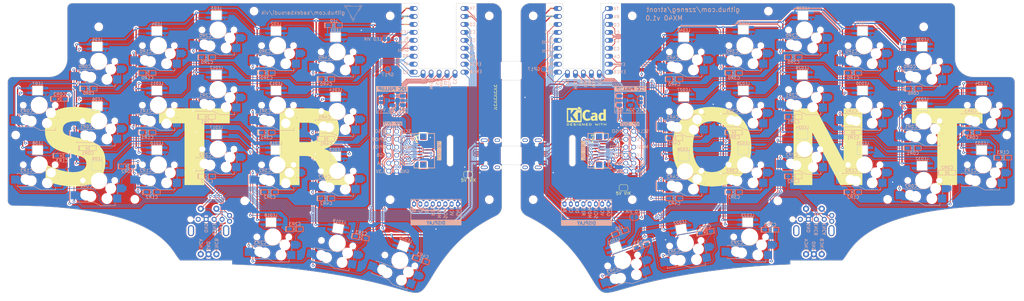
<source format=kicad_pcb>
(kicad_pcb (version 20240108) (generator "pcbnew") (generator_version "8.0")
  (layers (0 "F.Cu" signal) (31 "B.Cu" signal) (34 "B.Paste" user) (35 "F.Paste" user) (36 "B.SilkS" user "B.Silkscreen") (37 "F.SilkS" user "F.Silkscreen") (38 "B.Mask" user) (39 "F.Mask" user) (44 "Edge.Cuts" user))
  (net 0 "")
  (net 1 "row0")
  (net 2 "+5V")
  (net 3 "5V_VIK")
  (net 4 "+5VD")
  (net 5 "5V_VIK_r")
  (net 6 "row1")
  (net 7 "MISO")
  (net 8 "LED_OUT")
  (net 9 "LED_OUT_r")
  (net 10 "row2")
  (net 11 "MISO_r")
  (net 12 "row3")
  (net 13 "Net-(D17-A)")
  (net 14 "Net-(D1-A)")
  (net 15 "TX")
  (net 16 "RX")
  (net 17 "GND")
  (net 19 "Net-(D2-A)")
  (net 20 "SCLK{slash}SDA")
  (net 21 "MOSI{slash}SCL")
  (net 22 "CS")
  (net 23 "GPIO1")
  (net 24 "Net-(D3-A)")
  (net 25 "LED")
  (net 26 "Net-(D4-A)")
  (net 27 "Net-(D5-A)")
  (net 28 "Net-(D6-A)")
  (net 29 "Net-(D7-A)")
  (net 30 "Net-(D8-A)")
  (net 31 "Net-(D9-A)")
  (net 32 "Net-(D10-A)")
  (net 33 "Net-(D11-A)")
  (net 34 "Net-(D12-A)")
  (net 35 "Net-(D13-A)")
  (net 36 "Net-(D14-A)")
  (net 37 "Net-(D15-A)")
  (net 38 "Net-(D16-A)")
  (net 39 "Net-(D18-A)")
  (net 40 "Net-(D19-A)")
  (net 41 "Net-(D20-A)")
  (net 42 "Net-(D21-A)")
  (net 43 "Net-(D22-A)")
  (net 44 "ENCA")
  (net 45 "ENCB")
  (net 46 "col2")
  (net 47 "col3")
  (net 48 "col4")
  (net 49 "col0")
  (net 50 "col1")
  (net 51 "Net-(D23-A)")
  (net 52 "Net-(D24-A)")
  (net 53 "row0_r")
  (net 54 "Net-(D25-A)")
  (net 55 "Net-(D26-A)")
  (net 56 "Net-(D27-A)")
  (net 57 "Net-(D28-A)")
  (net 58 "Net-(D29-A)")
  (net 59 "row1_r")
  (net 60 "Net-(D30-A)")
  (net 61 "Net-(D31-A)")
  (net 62 "Net-(D32-A)")
  (net 63 "Net-(D33-A)")
  (net 64 "Net-(D34-A)")
  (net 65 "row2_r")
  (net 66 "Net-(D35-A)")
  (net 67 "Net-(D36-A)")
  (net 68 "Net-(D38-A)")
  (net 69 "Net-(D39-A)")
  (net 70 "Net-(D40-A)")
  (net 71 "row3_r")
  (net 72 "Net-(LED1-DOUT)")
  (net 73 "Net-(D37-A)")
  (net 74 "Net-(LED2-DOUT)")
  (net 75 "Net-(LED3-DOUT)")
  (net 76 "Net-(LED4-DOUT)")
  (net 77 "TX_r")
  (net 78 "RX_r")
  (net 79 "GNDA")
  (net 81 "Net-(LED5-DOUT)")
  (net 82 "SCLK{slash}SDA_r")
  (net 83 "MOSI{slash}SCL_r")
  (net 84 "CS_r")
  (net 85 "GPIO2")
  (net 86 "LED_r")
  (net 87 "Net-(LED6-DOUT)")
  (net 88 "Net-(LED7-DOUT)")
  (net 89 "Net-(LED8-DOUT)")
  (net 90 "Net-(LED10-DIN)")
  (net 91 "Net-(LED10-DOUT)")
  (net 92 "Net-(LED11-DOUT)")
  (net 93 "Net-(LED12-DOUT)")
  (net 94 "Net-(LED13-DOUT)")
  (net 95 "Net-(LED14-DOUT)")
  (net 96 "Net-(LED15-DOUT)")
  (net 97 "Net-(LED16-DOUT)")
  (net 98 "Net-(LED17-DOUT)")
  (net 99 "Net-(LED18-DOUT)")
  (net 100 "Net-(D41-K)")
  (net 101 "Net-(LED21-DOUT)")
  (net 102 "Net-(LED22-DOUT)")
  (net 103 "ENCA_r")
  (net 104 "ENCB_r")
  (net 105 "col1_r")
  (net 106 "col0_r")
  (net 107 "col2_r")
  (net 108 "col3_r")
  (net 109 "col4_r")
  (net 110 "Net-(LED23-DOUT)")
  (net 111 "Net-(LED24-DOUT)")
  (net 112 "Net-(LED25-DOUT)")
  (net 113 "Net-(LED26-DOUT)")
  (net 114 "Net-(LED27-DOUT)")
  (net 115 "Net-(LED28-DOUT)")
  (net 116 "Net-(LED29-DOUT)")
  (net 117 "Net-(LED30-DOUT)")
  (net 118 "Net-(LED31-DOUT)")
  (net 119 "Net-(LED32-DOUT)")
  (net 120 "Net-(LED33-DOUT)")
  (net 121 "Net-(LED34-DOUT)")
  (net 122 "Net-(LED35-DOUT)")
  (net 123 "Net-(LED36-DOUT)")
  (net 124 "Net-(LED37-DOUT)")
  (net 127 "I2C_3V3")
  (net 128 "I2C_3V3_r")
  (net 129 "GPIO1_r")
  (net 130 "GPIO2_r")
  (net 131 "Net-(D42-K)")
  (net 132 "+3.3V")
  (net 133 "+3.3VP")
  (net 134 "Net-(LED19-DOUT)")
  (net 135 "Net-(LED38-DOUT)")
  (net 136 "Net-(LED39-DOUT)")
  (net 137 "SW_ENC")
  (net 138 "SW_ENC_r")
  (footprint "zzkeeb:Switch_MXKS-hotswap-south" (layer "F.Cu") (at 143.500003 146.500002 -20)
    (property "Reference" "SW20" (hide yes))
    (property "Value" "Switch" (hide yes))
  )
  (footprint "zzkeeb:Switch_MXKS-hotswap-south" (layer "F.Cu") (at 66.500001 78.000002)
    (property "Reference" "SW2" (hide yes))
    (property "Value" "Switch" (hide yes))
  )
  (footprint "zzkeeb:Switch_MXKS-hotswap-south" (layer "F.Cu") (at 272.500002 111.000001)
    (property "Reference" "SW35" (hide yes))
    (property "Value" "Switch" (hide yes))
  )
  (footprint "Jumper:SolderJumper-2_P1.3mm_Open_RoundedPad1.0x1.5mm" (layer "F.Cu") (at 165.2 119.100001 180)
    (property "Reference" "JP3" (hide yes))
    (property "Value" "SolderJumper_2_Open" (hide yes))
  )
  (footprint "zzkeeb:Hole_M2" (layer "F.Cu") (at 186.000001 68.5)
    (property "Reference" "H18" (hide yes))
    (property "Value" "MountingHole" (hide yes))
  )
  (footprint "zzkeeb:Switch_MXKS-hotswap-south" (layer "F.Cu") (at 329.500001 97.000001)
    (property "Reference" "SW26" (hide yes))
    (property "Value" "Switch" (hide yes))
  )
  (footprint "zzkeeb:Hole_Breakaway-Tabs" (layer "F.Cu") (at 175.999999 85.903487 90)
    (property "Reference" "BR1" (hide yes))
    (property "Value" "MountingHole" (hide yes))
  )
  (footprint "Symbol:KiCad-Logo2_5mm_SilkScreen" (layer "F.Cu") (at 203 100.5)
    (property "Reference" "REF**" (hide yes))
    (property "Value" "KiCad-Logo2_5mm_SilkScreen" (hide yes))
  )
  (footprint "zzkeeb:Switch_MXKS-hotswap-south" (layer "F.Cu") (at 104.5 78.000002)
    (property "Reference" "SW4" (hide yes))
    (property "Value" "Switch" (hide yes))
  )
  (footprint "zzkeeb:Switch_MXKS-hotswap-south" (layer "F.Cu") (at 28.5 116.000001)
    (property "Reference" "SW12" (hide yes))
    (property "Value" "Switch" (hide yes))
  )
  (footprint "zzkeeb:Switch_MXKS-hotswap-south" (layer "F.Cu") (at 47.5 121.000001)
    (property "Reference" "SW13" (hide yes))
    (property "Value" "Switch" (hide yes))
  )
  (footprint "zzkeeb:Switch_MXKS-hotswap-south" (layer "F.Cu") (at 123.500003 141.000003 -10)
    (property "Reference" "SW19" (hide yes))
    (property "Value" "Switch" (hide yes))
  )
  (footprint "zzkeeb:Logo_stront-small" (layer "F.Cu") (at 289 130.500001)
    (property "Reference" "REF**" (hide yes))
    (property "Value" "Logo_stront-small" (hide yes))
  )
  (footprint "zzkeeb:Hole_M2" (layer "F.Cu") (at 186 127.1)
    (property "Reference" "H13" (hide yes))
    (property "Value" "MountingHole" (hide yes))
  )
  (footprint "zzkeeb:Logo_QMK-soldermask" (layer "F.Cu") (at 155 100.5)
    (property "Reference" "REF**" (hide yes))
    (property "Value" "Logo_QMK-soldermask" (hide yes))
  )
  (footprint "zzkeeb:MCU_rp2040-zero-tht" (layer "F.Cu") (at 155.999997 76.300002)
    (property "Reference" "MCU1" (hide yes))
    (property "Value" "rp2040-zero" (hide yes))
  )
  (footprint "zzkeeb:Switch_MXKS-hotswap-south" (layer "F.Cu") (at 234.500002 118.000002)
    (property "Reference" "SW37" (hide yes))
    (property "Value" "Switch" (hide yes))
  )
  (footprint "zzkeeb:Switch_MXKS-hotswap-south" (layer "F.Cu") (at 47.5 83.000001)
    (property "Reference" "SW1" (hide yes))
    (property "Value" "Switch" (hide yes))
  )
  (footprint "zzkeeb:RotaryEncoder_EC11" (layer "F.Cu") (at 82.499999 137 90)
    (property "Reference" "RE1" (hide yes))
    (property "Value" "RotaryEncoder_Switch" (hide yes))
  )
  (footprint "zzkeeb:Switch_MXKS-hotswap-south" (layer "F.Cu") (at 329.5 116.000001)
    (property "Reference" "SW32" (hide yes))
    (property "Value" "Switch" (hide yes))
  )
  (footprint "zzkeeb:Switch_MXKS-hotswap-south" (layer "F.Cu") (at 234.500002 99.000001)
    (property "Reference" "SW31" (hide yes))
    (property "Value" "Switch" (hide yes))
  )
  (footprint "zzkeeb:Hole_M2" (layer "F.Cu") (at 140.4 68.500002)
    (property "Reference" "H5" (hide yes))
    (property "Value" "MountingHole" (hide yes))
  )
  (footprint "zzkeeb:Hole_M2" (layer "F.Cu") (at 337 106.500001)
    (property "Reference" "H10" (hide yes))
    (property "Value" "MountingHole" (hide yes))
  )
  (footprint "zzkeeb:Hole_M2" (layer "F.Cu") (at 94 127.5)
    (property "Reference" "H7" (hide yes))
    (property "Value" "MountingHole" (hide yes))
  )
  (footprint "zzkeeb:Connector_HRO-TYPE-C-31-M-12-data" (layer "F.Cu") (at 180.824998 112.5 -90)
    (property "Reference" "USB2" (hide yes))
    (property "Value" "Connector_HRO-TYPE-C-31-M-12" (hide yes))
  )
  (footprint "zzkeeb:Hole_M2" (layer "F.Cu") (at 217.6 127.1)
    (property "Reference" "H9" (hide yes))
    (property "Value" "MountingHole" (hide yes))
  )
  (footprint "vik:vik-keyboard-throughole" (layer "F.Cu") (at 141.199999 113.000001 90)
    (property "Reference" "VIK_K2" (hide yes))
    (property "Value" "Connector_VIK-keyboard" (hide yes))
  )
  (footprint "zzkeeb:Switch_MXKS-hotswap-south" (layer "F.Cu") (at 291.500001 78.000002)
    (property "Reference" "SW22" (hide yes))
    (property "Value" "Switch" (hide yes))
  )
  (footprint "zzkeeb:Connector_Display-8pin-SPI-2.0mm" (layer "F.Cu") (at 210 128.499999 180)
    (property "Reference" "DISP2" (hide yes))
    (property "Value" "Display_generic-spi-8pin" (hide yes))
  )
  (footprint "zzkeeb:Switch_MXKS-hotswap-south" (layer "F.Cu") (at 272.500002 73.000001)
    (property "Reference" "SW23" (hide yes))
    (property "Value" "Switch" (hide yes))
  )
  (footprint "zzkeeb:Switch_MXKS-hotswap-south" (layer "F.Cu") (at 85.500002 111.000001)
    (property "Reference" "SW15" (hide yes))
    (property "Value" "Switch" (hide yes))
  )
  (footprint "zzkeeb:Hole_M2" (layer "F.Cu") (at 299 127)
    (property "Reference" "H16" (hide yes))
    (property "Value" "MountingHole" (hide yes))
  )
  (footprint "zzkeeb:Switch_MXKS-hotswap-south" (layer "F.Cu") (at 123.500002 118.000003)
    (property "Reference" "SW17" (hide yes))
    (property "Value" "Switch" (hide yes))
  )
  (footprint "zzkeeb:Switch_MXKS-hotswap-south" (layer "F.Cu") (at 103.000002 139.000002)
    (property "Reference" "SW18" (hide yes))
    (property "Value" "Switch" (hide yes))
  )
  (footprint "zzkeeb:Hole_M2" (layer "F.Cu") (at 172 127.1)
    (property "Reference" "H1" (hide yes))
    (property "Value" "MountingHole" (hide yes))
  )
  (footprint "zzkeeb:Logo_stront-small" (layer "F.Cu") (at 69 130.5)
    (property "Reference" "REF**" (hide yes))
    (property "Value" "Logo_stront-small" (hide yes))
  )
  (footprint "zzkeeb:Hole_M2" (layer "F.Cu") (at 172.000002 68.5)
    (property "Reference" "H17" (hide yes))
    (property "Value" "MountingHole" (hide yes))
  )
  (footprint "zzkeeb:Switch_MXKS-hotswap-south" (layer "F.Cu") (at 255.000002 139.000002)
    (property "Reference" "SW38" (hide yes))
    (property "Value" "Switch" (hide yes))
  )
  (footprint "zzkeeb:Switch_MXKS-hotswap-south" (layer "F.Cu") (at 123.499999 99.000002)
    (property "Reference" "SW11" (hide yes))
    (property "Value" "Switch" (hide yes))
  )
  (footprint "zzkeeb:Switch_MXKS-hotswap-south" (layer "F.Cu") (at 85.500002 73.000001)
    (property "Reference" "SW3" (hide yes))
    (property "Value" "Switch" (hide yes))
  )
  (footprint "zzkeeb:Hole_Breakaway-Tabs" (layer "F.Cu") (at 181.999996 85.99724 90)
    (property "Reference" "BR3" (hide yes))
    (property "Value" "MountingHole" (hide yes))
  )
  (footprint "zzkeeb:Hole_M2" (layer "F.Cu") (at 21.000001 106.500001)
    (property "Reference" "H2" (hide yes))
    (property "Value" "MountingHole" (hide yes))
  )
  (footprint "zzkeeb:Switch_MXKS-hotswap-south" (layer "F.Cu") (at 272.500002 92.000002)
    (property "Reference" "SW29" (hide yes))
    (property "Value" "Switch" (hide yes))
  )
  (footprint "zzkeeb:Switch_MXKS-hotswap-south" (layer "F.Cu") (at 253.5 116.000001)
    (property "Reference" "SW36" (hide yes))
    (property "Value" "Switch" (hide yes))
  )
  (footprint "zzkeeb:RotaryEncoder_EVQWGD001" (layer "F.Cu") (at 275 139 -90)
    (property "Reference" "ROLL2" (hide yes))
    (property "Value" "RollerEncoder_EVQWGD001" (hide yes))
  )
  (footprint "zzkeeb:Hole_M2" (layer "F.Cu") (at 217.6 68.500001)
    (property "Reference" "H14" (hide yes))
    (property "Value" "MountingHole" (hide yes))
  )
  (footprint "Jumper:SolderJumper-2_P1.3mm_Open_RoundedPad1.0x1.5mm" (layer "F.Cu") (at 214.8 123.3)
    (property "Reference" "JP5" (hide yes))
    (property "Value" "SolderJumper_2_Open" (hide yes))
  )
  (footprint "zzkeeb:RotaryEncoder_EVQWGD001" (layer "F.Cu") (at 83 139 -90)
    (property "Reference" "ROLL1" (hide yes))
    (property "Value" "RollerEncoder_EVQWGD001" (hide yes))
  )
  (footprint "zzkeeb:Switch_MXKS-hotswap-south" (layer "F.Cu") (at 234.5 141.000002 10)
    (property "Reference" "SW39" (hide yes))
    (property "Value" "Switch" (hide yes))
  )
  (footprint "zzkeeb:Switch_MXKS-hotswap-south" (layer "F.Cu") (at 310.5 121.000001)
    (property "Reference" "SW33" (hide yes))
    (property "Value" "Switch" (hide yes))
  )
  (footprint "zzkeeb:Switch_MXKS-hotswap-south" (layer "F.Cu") (at 66.500001 97.000001)
    (property "Reference" "SW8" (hide yes))
    (property "Value" "Switch" (hide yes))
  )
  (footprint "vik:vik-keyboard-connector-vertical" (layer "F.Cu") (at 151 111.5 -90)
    (property "Reference" "VIK_K1" (hide yes))
    (property "Value" "Connector_VIK-keyboard" (hide yes))
  )
  (footprint "zzkeeb:Hole_M2" (layer "F.Cu") (at 97 67)
    (property "Reference" "H4" (hide yes))
    (property "Value" "MountingHole" (hide yes))
  )
  (footprint "zzkeeb:Switch_MXKS-hotswap-south" (layer "F.Cu") (at 253.500002 97.000002)
    (property "Reference" "SW30" (hide yes))
    (property "Value" "Switch" (hide yes))
  )
  (footprint "zzkeeb:Hole_M2" (layer "F.Cu") (at 140.4 127.1)
    (property "Reference" "H6" (hide yes))
    (property "Value" "MountingHole" (hide yes))
  )
  (footprint "zzkeeb:Switch_MXKS-hotswap-south" (layer "F.Cu") (at 47.5 102.000003)
    (property "Reference" "SW7" (hide yes))
    (property "Value" "Switch" (hide yes))
  )
  (footprint "zzkeeb:Switch_MXKS-hotswap-south" (layer "F.Cu") (at 310.5 102.000001)
    (property "Reference" "SW27" (hide yes))
    (property "Value" "Switch" (hide yes))
  )
  (footprint "zzkeeb:Hole_M2" (layer "F.Cu") (at 261 67)
    (property "Reference" "H8" (hide yes))
    (property "Value" "MountingHole" (hide yes))
  )
  (footprint "zzkeeb:Hole_Breakaway-Tabs" (layer "F.Cu") (at 181.999997 113.093732 90)
    (property "Reference" "BR4" (hide yes))
    (property "Value" "MountingHole" (hide yes))
  )
  (footprint "zzkeeb:Hole_M2" (layer "F.Cu") (at 264 127.5)
    (property "Reference" "H12" (hide yes))
    (property "Value" "MountingHole" (hide yes))
  )
  (footprint "zzkeeb:Hole_Breakaway-Tabs" (layer "F.Cu") (at 175.999996 113.000001 90)
    (property "Reference" "BR2" (hide yes))
    (property "Value" "MountingHole" (hide yes))
  )
  (footprint "zzkeeb:Switch_MXKS-hotswap-south" (layer "F.Cu") (at 291.500001 97.000002)
    (property "Reference" "SW28" (hide yes))
    (property "Value" "Switch" (hide yes))
  )
  (footprint "zzkeeb:Switch_MXKS-hotswap-south" (layer "F.Cu") (at 104.500003 116)
    (property "Reference" "SW16" (hide yes))
    (property "Value" "Switch" (hide yes))
  )
  (footprint "zzkeeb:Hole_M2" (layer "F.Cu") (at 310.5 72)
    (property "Reference" "H15" (hide yes))
    (property "Value" "MountingHole" (hide yes))
  )
  (footprint "zzkeeb:MCU_rp2040-zero-tht" (layer "F.Cu") (at 201.999996 76.3)
    (property "Reference" "MCU2" (hide yes))
    (property "Value" "rp2040-zero" (hide yes))
  )
  (footprint "zzkeeb:Display_1.69inch" (layer "F.Cu") (at 199.999999 93.300001 180)
    (property "Reference" "REF**" (hide yes))
    (property "Value" "Display_1.69inch" (hide yes))
  )
  (footprint "zzkeeb:Switch_MXKS-hotswap-south" (layer "F.Cu") (at 28.5 97)
    (property "Reference" "SW6" (hide yes))
    (property "Value" "Switch" (hide yes))
  )
  (footprint "zzkeeb:Switch_MXKS-hotswap-south" (layer "F.Cu") (at 310.5 82.999999)
    (property "Reference" "SW21" (hide yes))
    (property "Value" "Switch" (hide yes))
  )
  (footprint "zzkeeb:Connector_Display-8pin-SPI-2.0mm" (layer "F.Cu") (at 161.999999 128.5 180)
    (property "Reference" "DISP1" (hide yes))
    (property "Value" "Display_generic-spi-8pin" (hide yes))
  )
  (footprint "zzkeeb:Switch_MXKS-hotswap-south" (layer "F.Cu") (at 66.5 116.000001)
    (property "Reference" "SW14" (hide yes))
    (property "Value" "Switch" (hide yes))
  )
  (footprint "zzkeeb:Display_1.69inch" (layer "F.Cu") (at 155.999998 97.006064 180)
    (property "Reference" "REF**" (hide yes))
    (property "Value" "Display_1.69inch" (hide yes))
  )
  (footprint "zzkeeb:Switch_MXKS-hotswap-south" (layer "F.Cu") (at 253.500001 78.000001)
    (property "Reference" "SW24" (hide yes))
    (property "Value" "Switch" (hide yes))
  )
  (footprint "zzkeeb:Connector_HRO-TYPE-C-31-M-12-data" (layer "F.Cu") (at 177.174999 112.500001 90)
    (property "Reference" "USB1" (hide yes))
    (property "Value" "Connector_HRO-TYPE-C-31-M-12" (hide yes))
  )
  (footprint "zzkeeb:RotaryEncoder_EC11" (layer "F.Cu") (at 275.500001 137 90)
    (property "Reference" "RE2" (hide yes))
    (property "Value" "RotaryEncoder_Switch" (hide yes))
  )
  (footprint "zzkeeb:Switch_MXKS-hotswap-south" (layer "F.Cu") (at 214.5 146.500001 20)
    (property "Reference" "SW40" (hide yes))
    (property "Value" "Switch" (hide yes))
  )
  (footprint "zzkeeb:Switch_MXKS-hotswap-south" (layer "F.Cu") (at 234.500001 80.000003)
    (property "Reference" "SW25" (hide yes))
    (property "Value" "Switch" (hide yes))
  )
  (footprint "zzkeeb:Switch_MXKS-hotswap-south" (layer "F.Cu") (at 104.500002 97.000001)
    (property "Reference" "SW10" (hide yes))
    (property "Value" "Switch" (hide yes))
  )
  (footprint "zzkeeb:Switch_MXKS-hotswap-south" (layer "F.Cu") (at 123.500003 80.000002)
    (property "Reference" "SW5" (hide yes))
    (property "Value" "Switch" (hide yes))
  )
  (footprint "zzkeeb:Hole_M2" (layer "F.Cu") (at 47.5 72)
    (property "Reference" "H3" (hide yes))
    (property "Value" "MountingHole" (hide yes))
  )
  (footprint "zzkeeb:Switch_MXKS-hotswap-south" (layer "F.Cu") (at 291.500002 116.000001)
    (property "Reference" "SW34" (hide yes))
    (property "Value" "Switch" (hide yes))
  )
  (footprint "vik:vik-keyboard-connector-vertical" (layer "F.Cu") (at 207 111.5 -90)
    (property "Reference" "VIK_K4" (hide yes))
    (property "Value" "Connector_VIK-keyboard" (hide yes))
  )
  (footprint "zzkeeb:Switch_MXKS-hotswap-south" (layer "F.Cu") (at 85.499999 92.006082)
    (property "Reference" "SW9" (hide yes))
    (property "Value" "Switch" (hide yes))
  )
  (footprint "vik:vik-keyboard-throughole" (layer "F.Cu") (at 216.8 113.000001 90)
    (property "Reference" "VIK_K5" (hide yes))
    (property "Value" "Connector_VIK-keyboard" (hide yes))
  )
  (footprint "zzkeeb:Hole_M2" (layer "F.Cu") (at 59 127)
    (property "Reference" "H11" (hide yes))
    (property "Value" "MountingHole" (hide yes))
  )
  (footprint "zzkeeb:Diode_1N4148-SOD123" (layer "B.Cu") (at 307.25 91.700001)
    (property "Reference" "D21" (hide yes))
    (property "Value" "D" (hide yes))
  )
  (footprint "zzkeeb:Diode_1N4148-SOD123" (layer "B.Cu") (at 250 86.7)
    (property "Reference" "D24" (hide yes))
    (property "Value" "D" (hide yes))
  )
  (footprint "Resistor_SMD:R_1206_3216Metric" (layer "B.Cu") (at 144.5 95.5 -90)
    (property "Reference" "R2" (hide yes))
    (property "Value" "R")
  )
  (footprint "zzkeeb:Diode_1N4148-SOD123" (layer "B.Cu") (at 231 107.5)
    (property "Reference" "D31" (hide yes))
    (property "Value" "D" (hide yes))
  )
  (footprint "zzkeeb:Diode_1N4148-SOD123" (layer "B.Cu") (at 231 88.699999)
    (property "Reference" "D25" (hide yes))
    (property "Value" "D" (hide yes))
  )
  (footprint "zzkeeb:LED_SK6812-MINI-E" (layer "B.Cu") (at 123 113.300002 180)
    (property "Reference" "LED15")
    (property "Value" "YS-SK6812MINI-E" (hide yes))
    (fp_line (start 1.7 1.5) (end 1.7 -1.5) (stroke (width 0.12)) (layer "Edge.Cuts"))
    (fp_line (start 1.7 -1.5) (end -1.7 -1.5) (stroke (width 0.12)) (layer "Edge.Cuts"))
    (fp_line (start -1.7 1.5) (end 1.7 1.5) (stroke (width 0.12)) (layer "Edge.Cuts"))
    (fp_line (start -1.7 -1.5) (end -1.7 1.5) (stroke (width 0.12)) (layer "Edge.Cuts"))
  )
  (footprint "zzkeeb:Diode_1N4148-SOD123" (layer "B.Cu") (at 120 88.7)
    (property "Reference" "D5" (hide yes))
    (property "Value" "D" (hide yes))
  )
  (footprint "zzkeeb:LED_SK6812-MINI-E" (layer "B.Cu") (at 234.000004 94.300001 180)
    (property "Reference" "LED27")
    (property "Value" "YS-SK6812MINI-E" (hide yes))
    (fp_line (start 1.7 1.5) (end 1.7 -1.5) (stroke (width 0.12)) (layer "Edge.Cuts"))
    (fp_line (start 1.7 -1.5) (end -1.7 -1.5) (stroke (width 0.12)) (layer "Edge.Cuts"))
    (fp_line (start -1.7 1.5) (end 1.7 1.5) (stroke (width 0.12)) (layer "Edge.Cuts"))
    (fp_line (start -1.7 -1.5) (end -1.7 1.5) (stroke (width 0.12)) (layer "Edge.Cuts"))
  )
  (footprint "zzkeeb:LED_SK6812-MINI-E" (layer "B.Cu") (at 253.000003 111.300001 180)
    (property "Reference" "LED25")
    (property "Value" "YS-SK6812MINI-E" (hide yes))
    (fp_line (start 1.7 1.5) (end 1.7 -1.5) (stroke (width 0.12)) (layer "Edge.Cuts"))
    (fp_line (start 1.7 -1.5) (end -1.7 -1.5) (stroke (width 0.12)) (layer "Edge.Cuts"))
    (fp_line (start -1.7 1.5) (end 1.7 1.5) (stroke (width 0.12)) (layer "Edge.Cuts"))
    (fp_line (start -1.7 -1.5) (end -1.7 1.5) (stroke (width 0.12)) (layer "Edge.Cuts"))
  )
  (footprint "vik:vik-logo-small" (layer "B.Cu") (at 128.594777 67 180)
    (property "Reference" "REF**" (hide yes))
    (property "Value" "vik-logo-small" (hide yes))
  )
  (footprint "zzkeeb:LED_SK6812-MINI-E" (layer "B.Cu") (at 291.000003 73.3 180)
    (property "Reference" "LED37")
    (property "Value" "YS-SK6812MINI-E" (hide yes))
    (fp_line (start 1.7 1.5) (end 1.7 -1.5) (stroke (width 0.12)) (layer "Edge.Cuts"))
    (fp_line (start 1.7 -1.5) (end -1.7 -1.5) (stroke (width 0.12)) (layer "Edge.Cuts"))
    (fp_line (start -1.7 1.5) (end 1.7 1.5) (stroke (width 0.12)) (layer "Edge.Cuts"))
    (fp_line (start -1.7 -1.5) (end -1.7 1.5) (stroke (width 0.12)) (layer "Edge.Cuts"))
  )
  (footprint "zzkeeb:Diode_1N4148-SOD123" (layer "B.Cu") (at 35.000002 95.000002)
    (property "Reference" "D6" (hide yes))
    (property "Value" "D" (hide yes))
  )
  (footprint "zzkeeb:LED_SK6812-MINI-E" (layer "B.Cu") (at 212.400002 142.300001 -160)
    (property "Reference" "LED21")
    (property "Value" "YS-SK6812MINI-E" (hide yes))
    (fp_line (start 1.699999 1.5) (end 1.7 -1.5) (stroke (width 0.12)) (layer "Edge.Cuts"))
    (fp_line (start 1.7 -1.5) (end -1.699999 -1.5) (stroke (width 0.12)) (layer "Edge.Cuts"))
    (fp_line (start -1.7 1.5) (end 1.699999 1.5) (stroke (width 0.12)) (layer "Edge.Cuts"))
    (fp_line (start -1.699999 -1.5) (end -1.7 1.5) (stroke (width 0.12)) (layer "Edge.Cuts"))
  )
  (footprint "zzkeeb:Diode_1N4148-SOD123" (layer "B.Cu") (at 250.000001 124.7)
    (property "Reference" "D36" (hide yes))
    (property "Value" "D" (hide yes))
  )
  (footprint "zzkeeb:LED_SK6812-MINI-E" (layer "B.Cu") (at 123.000002 75.300003 180)
    (property "Reference" "LED1")
    (property "Value" "YS-SK6812MINI-E" (hide yes))
    (fp_line (start 1.7 1.5) (end 1.7 -1.5) (stroke (width 0.12)) (layer "Edge.Cuts"))
    (fp_line (start 1.7 -1.5) (end -1.7 -1.5) (stroke (width 0.12)) (layer "Edge.Cuts"))
    (fp_line (start -1.7 1.5) (end 1.7 1.5) (stroke (width 0.12)) (layer "Edge.Cuts"))
    (fp_line (start -1.7 -1.5) (end -1.7 1.5) (stroke (width 0.12)) (layer "Edge.Cuts"))
  )
  (footprint "zzkeeb:LED_SK6812-MINI-E" (layer "B.Cu") (at 104.000001 73.300002 180)
    (property "Reference" "LED2")
    (property "Value" "YS-SK6812MINI-E" (hide yes))
    (fp_line (start 1.7 1.5) (end 1.7 -1.5) (stroke (width 0.12)) (layer "Edge.Cuts"))
    (fp_line (start 1.7 -1.5) (end -1.7 -1.5) (stroke (width 0.12)) (layer "Edge.Cuts"))
    (fp_line (start -1.7 1.5) (end 1.7 1.5) (stroke (width 0.12)) (layer "Edge.Cuts"))
    (fp_line (start -1.7 -1.5) (end -1.7 1.5) (stroke (width 0.12)) (layer "Edge.Cuts"))
  )
  (footprint "TestPoint:TestPoint_Pad_D1.5mm" (layer "B.Cu") (at 139.6 85.500001 180)
    (property "Reference" "TP1" (hide yes))
    (property "Value" "GP17")
  )
  (footprint "zzkeeb:LED_SK6812-MINI-E" (layer "B.Cu") (at 233.199997 136.500002 -170)
    (property "Reference" "LED22")
    (property "Value" "YS-SK6812MINI-E" (hide yes))
    (fp_line (start 1.699998 1.500002) (end 1.7 -1.5) (stroke (width 0.12)) (layer "Edge.Cuts"))
    (fp_line (start 1.7 -1.5) (end -1.699998 -1.500002) (stroke (width 0.12)) (layer "Edge.Cuts"))
    (fp_line (start -1.7 1.5) (end 1.699998 1.500002) (stroke (width 0.12)) (layer "Edge.Cuts"))
    (fp_line (start -1.699998 -1.500002) (end -1.7 1.5) (stroke (width 0.12)) (layer "Edge.Cuts"))
  )
  (footprint "zzkeeb:LED_SK6812-MINI-E" (layer "B.Cu") (at 47.000002 116.300001 180)
    (property "Reference" "LED9")
    (property "Value" "YS-SK6812MINI-E" (hide yes))
    (fp_line (start 1.7 1.5) (end 1.7 -1.5) (stroke (width 0.12)) (layer "Edge.Cuts"))
    (fp_line (start 1.7 -1.5) (end -1.7 -1.5) (stroke (width 0.12)) (layer "Edge.Cuts"))
    (fp_line (start -1.7 1.5) (end 1.7 1.5) (stroke (width 0.12)) (layer "Edge.Cuts"))
    (fp_line (start -1.7 -1.5) (end -1.7 1.5) (stroke (width 0.12)) (layer "Edge.Cuts"))
  )
  (footprint "Jumper:SolderJumper-2_P1.3mm_Open_RoundedPad1.0x1.5mm" (layer "B.Cu") (at 137.499999 95.500001 -90)
    (property "Reference" "JP1" (hide yes))
    (property "Value" "SolderJumper_2_Open" (hide yes))
  )
  (footprint "vik:vik-keyboard-connector-horizontal" (layer "B.Cu") (at 149.5 111.500001 -90)
    (property "Reference" "VIK_K3" (hide yes))
    (property "Value" "Connector_VIK-keyboard" (hide yes))
  )
  (footprint "zzkeeb:Diode_1N4148-SOD123" (layer "B.Cu") (at 35.8 113.100001)
    (property "Reference" "D12" (hide yes))
    (property "Value" "D" (hide yes))
  )
  (footprint "zzkeeb:LED_SK6812-MINI-E" (layer "B.Cu") (at 102.4 134.300001 180)
    (property "Reference" "LED18")
    (property "Value" "YS-SK6812MINI-E" (hide yes))
    (fp_line (start 1.7 1.5) (end 1.7 -1.5) (stroke (width 0.12)) (layer "Edge.Cuts"))
    (fp_line (start 1.7 -1.5) (end -1.7 -1.5) (stroke (width 0.12)) (layer "Edge.Cuts"))
    (fp_line (start -1.7 1.5) (end 1.7 1.5) (stroke (width 0.12)) (layer "Edge.Cuts"))
    (fp_line (start -1.7 -1.5) (end -1.7 1.5) (stroke (width 0.12)) (layer "Edge.Cuts"))
  )
  (footprint "zzkeeb:Diode_1N4148-SOD123" (layer "B.Cu") (at 241.000003 137.493921 10)
    (property "Reference" "D39" (hide yes))
    (property "Value" "D" (hide yes))
  )
  (footprint "Resistor_SMD:R_1206_3216Metric" (layer "B.Cu") (at 213.500001 95.493919 -90)
    (property "Reference" "R3" (hide yes))
    (property "Value" "R")
  )
  (footprint "zzkeeb:Diode_1N4148-SOD123" (layer "B.Cu") (at 269 81.7)
    (property "Reference" "D23" (hide yes))
    (property "Value" "D" (hide yes))
  )
  (footprint "zzkeeb:Diode_1N4148-SOD123" (layer "B.Cu") (at 269 100.7)
    (property "Reference" "D29" (hide yes))
    (property "Value" "D" (hide yes))
  )
  (footprint "zzkeeb:LED_SK6812-MINI-E" (layer "B.Cu") (at 310 78.3 180)
    (property "Reference" "LED36")
    (property "Value" "YS-SK6812MINI-E" (hide yes))
    (fp_line (start 1.7 1.5) (end 1.7 -1.5) (stroke (width 0.12)) (layer "Edge.Cuts"))
    (fp_line (start 1.7 -1.5) (end -1.7 -1.5) (stroke (width 0.12)) (layer "Edge.Cuts"))
    (fp_line (start -1.7 1.5) (end 1.7 1.5) (stroke (width 0.12)) (layer "Edge.Cuts"))
    (fp_line (start -1.7 -1.5) (end -1.7 1.5) (stroke (width 0.12)) (layer "Edge.Cuts"))
  )
  (footprint "vik:vik-keyboard-connector-horizontal" (layer "B.Cu") (at 208.5 111.500002 90)
    (property "Reference" "VIK_K6" (hide yes))
    (property "Value" "Connector_VIK-keyboard" (hide yes))
  )
  (footprint "zzkeeb:LED_SK6812-MINI-E" (layer "B.Cu") (at 329.000003 111.300002 180)
    (property "Reference" "LED33")
    (property "Value" "YS-SK6812MINI-E" (hide yes))
    (fp_line (start 1.7 1.5) (end 1.7 -1.5) (stroke (width 0.12)) (layer "Edge.Cuts"))
    (fp_line (start 1.7 -1.5) (end -1.7 -1.5) (stroke (width 0.12)) (layer "Edge.Cuts"))
    (fp_line (start -1.7 1.5) (end 1.7 1.5) (stroke (width 0.12)) (layer "Edge.Cuts"))
    (fp_line (start -1.7 -1.5) (end -1.7 1.5) (stroke (width 0.12)) (layer "Edge.Cuts"))
  )
  (footprint "Jumper:SolderJumper-2_P1.3mm_Open_RoundedPad1.0x1.5mm" (layer "B.Cu") (at 139.199998 75.9)
    (property "Reference" "JP4" (hide yes))
    (property "Value" "SolderJumper_2_Open" (hide yes))
  )
  (footprint "zzkeeb:Diode_1N4148-SOD123" (layer "B.Cu") (at 56.600002 116.5)
    (property "Reference" "D13" (hide yes))
    (property "Value" "D" (hide yes))
  )
  (footprint "zzkeeb:LED_SK6812-MINI-E" (layer "B.Cu") (at 47.000001 78.300001 180)
    (property "Reference" "LED5")
    (property "Value" "YS-SK6812MINI-E" (hide yes))
    (fp_line (start 1.7 1.5) (end 1.7 -1.5) (stroke (width 0.12)) (layer "Edge.Cuts"))
    (fp_line (start 1.7 -1.5) (end -1.7 -1.5) (stroke (width 0.12)) (layer "Edge.Cuts"))
    (fp_line (start -1.7 1.5) (end 1.7 1.5) (stroke (width 0.12)) (layer "Edge.Cuts"))
    (fp_line (start -1.7 -1.5) (end -1.7 1.5) (stroke (width 0.12)) (layer "Edge.Cuts"))
  )
  (footprint "zzkeeb:LED_SK6812-MINI-E" (layer "B.Cu") (at 233.999999 75.300002 180)
    (property "Reference" "LED40")
    (property "Value" "YS-SK6812MINI-E" (hide yes))
    (fp_line (start 1.7 1.5) (end 1.7 -1.5) (stroke (width 0.12)) (layer "Edge.Cuts"))
    (fp_line (start 1.7 -1.5) (end -1.7 -1.5) (stroke (width 0.12)) (layer "Edge.Cuts"))
    (fp_line (start -1.7 1.5) (end 1.7 1.5) (stroke (width 0.12)) (layer "Edge.Cuts"))
    (fp_line (start -1.7 -1.5) (end -1.7 1.5) (stroke (width 0.12)) (layer "Edge.Cuts"))
  )
  (footprint "zzkeeb:LED_SK6812-MINI-E" (layer "B.Cu") (at 66 73.300001 180)
    (property "Reference" "LED4")
    (property "Value" "YS-SK6812MINI-E" (hide yes))
    (fp_line (start 1.7 1.5) (end 1.7 -1.5) (stroke (width 0.12)) (layer "Edge.Cuts"))
    (fp_line (start 1.7 -1.5) (end -1.7 -1.5) (stroke (width 0.12)) (layer "Edge.Cuts"))
    (fp_line (start -1.7 1.5) (end 1.7 1.5) (stroke (width 0.12)) (layer "Edge.Cuts"))
    (fp_line (start -1.7 -1.5) (end -1.7 1.5) (stroke (width 0.12)) (layer "Edge.Cuts"))
  )
  (footprint "zzkeeb:LED_SK6812-MINI-E" (layer "B.Cu") (at 85.000002 106.300002 180)
    (property "Reference" "LED17")
    (property "Value" "YS-SK6812MINI-E" (hide yes))
    (fp_line (start 1.7 1.5) (end 1.7 -1.5) (stroke (width 0.12)) (layer "Edge.Cuts"))
    (fp_line (start 1.7 -1.5) (end -1.7 -1.5) (stroke (width 0.12)) (layer "Edge.Cuts"))
    (fp_line (start -1.7 1.5) (end 1.7 1.5) (stroke (width 0.12)) (layer "Edge.Cuts"))
    (fp_line (start -1.7 -1.5) (end -1.7 1.5) (stroke (width 0.12)) (layer "Edge.Cuts"))
  )
  (footprint "zzkeeb:LED_SK6812-MINI-E" (layer "B.Cu") (at 123.000001 94.300003 180)
    (property "Reference" "LED14")
    (property "Value" "YS-SK6812MINI-E" (hide yes))
    (fp_line (start 1.7 1.5) (end 1.7 -1.5) (stroke (width 0.12)) (layer "Edge.Cuts"))
    (fp_line (start 1.7 -1.5) (end -1.7 -1.5) (stroke (width 0.12)) (layer "Edge.Cuts"))
    (fp_line (start -1.7 1.5) (end 1.7 1.5) (stroke (width 0.12)) (layer "Edge.Cuts"))
    (fp_line (start -1.7 -1.5) (end -1.7 1.5) (stroke (width 0.12)) (layer "Edge.Cuts"))
  )
  (footprint "zzkeeb:LED_SK6812-MINI-E" (layer "B.Cu") (at 27.999999 111.300002 180)
    (property "Reference" "LED8")
    (property "Value" "YS-SK6812MINI-E" (hide yes))
    (fp_line (start 1.7 1.5) (end 1.7 -1.5) (stroke (width 0.12)) (layer "Edge.Cuts"))
    (fp_line (start 1.7 -1.5) (end -1.7 -1.5) (stroke (width 0.12)) (layer "Edge.Cuts"))
    (fp_line (start -1.7 1.5) (end 1.7 1.5) (stroke (width 0.12)) (layer "Edge.Cuts"))
    (fp_line (start -1.7 -1.5) (end -1.7 1.5) (stroke (width 0.12)) (layer "Edge.Cuts"))
  )
  (footprint "zzkeeb:LED_SK6812-MINI-E" (layer "B.Cu") (at 28 92.300001 180)
    (property "Reference" "LED7")
    (property "Value" "YS-SK6812MINI-E" (hide yes))
    (fp_line (start 1.7 1.5) (end 1.7 -1.5) (stroke (width 0.12)) (layer "Edge.Cuts"))
    (fp_line (start 1.7 -1.5) (end -1.7 -1.5) (stroke (width 0.12)) (layer "Edge.Cuts"))
    (fp_line (start -1.7 1.5) (end 1.7 1.5) (stroke (width 0.12)) (layer "Edge.Cuts"))
    (fp_line (start -1.7 -1.5) (end -1.7 1.5) (stroke (width 0.12)) (layer "Edge.Cuts"))
  )
  (footprint "Resistor_SMD:R_1206_3216Metric" (layer "B.Cu") (at 217 95.493919 -90)
    (property "Reference" "R4" (hide yes))
    (property "Value" "R")
  )
  (footprint "zzkeeb:Diode_1N4148-SOD123" (layer "B.Cu") (at 120 107.7)
    (property "Reference" "D11" (hide yes))
    (property "Value" "D" (hide yes))
  )
  (footprint "zzkeeb:Logo_stront-small" (layer "B.Cu") (at 153 99.5 180)
    (property "Reference" "REF**" (hide yes))
    (property "Value" "Logo_stront-small" (hide yes))
  )
  (footprint "zzkeeb:LED_SK6812-MINI-E" (layer "B.Cu") (at 271.800001 87.300002 180)
    (property "Reference" "LED29")
    (property "Value" "YS-SK6812MINI-E" (hide yes))
    (fp_line (start 1.7 1.5) (end 1.7 -1.5) (stroke (width 0.12)) (layer "Edge.Cuts"))
    (fp_line (start 1.7 -1.5) (end -1.7 -1.5) (stroke (width 0.12)) (layer "Edge.Cuts"))
    (fp_line (start -1.7 1.5) (end 1.7 1.5) (stroke (width 0.12)) (layer "Edge.Cuts"))
    (fp_line (start -1.7 -1.5) (end -1.7 1.5) (stroke (width 0.12)) (layer "Edge.Cuts"))
  )
  (footprint "zzkeeb:Diode_1N4148-SOD123" (layer "B.Cu") (at 150.287787 146.320657 -20)
    (property "Reference" "D20" (hide yes))
    (property "Value" "D" (hide yes))
  )
  (footprint "zzkeeb:LED_SK6812-MINI-E" (layer "B.Cu") (at 144.600002 141.900002 160)
    (property "Reference" "LED20")
    (property "Value" "YS-SK6812MINI-E" (hide yes))
    (fp_line (start 1.699999 -1.500001) (end -1.7 -1.5) (stroke (width 0.12)) (layer "Edge.Cuts"))
    (fp_line (start 1.7 1.5) (end 1.699999 -1.500001) (stroke (width 0.12)) (layer "Edge.Cuts"))
    (fp_line (start -1.7 -1.5) (end -1.699999 1.500001) (stroke (width 0.12)) (layer "Edge.Cuts"))
    (fp_line (start -1.699999 1.500001) (end 1.7 1.5) (stroke (width 0.12)) (layer "Edge.Cuts"))
  )
  (footprint "zzkeeb:LED_SK6812-MINI-E" (layer "B.Cu") (at 254.400002 134.300002 180)
    (property "Reference" "LED23")
    (property "Value" "YS-SK6812MINI-E" (hide yes))
    (fp_line (start 1.7 1.5) (end 1.7 -1.5) (stroke (width 0.12)) (layer "Edge.Cuts"))
    (fp_line (start 1.7 -1.5) (end -1.7 -1.5) (stroke (width 0.12)) (layer "Edge.Cuts"))
    (fp_line (start -1.7 1.5) (end 1.7 1.5) (stroke (width 0.12)) (layer "Edge.Cuts"))
    (fp_line (start -1.7 -1.5) (end -1.7 1.5) (stroke (width 0.12)) (layer "Edge.Cuts"))
  )
  (footprint "zzkeeb:Diode_1N4148-SOD123" (layer "B.Cu") (at 213.8 137.5 20)
    (property "Reference" "D42" (hide yes))
    (property "Value" "D" (hide yes))
  )
  (footprint "zzkeeb:LED_SK6812-MINI-E" (layer "B.Cu") (at 272.000002 68.300002 180)
    (property "Reference" "LED38")
    (property "Value" "YS-SK6812MINI-E" (hide yes))
    (fp_line (start 1.7 1.5) (end 1.7 -1.5) (stroke (width 0.12)) (layer "Edge.Cuts"))
    (fp_line (start 1.7 -1.5) (end -1.7 -1.5) (stroke (width 0.12)) (layer "Edge.Cuts"))
    (fp_line (start -1.7 1.5) (end 1.7 1.5) (stroke (width 0.12)) (layer "Edge.Cuts"))
    (fp_line (start -1.7 -1.5) (end -1.7 1.5) (stroke (width 0.12)) (layer "Edge.Cuts"))
  )
  (footprint "zzkeeb:LED_SK6812-MINI-E" (layer "B.Cu") (at 123.800003 136.300002 170)
    (property "Reference" "LED19")
    (property "Value" "YS-SK6812MINI-E" (hide yes))
    (fp_line (start 1.699999 -1.500001) (end -1.7 -1.5) (stroke (width 0.12)) (layer "Edge.Cuts"))
    (fp_line (start 1.7 1.5) (end 1.699999 -1.500001) (stroke (width 0.12)) (layer "Edge.Cuts"))
    (fp_line (start -1.7 -1.5) (end -1.699999 1.500001) (stroke (width 0.12)) (layer "Edge.Cuts"))
    (fp_line (start -1.699999 1.500001) (end 1.7 1.5) (stroke (width 0.12)) (layer "Edge.Cuts"))
  )
  (footprint "zzkeeb:Diode_1N4148-SOD123" (layer "B.Cu") (at 82 100.7)
    (property "Reference" "D9" (hide yes))
    (property "Value" "D" (hide yes))
  )
  (footprint "TestPoint:TestPoint_Pad_D1.5mm" (layer "B.Cu") (at 189.4 85.5 180)
    (property "Reference" "TP2" (hide yes))
    (property "Value" "GP17")
  )
  (footprint "zzkeeb:LED_SK6812-MINI-E" (layer "B.Cu") (at 85.000002 68.300001 180)
    (property "Reference" "LED3")
    (property "Value" "YS-SK6812MINI-E" (hide yes))
    (fp_line (start 1.7 1.5) (end 1.7 -1.5) (stroke (width 0.12)) (layer "Edge.Cuts"))
    (fp_line (start 1.7 -1.5) (end -1.7 -1.5) (stroke (width 0.12)) (layer "Edge.Cuts"))
    (fp_line (start -1.7 1.5) (end 1.7 1.5) (stroke (width 0.12)) (layer "Edge.Cuts"))
    (fp_line (start -1.7 -1.5) (end -1.7 1.5) (stroke (width 0.12)) (layer "Edge.Cuts"))
  )
  (footprint "zzkeeb:LED_SK6812-MINI-E" (layer "B.Cu") (at 234 113.300002 180)
    (property "Reference" "LED26")
    (property "Value" "YS-SK6812MINI-E" (hide yes))
    (fp_line (start 1.7 1.5) (end 1.7 -1.5) (stroke (width 0.12)) (layer "Edge.Cuts"))
    (fp_line (start 1.7 -1.5) (end -1.7 -1.5) (stroke (width 0.12)) (layer "Edge.Cuts"))
    (fp_line (start -1.7 1.5) (end 1.7 1.5) (stroke (width 0.12)) (layer "Edge.Cuts"))
    (fp_line (start -1.7 -1.5) (end -1.7 1.5) (stroke (width 0.12)) (layer "Edge.Cuts"))
  )
  (footprint "zzkeeb:Diode_1N4148-SOD123" (layer "B.Cu") (at 231 126.7)
    (property "Reference" "D37" (hide yes))
    (property "Value" "D" (hide yes))
  )
  (footprint "zzkeeb:Diode_1N4148-SOD123" (layer "B.Cu") (at 102 124.700001)
    (property "Reference" "D16" (hide yes))
    (property "Value" "D" (hide yes))
  )
  (footprint "zzkeeb:LED_SK6812-MINI-E" (layer "B.Cu") (at 291.000002 92.300004 180)
    (property "Reference" "LED30")
    (property "Value" "YS-SK6812MINI-E" (hide yes))
    (fp_line (start 1.7 1.5) (end 1.7 -1.5) (stroke (width 0.12)) (layer "Edge.Cuts"))
    (fp_line (start 1.7 -1.5) (end -1.7 -1.5) (stroke (width 0.12)) (layer "Edge.Cuts"))
    (fp_line (start -1.7 1.5) (end 1.7 1.5) (stroke (width 0.12)) (layer "Edge.Cuts"))
    (fp_line (start -1.7 -1.5) (end -1.7 1.5) (stroke (width 0.12)) (layer "Edge.Cuts"))
  )
  (footprint "Resistor_SMD:R_1206_3216Metric" (layer "B.Cu") (at 141 95.5 -90)
    (property "Reference" "R1" (hide yes))
    (property "Value" "R")
  )
  (footprint "zzkeeb:Diode_1N4148-SOD123" (layer "B.Cu") (at 288 86.7)
    (property "Reference" "D22" (hide yes))
    (property "Value" "D" (hide yes))
  )
  (footprint "zzkeeb:Diode_1N4148-SOD123" (layer "B.Cu") (at 63 86.7)
    (property "Reference" "D2" (hide yes))
    (property "Value" "D" (hide yes))
  )
  (footprint "zzkeeb:Diode_1N4148-SOD123" (layer "B.Cu") (at 307 110.7)
    (property "Reference" "D27" (hide yes))
    (property "Value" "D" (hide yes))
  )
  (footprint "zzkeeb:LED_SK6812-MINI-E" (layer "B.Cu") (at 253.000001 92.300002 180)
    (property "Reference" "LED28")
    (property "Value" "YS-SK6812MINI-E" (hide yes))
    (fp_line (start 1.7 1.5) (end 1.7 -1.5) (stroke (width 0.12)) (layer "Edge.Cuts"))
    (fp_line (start 1.7 -1.5) (end -1.7 -1.5) (stroke (width 0.12)) (layer "Edge.Cuts"))
    (fp_line (start -1.7 1.5) (end 1.7 1.5) (stroke (width 0.12)) (layer "Edge.Cuts"))
    (fp_line (start -1.7 -1.5) (end -1.7 1.5) (stroke (width 0.12)) (layer "Edge.Cuts"))
  )
  (footprint "zzkeeb:LED_SK6812-MINI-E" (layer "B.Cu") (at 104.000001 111.300004 180)
    (property "Reference" "LED16")
    (property "Value" "YS-SK6812MINI-E" (hide yes))
    (fp_line (start 1.7 1.5) (end 1.7 -1.5) (stroke (width 0.12)) (layer "Edge.Cuts"))
    (fp_line (start 1.7 -1.5) (end -1.7 -1.5) (stroke (width 0.12)) (layer "Edge.Cuts"))
    (fp_line (start -1.7 1.5) (end 1.7 1.5) (stroke (width 0.12)) (layer "Edge.Cuts"))
    (fp_line (start -1.7 -1.5) (end -1.7 1.5) (stroke (width 0.12)) (layer "Edge.Cuts"))
  )
  (footprint "zzkeeb:Diode_1N4148-SOD123" (layer "B.Cu") (at 288 124.7)
    (property "Reference" "D34" (hide yes))
    (property "Value" "D" (hide yes))
  )
  (footprint "zzkeeb:Diode_1N4148-SOD123" (layer "B.Cu") (at 63 105.7)
    (property "Reference" "D8" (hide yes))
    (property "Value" "D" (hide yes))
  )
  (footprint "zzkeeb:Diode_1N4148-SOD123" (layer "B.Cu") (at 110.000001 136.49392)
    (property "Reference" "D18" (hide yes))
    (property "Value" "D" (hide yes))
  )
  (footprint "zzkeeb:Diode_1N4148-SOD123" (layer "B.Cu") (at 82 81.7)
    (property "Reference" "D3" (hide yes))
    (property "Value" "D" (hide yes))
  )
  (footprint "zzkeeb:LED_SK6812-MINI-E" (layer "B.Cu") (at 329.000001 92.300002 180)
    (property "Reference" "LED34")
    (property "Value" "YS-SK6812MINI-E" (hide yes))
    (fp_line (start 1.7 1.5) (end 1.7 -1.5) (stroke (width 0.12)) (layer "Edge.Cuts"))
    (fp_line (start 1.7 -1.5) (end -1.7 -1.5) (stroke (width 0.12)) (layer "Edge.Cuts"))
    (fp_line (start -1.7 1.5) (end 1.7 1.5) (stroke (width 0.12)) (layer "Edge.Cuts"))
    (fp_line (start -1.7 -1.5) (end -1.7 1.5) (stroke (width 0.12)) (layer "Edge.Cuts"))
  )
  (footprint "zzkeeb:Diode_1N4148-SOD123" (layer "B.Cu") (at 269 119.7)
    (property "Reference" "D35" (hide yes))
    (property "Value" "D" (hide yes))
  )
  (footprint "zzkeeb:Diode_1N4148-SOD123" (layer "B.Cu") (at 131.000001 139.100002 -10)
    (property "Reference" "D19" (hide yes))
    (property "Value" "D" (hide yes))
  )
  (footprint "zzkeeb:LED_SK6812-MINI-E" (layer "B.Cu") (at 85.000001 87.300001 180)
    (property "Reference" "LED12")
    (property "Value" "YS-SK6812MINI-E" (hide yes))
    (fp_line (start 1.7 1.5) (end 1.7 -1.5) (stroke (width 0.12)) (layer "Edge.Cuts"))
    (fp_line (start 1.7 -1.5) (end -1.7 -1.5) (stroke (width 0.12)) (layer "Edge.Cuts"))
    (fp_line (start -1.7 1.5) (end 1.7 1.5) (stroke (width 0.12)) (layer "Edge.Cuts"))
    (fp_line (start -1.7 -1.5) (end -1.7 1.5) (stroke (width 0.12)) (layer "Edge.Cuts"))
  )
  (footprint "zzkeeb:LED_SK6812-MINI-E" (layer "B.Cu") (at 310.000002 97.300002 180)
    (property "Reference" "LED35")
    (property "Value" "YS-SK6812MINI-E" (hide yes))
    (fp_line (start 1.7 1.5) (end 1.7 -1.5) (stroke (width 0.12)) (layer "Edge.Cuts"))
    (fp_line (start 1.7 -1.5) (end -1.7 -1.5) (stroke (width 0.12)) (layer "Edge.Cuts"))
    (fp_line (start -1.7 1.5) (end 1.7 1.5) (stroke (width 0.12)) (layer "Edge.Cuts"))
    (fp_line (start -1.7 -1.5) (end -1.7 1.5) (stroke (width 0.12)) (layer "Edge.Cuts"))
  )
  (footprint "zzkeeb:Diode_1N4148-SOD123" (layer "B.Cu") (at 101 86.7)
    (property "Reference" "D4" (hide yes))
    (property "Value" "D" (hide yes))
  )
  (footprint "zzkeeb:Diode_1N4148-SOD123" (layer "B.Cu") (at 318.000001 118.5)
    (property "Reference" "D33" (hide yes))
    (property "Value" "D" (hide yes))
  )
  (footprint "zzkeeb:LED_SK6812-MINI-E" (layer "B.Cu") (at 47.000004 97.300001 180)
    (property "Reference" "LED6")
    (property "Value" "YS-SK6812MINI-E" (hide yes))
    (fp_line (start 1.7 1.5) (end 1.7 -1.5) (stroke (width 0.12)) (layer "Edge.Cuts"))
    (fp_line (start 1.7 -1.5) (end -1.7 -1.5) (stroke (width 0.12)) (layer "Edge.Cuts"))
    (fp_line (start -1.7 1.5) (end 1.7 1.5) (stroke (width 0.12)) (layer "Edge.Cuts"))
    (fp_line (start -1.7 -1.5) (end -1.7 1.5) (stroke (width 0.12)) (layer "Edge.Cuts"))
  )
  (footprint "zzkeeb:LED_SK6812-MINI-E" (layer "B.Cu") (at 253.000002 72.900002 180)
    (property "Reference" "LED39")
    (property "Value" "YS-SK6812MINI-E" (hide yes))
    (fp_line (start 1.7 1.5) (end 1.7 -1.5) (stroke (width 0.12)) (layer "Edge.Cuts"))
    (fp_line (start 1.7 -1.5) (end -1.7 -1.5) (stroke (width 0.12)) (layer "Edge.Cuts"))
    (fp_line (start -1.7 1.5) (end 1.7 1.5) (stroke (width 0.12)) (layer "Edge.Cuts"))
    (fp_line (start -1.7 -1.5) (end -1.7 1.5) (stroke (width 0.12)) (layer "Edge.Cuts"))
  )
  (footprint "zzkeeb:Diode_1N4148-SOD123" (layer "B.Cu") (at 120 126.700001)
    (property "Reference" "D17" (hide yes))
    (property "Value" "D" (hide yes))
  )
  (footprint "zzkeeb:Diode_1N4148-SOD123" (layer "B.Cu") (at 250 105.7)
    (property "Reference" "D30" (hide yes))
    (property "Value" "D" (hide yes))
  )
  (footprint "zzkeeb:LED_SK6812-MINI-E" (layer "B.Cu") (at 271.800006 106.300003 180)
    (property "Reference" "LED24")
    (property "Value" "YS-SK6812MINI-E" (hide yes))
    (fp_line (start 1.7 1.5) (end 1.7 -1.5) (stroke (width 0.12)) (layer "Edge.Cuts"))
    (fp_line (start 1.7 -1.5) (end -1.7 -1.5) (stroke (width 0.12)) (layer "Edge.Cuts"))
    (fp_line (start -1.7 1.5) (end 1.7 1.5) (stroke (width 0.12)) (layer "Edge.Cuts"))
    (fp_line (start -1.7 -1.5) (end -1.7 1.5) (stroke (width 0.12)) (layer "Edge.Cuts"))
  )
  (footprint "zzkeeb:Diode_1N4148-SOD123" (layer "B.Cu") (at 64.4 124.7)
    (property "Reference" "D14" (hide yes))
    (property "Value" "D" (hide yes))
  )
  (footprint "zzkeeb:Diode_1N4148-SOD123" (layer "B.Cu") (at 261.600002 136.69392)
    (property "Reference" "D38" (hide yes))
    (property "Value" "D" (hide yes))
  )
  (footprint "Jumper:SolderJumper-2_P1.3mm_Open_RoundedPad1.0x1.5mm" (layer "B.Cu") (at 218.200001 132.7)
    (property "Reference" "JP6" (hide yes))
    (property "Value" "SolderJumper_2_Open" (hide yes))
  )
  (footprint "zzkeeb:Diode_1N4148-SOD123" (layer "B.Cu") (at 100.999998 105.699999)
    (property "Reference" "D10" (hide yes))
    (property "Value" "D" (hide yes))
  )
  (footprint "zzkeeb:LED_SK6812-MINI-E" (layer "B.Cu") (at 66.000002 111.300002 180)
    (property "Reference" "LED10")
    (property "Value" "YS-SK6812MINI-E" (hide yes))
    (fp_line (start 1.7 1.5) (end 1.7 -1.5) (stroke (width 0.12)) (layer "Edge.Cuts"))
    (fp_line (start 1.7 -1.5) (end -1.7 -1.5) (stroke (width 0.12)) (layer "Edge.Cuts"))
    (fp_line (start -1.7 1.5) (end 1.7 1.5) (stroke (width 0.12)) (layer "Edge.Cuts"))
    (fp_line (start -1.7 -1.5) (end -1.7 1.5) (stroke (width 0.12)) (layer "Edge.Cuts"))
  )
  (footprint "zzkeeb:LED_SK6812-MINI-E" (layer "B.Cu") (at 310.000001 116.300002 180)
    (property "Reference" "LED32")
    (property "Value" "YS-SK6812MINI-E" (hide yes))
    (fp_line (start 1.7 1.5) (end 1.7 -1.5) (stroke (width 0.12)) (layer "Edge.Cuts"))
    (fp_line (start 1.7 -1.5) (end -1.7 -1.5) (stroke (width 0.12)) (layer "Edge.Cuts"))
    (fp_line (start -1.7 1.5) (end 1.7 1.5) (stroke (width 0.12)) (layer "Edge.Cuts"))
    (fp_line (start -1.7 -1.5) (end -1.7 1.5) (stroke (width 0.12)) (layer "Edge.Cuts"))
  )
  (footprint "zzkeeb:LED_SK6812-MINI-E" (layer "B.Cu") (at 66.000003 92.300003 180)
    (property "Reference" "LED11")
    (property "Value" "YS-SK6812MINI-E" (hide yes))
    (fp_line (start 1.7 1.5) (end 1.7 -1.5) (stroke (width 0.12)) (layer "Edge.Cuts"))
    (fp_line (start 1.7 -1.5) (end -1.7 -1.5) (stroke (width 0.12)) (layer "Edge.Cuts"))
    (fp_line (start -1.7 1.5) (end 1.7 1.5) (stroke (width 0.12)) (layer "Edge.Cuts"))
    (fp_line (start -1.7 -1.5) (end -1.7 1.5) (stroke (width 0.12)) (layer "Edge.Cuts"))
  )
  (footprint "zzkeeb:LED_SK6812-MINI-E" (layer "B.Cu") (at 104.000002 92.300001 180)
    (property "Reference" "LED13")
    (property "Value" "YS-SK6812MINI-E" (hide yes))
    (fp_line (start 1.7 1.5) (end 1.7 -1.5) (stroke (width 0.12)) (layer "Edge.Cuts"))
    (fp_line (start 1.7 -1.5) (end -1.7 -1.5) (stroke (width 0.12)) (layer "Edge.Cuts"))
    (fp_line (start -1.7 1.5) (end 1.7 1.5) (stroke (width 0.12)) (layer "Edge.Cuts"))
    (fp_line (start -1.7 -1.5) (end -1.7 1.5) (stroke (width 0.12)) (layer "Edge.Cuts"))
  )
  (footprint "zzkeeb:Diode_1N4148-SOD123" (layer "B.Cu") (at 44.25 91.700001)
    (property "Reference" "D1" (hide yes))
    (property "Value" "D" (hide yes))
  )
  (footprint "Jumper:SolderJumper-2_P1.3mm_Open_RoundedPad1.0x1.5mm" (layer "B.Cu") (at 220.2 95.500001 -90)
    (property "Reference" "JP2" (hide yes))
    (property "Value" "SolderJumper_2_Open" (hide yes))
  )
  (footprint "zzkeeb:Diode_1N4148-SOD123" (layer "B.Cu") (at 326 105.700001)
    (property "Reference" "D26" (hide yes))
    (property "Value" "D" (hide yes))
  )
  (footprint "zzkeeb:Diode_1N4148-SOD123" (layer "B.Cu") (at 122.4 71.500001)
    (property "Reference" "D41" (hide yes))
    (property "Value" "D" (hide yes))
  )
  (footprint "zzkeeb:LED_SK6812-MINI-E" (layer "B.Cu") (at 291.000002 111.300001 180)
    (property "Reference" "LED31")
    (property "Value" "YS-SK6812MINI-E" (hide yes))
    (fp_line (start 1.7 1.5) (end 1.7 -1.5) (stroke (width 0.12)) (layer "Edge.Cuts"))
    (fp_line (start 1.7 -1.5) (end -1.7 -1.5) (stroke (width 0.12)) (layer "Edge.Cuts"))
    (fp_line (start -1.7 1.5) (end 1.7 1.5) (stroke (width 0.12)) (layer "Edge.Cuts"))
    (fp_line (start -1.7 -1.5) (end -1.7 1.5) (stroke (width 0.12)) (layer "Edge.Cuts"))
  )
  (footprint "zzkeeb:Diode_1N4148-SOD123" (layer "B.Cu") (at 288 105.699999)
    (property "Reference" "D28" (hide yes))
    (property "Value" "D" (hide yes))
  )
  (footprint "zzkeeb:Diode_1N4148-SOD123" (layer "B.Cu") (at 44 110.7)
    (property "Reference" "D7" (hide yes))
    (property "Value" "D" (hide yes))
  )
  (footprint "zzkeeb:Diode_1N4148-SOD123" (layer "B.Cu") (at 220.600002 141.893919 20)
    (property "Reference" "D40" (hide yes))
    (property "Value" "D" (hide yes))
  )
  (footprint "zzkeeb:Diode_1N4148-SOD123" (layer "B.Cu") (at 82 119.7)
    (property "Reference" "D15" (hide yes))
    (property "Value" "D" (hide yes))
  )
  (footprint "zzkeeb:Logo_stront-small" (layer "B.Cu") (at 205 99.5 180)
    (property "Reference" "REF**" (hide yes))
    (property "Value" "Logo_stront-small" (hide yes))
  )
  (footprint "zzkeeb:Diode_1N4148-SOD123" (layer "B.Cu") (at 335.800001 113.700001)
    (property "Reference" "D32" (hide yes))
    (property "Value" "D" (hide yes))
  )
  (gr_rect (start 151.7 133.6) (end 158.4 133.7) (stroke (width 0.2)) (fill solid) (layer "B.SilkS"))
  (gr_poly (pts (xy 158 133.599999) (xy 163 133.6) (xy 163 135.1) (xy 158 135.1)) (stroke (width 0.2)) (fill solid) (layer "B.SilkS"))
  (gr_poly (pts (xy 194.999999 127.1) (xy 210.999998 127.1) (xy 211 135.3) (xy 195 135.3)) (stroke (width 0.2)) (fill none) (layer "B.SilkS"))
  (gr_poly (pts (xy 206 133.7) (xy 211 133.7) (xy 211 135.3) (xy 205.999999 135.299999)) (stroke (width 0.2)) (fill solid) (layer "B.SilkS"))
  (gr_rect (start 221.5 91.1) (end 222 92.6) (stroke (width 0.2)) (fill solid) (layer "B.SilkS"))
  (gr_rect (start 212.4 92.5) (end 221.7 92.6) (stroke (width 0.2)) (fill solid) (layer "B.SilkS"))
  (gr_rect (start 199.55 133.7) (end 206.25 133.8) (stroke (width 0.2)) (fill solid) (layer "B.SilkS"))
  (gr_rect (start 136 91.006082) (end 136.5 92.6) (stroke (width 0.2)) (fill solid) (layer "B.SilkS"))
  (gr_poly (pts (xy 136 91.006082) (xy 145.999999 91.00608) (xy 146 99.506082) (xy 135.999999 99.506082)) (stroke (width 0.2)) (fill none) (layer "B.SilkS"))
  (gr_rect (start 212 91.006082) (end 212.5 92.6) (stroke (width 0.2)) (fill solid) (layer "B.SilkS"))
  (gr_poly (pts (xy 147 127) (xy 163 127) (xy 162.999998 135.200001) (xy 147 135.2)) (stroke (width 0.2)) (fill none) (layer "B.SilkS"))
  (gr_rect (start 145.5 91.1) (end 146 92.6) (stroke (width 0.2)) (fill solid) (layer "B.SilkS"))
  (gr_rect (start 136.4 92.5) (end 145.7 92.6) (stroke (width 0.2)) (fill solid) (layer "B.SilkS"))
  (gr_poly (pts (xy 212 91) (xy 221.999999 91.000001) (xy 222.000001 99.500001) (xy 212 99.5)) (stroke (width 0.2)) (fill none) (layer "B.SilkS"))
  (gr_poly (pts (xy 147 133.6) (xy 151.9 133.6) (xy 151.9 135.1) (xy 147.000002 135.1)) (stroke (width 0.2)) (fill solid) (layer "B.SilkS"))
  (gr_poly (pts (xy 195 133.7) (xy 199.9 133.7) (xy 199.900001 135.3) (xy 195 135.3)) (stroke (width 0.2)) (fill solid) (layer "B.SilkS"))
  (gr_line (start 27.019534 129.152134) (end 28.67896 129.221631) (stroke (width 0.1)) (layer "Edge.Cuts"))
  (gr_line (start 193.410269 138.39854) (end 194.531784 139.374542) (stroke (width 0.1)) (layer "Edge.Cuts"))
  (gr_line (start 210.915664 156.63563) (end 211.253185 156.563958) (stroke (width 0.1)) (layer "Edge.Cuts"))
  (gr_line (start 153.210843 152.549832) (end 153.667586 151.79759) (stroke (width 0.1)) (layer "Edge.Cuts"))
  (gr_line (start 264.799795 147.888212) (end 266.536306 147.814242) (stroke (width 0.1)) (layer "Edge.Cuts"))
  (gr_line (start 44.49071 130.747541) (end 45.711291 130.950373) (stroke (width 0.1)) (layer "Edge.Cuts"))
  (gr_line (start 165.770068 137.442822) (end 167.00952 136.510135) (stroke (width 0.1)) (layer "Edge.Cuts"))
  (gr_line (start 143.346294 155.650563) (end 143.842055 155.792558) (stroke (width 0.1)) (layer "Edge.Cuts"))
  (gr_line (start 146.390485 156.48151) (end 146.746817 156.563957) (stroke (width 0.1)) (layer "Edge.Cuts"))
  (gr_line (start 45.711291 130.950373) (end 46.896587 131.163037) (stroke (width 0.1)) (layer "Edge.Cuts"))
  (gr_line (start 316.057097 130.372165) (end 317.38472 130.200014) (stroke (width 0.1)) (layer "Edge.Cuts"))
  (gr_line (start 314.765353 130.55474) (end 316.057097 130.372165) (stroke (width 0.1)) (layer "Edge.Cuts"))
  (gr_line (start 214.157945 155.792558) (end 214.653708 155.650563) (stroke (width 0.1)) (layer "Edge.Cuts"))
  (gr_line (start 212.379693 156.28663) (end 212.794098 156.175315) (stroke (width 0.1)) (layer "Edge.Cuts"))
  (gr_line (start 63.269949 136.564151) (end 63.84445 136.89062) (stroke (width 0.1)) (layer "Edge.Cuts"))
  (gr_line (start 303.768661 132.89953) (end 304.716606 132.627905) (stroke (width 0.1)) (layer "Edge.Cuts"))
  (gr_line (start 182.000002 116.000001) (end 182 129.268088) (stroke (width 0.1)) (layer "Edge.Cuts"))
  (gr_line (start 186.914527 133.877752) (end 188.33307 134.724854) (stroke (width 0.1)) (layer "Edge.Cuts"))
  (gr_line (start 145.620307 156.286631) (end 146.015074 156.388883) (stroke (width 0.1)) (layer "Edge.Cuts"))
  (gr_line (start 37.85161 129.887768) (end 39.251582 130.038483) (stroke (width 0.1)) (layer "Edge.Cuts"))
  (gr_line (start 37.499998 82.1) (end 37.5 66.000002) (stroke (width 0.1)) (layer "Edge.Cuts"))
  (gr_line (start 121.284171 150.76191) (end 123.274958 151.090247) (stroke (width 0.1)) (layer "Edge.Cuts"))
  (gr_line (start 30.300724 129.303319) (end 31.885029 129.397005) (stroke (width 0.1)) (layer "Edge.Cuts"))
  (gr_line (start 324.567926 129.502488) (end 326.11497 129.397004) (stroke (width 0.1)) (layer "Edge.Cuts"))
  (gr_arc (start 20.001227 129.000002) (mid 18.939395 128.557052) (end 18.5 127.493744) (stroke (width 0.1)) (layer "Edge.Cuts"))
  (gr_line (start 202.150644 148.340788) (end 202.755518 149.261971) (stroke (width 0.1)) (layer "Edge.Cuts"))
  (gr_line (start 202.755518 149.261971) (end 203.319255 150.149138) (stroke (width 0.1)) (layer "Edge.Cuts"))
  (gr_line (start 210.008822 156.780531) (end 210.29456 156.744256) (stroke (width 0.1)) (layer "Edge.Cuts"))
  (gr_line (start 143.842055 155.792558) (end 144.317057 155.92772) (stroke (width 0.1)) (layer "Edge.Cuts"))
  (gr_line (start 229.029247 152.13993) (end 230.874412 151.780922) (stroke (width 0.1)) (layer "Edge.Cuts"))
  (gr_line (start 317.38472 130.200014) (end 318.748418 130.038483) (stroke (width 0.1)) (layer "Edge.Cuts"))
  (gr_line (start 151.990755 154.476973) (end 152.376528 153.892989) (stroke (width 0.1)) (layer "Edge.Cuts"))
  (gr_line (start 192.229932 137.442821) (end 193.410269 138.39854) (stroke (width 0.1)) (layer "Edge.Cuts"))
  (gr_line (start 261.139964 148.082779) (end 262.998965 147.977463) (stroke (width 0.1)) (layer "Edge.Cuts"))
  (gr_line (start 125.224567 151.430288) (end 127.125588 151.780922) (stroke (width 0.1)) (layer "Edge.Cuts"))
  (gr_line (start 127.125588 151.780922) (end 128.970753 152.139929) (stroke (width 0.1)) (layer "Edge.Cuts"))
  (gr_line (start 230.874412 151.780922) (end 232.775433 151.430288) (stroke (width 0.1)) (layer "Edge.Cuts"))
  (gr_line (start 106.811193 148.877989) (end 108.885055 149.095491) (stroke (width 0.1)) (layer "Edge.Cuts"))
  (gr_line (start 211.609515 156.48151) (end 211.984925 156.388882) (stroke (width 0.1)) (layer "Edge.Cuts"))
  (gr_line (start 242.861982 149.857449) (end 247.030968 149.331923) (stroke (width 0.1)) (layer "Edge.Cuts"))
  (gr_line (start 211.253185 156.563958) (end 211.609515 156.48151) (stroke (width 0.1)) (layer "Edge.Cuts"))
  (gr_line (start 287.923722 141.992636) (end 288.448682 141.395936) (stroke (width 0.1)) (layer "Edge.Cuts"))
  (gr_line (start 161.500001 64.500002) (end 161.500001 85.300002) (stroke (width 0.1)) (layer "Edge.Cuts"))
  (gr_line (start 291.214718 138.861163) (end 291.647711 138.533762) (stroke (width 0.1)) (layer "Edge.Cuts"))
  (gr_line (start 144.317057 155.92772) (end 144.771579 156.055492) (stroke (width 0.1)) (layer "Edge.Cuts"))
  (gr_line (start 301.967923 133.46254) (end 302.852609 133.177881) (stroke (width 0.1)) (layer "Edge.Cuts"))
  (gr_line (start 155.849357 148.340785) (end 156.497336 147.390759) (stroke (width 0.1)) (layer "Edge.Cuts"))
  (gr_line (start 311.103414 131.163037) (end 312.288709 130.950372) (stroke (width 0.1)) (layer "Edge.Cuts"))
  (gr_line (start 321.584834 129.748066) (end 323.057945 129.619574) (stroke (width 0.1)) (layer "Edge.Cuts"))
  (gr_arc (start 326.399999 88.000003) (mid 322.228068 86.271932) (end 320.500001 82.1) (stroke (width 0.1)) (layer "Edge.Cuts"))
  (gr_line (start 190.99048 136.510136) (end 192.229932 137.442821) (stroke (width 0.1)) (layer "Edge.Cuts"))
  (gr_line (start 136.452959 153.794542) (end 137.189693 153.976441) (stroke (width 0.1)) (layer "Edge.Cuts"))
  (gr_line (start 34.942054 129.619574) (end 36.415166 129.748066) (stroke (width 0.1)) (layer "Edge.Cuts"))
  (gr_line (start 259.228939 148.204952) (end 261.139964 148.082779) (stroke (width 0.1)) (layer "Edge.Cuts"))
  (gr_line (start 332.677743 129.095026) (end 334.413078 129.050505) (stroke (width 0.1)) (layer "Edge.Cuts"))
  (gr_line (start 213.682943 155.927721) (end 214.157945 155.792558) (stroke (width 0.1)) (layer "Edge.Cuts"))
  (gr_line (start 217.453721 154.857618) (end 218.079928 154.686343) (stroke (width 0.1)) (layer "Edge.Cuts"))
  (gr_line (start 90 147.761374) (end 91.463694 147.814242) (stroke (width 0.1)) (layer "Edge.Cuts"))
  (gr_line (start 39.000001 64.500001) (end 149.499999 64.500003) (stroke (width 0.1)) (layer "Edge.Cuts"))
  (gr_line (start 152.781857 153.249454) (end 153.210843 152.549832) (stroke (width 0.1)) (layer "Edge.Cuts"))
  (gr_line (start 238.740465 150.44631) (end 240.791626 150.144479) (stroke (width 0.1)) (layer "Edge.Cuts"))
  (gr_arc (start 176 129.268088) (mid 175.486613 131.051235) (end 174.103645 132.2884) (stroke (width 0.1)) (layer "Edge.Cuts"))
  (gr_line (start 142.829493 155.502293) (end 143.346294 155.650563) (stroke (width 0.1)) (layer "Edge.Cuts"))
  (gr_line (start 176 89.000001) (end 181.999999 89.000002) (stroke (width 0.1)) (layer "Edge.Cuts"))
  (gr_line (start 221.547041 153.794542) (end 222.304258 153.611468) (stroke (width 0.1)) (layer "Edge.Cuts"))
  (gr_line (start 28.67896 129.221631) (end 30.300724 129.303319) (stroke (width 0.1)) (layer "Edge.Cuts"))
  (gr_line (start 236.715829 150.76191) (end 238.740465 150.44631) (stroke (width 0.1)) (layer "Edge.Cuts"))
  (gr_line (start 213.228421 156.055492) (end 213.682943 155.927721) (stroke (width 0.1)) (layer "Edge.Cuts"))
  (gr_line (start 197.547403 142.38929) (end 198.44039 143.405833) (stroke (width 0.1)) (layer "Edge.Cuts"))
  (gr_line (start 182.000001 110.000002) (end 182 89.000001) (stroke (width 0.1)) (layer "Edge.Cuts"))
  (gr_line (start 169.66693 134.724852) (end 171.085473 133.877752) (stroke (width 0.1)) (layer "Edge.Cuts"))
  (gr_line (start 50.242918 131.857571) (end 51.289712 132.106509) (stroke (width 0.1)) (layer "Edge.Cuts"))
  (gr_line (start 53.283394 132.627906) (end 54.231339 132.899529) (stroke (width 0.1)) (layer "Edge.Cuts"))
  (gr_line (start 134.122196 153.242973) (end 135.695741 153.611467) (stroke (width 0.1)) (layer "Edge.Cuts"))
  (gr_line (start 55.147391 133.177881) (end 56.032077 133.46254) (stroke (width 0.1)) (layer "Edge.Cuts"))
  (gr_arc (start 160.500001 115.500001) (mid 159.500001 116.500001) (end 158.500002 115.500001) (stroke (width 0.1)) (layer "Edge.Cuts"))
  (gr_line (start 123.274958 151.090247) (end 125.224567 151.430288) (stroke (width 0.1)) (layer "Edge.Cuts"))
  (gr_line (start 66.785282 138.861165) (end 67.19715 139.187083) (stroke (width 0.1)) (layer "Edge.Cuts"))
  (gr_line (start 268 146.5) (end 268.000001 147.761374) (stroke (width 0.1)) (layer "Edge.Cuts"))
  (gr_line (start 297.996506 134.965834) (end 298.73228 134.655901) (stroke (width 0.1)) (layer "Edge.Cuts"))
  (gr_line (start 119.259534 150.44631) (end 121.284171 150.76191) (stroke (width 0.1)) (layer "Edge.Cuts"))
  (gr_line (start 150.201147 156.406421) (end 150.559152 156.154364) (stroke (width 0.1)) (layer "Edge.Cuts"))
  (gr_line (start 206.009245 154.476973) (end 206.379564 154.997934) (stroke (width 0.1)) (layer "Edge.Cuts"))
  (gr_line (start 153.667586 151.79759) (end 154.156187 150.996198) (stroke (width 0.1)) (layer "Edge.Cuts"))
  (gr_line (start 68.313457 140.152238) (end 68.965697 140.781486) (stroke (width 0.1)) (layer "Edge.Cuts"))
  (gr_arc (start 37.499998 82.1) (mid 35.771929 86.27193) (end 31.6 88.000001) (stroke (width 0.1)) (layer "Edge.Cuts"))
  (gr_line (start 216.268351 155.189158) (end 216.849955 155.02541) (stroke (width 0.1)) (layer "Edge.Cuts"))
  (gr_line (start 25.322256 129.095027) (end 27.019534 129.152134) (stroke (width 0.1)) (layer "Edge.Cuts"))
  (gr_line (start 286.000251 144.606525) (end 286.311299 144.142872) (stroke (width 0.1)) (layer "Edge.Cuts"))
  (gr_line (start 91.463694 147.814242) (end 93.200205 147.888213) (stroke (width 0.1)) (layer "Edge.Cuts"))
  (gr_line (start 146.015074 156.388883) (end 146.390485 156.48151) (stroke (width 0.1)) (layer "Edge.Cuts"))
  (gr_arc (start 172.999999 64.500001) (mid 175.12132 65.378681) (end 176 67.500002) (stroke (width 0.1)) (layer "Edge.Cuts"))
  (gr_line (start 215.170507 155.502292) (end 215.708629 155.348305) (stroke (width 0.1)) (layer "Edge.Cuts"))
  (gr_line (start 62.669888 136.239393) (end 63.269949 136.564151) (stroke (width 0.1)) (layer "Edge.Cuts"))
  (gr_line (start 220.810307 153.976441) (end 221.547041 153.794542) (stroke (width 0.1)) (layer "Edge.Cuts"))
  (gr_line (start 286.653211 143.646705) (end 287.031946 143.120973) (stroke (width 0.1)) (layer "Edge.Cuts"))
  (gr_line (start 52.303027 132.363426) (end 53.283394 132.627906) (stroke (width 0.1)) (layer "Edge.Cuts"))
  (gr_line (start 139.920071 154.686342) (end 140.546279 154.857619) (stroke (width 0.1)) (layer "Edge.Cuts"))
  (gr_line (start 289.686543 140.152237) (end 290.411361 139.511147) (stroke (width 0.1)) (layer "Edge.Cuts"))
  (gr_line (start 128.970753 152.139929) (end 130.755027 152.504846) (stroke (width 0.1)) (layer "Edge.Cuts"))
  (gr_line (start 189.691624 135.603229) (end 190.99048 136.510136) (stroke (width 0.1)) (layer "Edge.Cuts"))
  (gr_line (start 298.73228 134.655901) (end 299.496782 134.350187) (stroke (width 0.1)) (layer "Edge.Cuts"))
  (gr_arc (start 183.896355 132.2884) (mid 182.513388 131.051234) (end 182 129.268088) (stroke (width 0.1)) (layer "Edge.Cuts"))
  (gr_line (start 301.114075 133.753089) (end 301.967923 133.46254) (stroke (width 0.1)) (layer "Edge.Cuts"))
  (gr_line (start 138.599374 154.335533) (end 139.271141 154.512138) (stroke (width 0.1)) (layer "Edge.Cuts"))
  (gr_line (start 95.001035 147.977463) (end 96.860038 148.082781) (stroke (width 0.1)) (layer "Edge.Cuts"))
  (gr_line (start 293.081112 137.54702) (end 293.606079 137.218382) (stroke (width 0.1)) (layer "Edge.Cuts"))
  (gr_line (start 102.724587 148.502997) (end 104.754792 148.680445) (stroke (width 0.1)) (layer "Edge.Cuts"))
  (gr_line (start 144.771579 156.055492) (end 145.205902 156.175315) (stroke (width 0.1)) (layer "Edge.Cuts"))
  (gr_line (start 108.885055 149.095491) (end 110.969033 149.331924) (stroke (width 0.1)) (layer "Edge.Cuts"))
  (gr_line (start 289.034303 140.781486) (end 289.686543 140.152237) (stroke (width 0.1)) (layer "Edge.Cuts"))
  (gr_line (start 209.005607 156.797989) (end 209.48147 156.815421) (stroke (width 0.1)) (layer "Edge.Cuts"))
  (gr_line (start 151.620437 154.997934) (end 151.990755 154.476973) (stroke (width 0.1)) (layer "Edge.Cuts"))
  (gr_line (start 285.446261 145.424518) (end 285.714144 145.034212) (stroke (width 0.1)) (layer "Edge.Cuts"))
  (gr_line (start 200.06953 145.424904) (end 200.809614 146.417073) (stroke (width 0.1)) (layer "Edge.Cuts"))
  (gr_line (start 39.251582 130.038483) (end 40.61528 130.200014) (stroke (width 0.1)) (layer "Edge.Cuts"))
  (gr_arc (start 338.000477 88.000002) (mid 339.0608 88.439202) (end 339.499999 89.499525) (stroke (width 0.1)) (layer "Edge.Cuts"))
  (gr_line (start 302.852609 133.177881) (end 303.768661 132.89953) (stroke (width 0.1)) (layer "Edge.Cuts"))
  (gr_line (start 255.275413 148.502997) (end 257.272041 148.344762) (stroke (width 0.1)) (layer "Edge.Cuts"))
  (gr_line (start 211.984925 156.388882) (end 212.379693 156.28663) (stroke (width 0.1)) (layer "Edge.Cuts"))
  (gr_line (start 149.427577 156.7257) (end 149.826891 156.596021) (stroke (width 0.1)) (layer "Edge.Cuts"))
  (gr_line (start 207.500001 85.299999) (end 195.5 85.300001) (stroke (width 0.1)) (layer "Edge.Cuts"))
  (gr_line (start 104.754792 148.680445) (end 106.811193 148.877989) (stroke (width 0.1)) (layer "Edge.Cuts"))
  (gr_line (start 57.709462 134.049111) (end 58.503218 134.350188) (stroke (width 0.1)) (layer "Edge.Cuts"))
  (gr_line (start 204.332414 151.79759) (end 204.789157 152.549832) (stroke (width 0.1)) (layer "Edge.Cuts"))
  (gr_line (start 240.791626 150.144479) (end 242.861982 149.857449) (stroke (width 0.1)) (layer "Edge.Cuts"))
  (gr_line (start 253.245208 148.680445) (end 255.275413 148.502997) (stroke (width 0.1)) (layer "Edge.Cuts"))
  (gr_line (start 158.719557 144.419431) (end 159.55961 143.405833) (stroke (width 0.1)) (layer "Edge.Cuts"))
  (gr_line (start 130.755027 152.504846) (end 132.473733 152.873313) (stroke (width 0.1)) (layer "Edge.Cuts"))
  (gr_line (start 218.728859 154.512138) (end 219.400626 154.335533) (stroke (width 0.1)) (layer "Edge.Cuts"))
  (gr_line (start 148.99439 156.797988) (end 149.427577 156.7257) (stroke (width 0.1)) (layer "Edge.Cuts"))
  (gr_line (start 210.596473 156.69585) (end 210.915664 156.63563) (stroke (width 0.1)) (layer "Edge.Cuts"))
  (gr_line (start 305.696973 132.363426) (end 306.710289 132.106509) (stroke (width 0.1)) (layer "Edge.Cuts"))
  (gr_line (start 339.499999 89.499525) (end 339.500001 127.493744) (stroke (width 0.1)) (layer "Edge.Cuts"))
  (gr_line (start 294.155551 136.89062) (end 294.730051 136.564151) (stroke (width 0.1)) (layer "Edge.Cuts"))
  (gr_line (start 63.84445 136.89062) (end 64.393921 137.218382) (stroke (width 0.1)) (layer "Edge.Cuts"))
  (gr_line (start 72.285855 145.034212) (end 72.553738 145.424518) (stroke (width 0.1)) (layer "Edge.Cuts"))
  (gr_arc (start 37.5 66.000002) (mid 37.93934 64.939341) (end 39.000001 64.500001) (stroke (width 0.1)) (layer "Edge.Cuts"))
  (gr_line (start 292.58012 137.876116) (end 293.081112 137.54702) (stroke (width 0.1)) (layer "Edge.Cuts"))
  (gr_line (start 208.173109 156.596021) (end 208.572423 156.725698) (stroke (width 0.1)) (layer "Edge.Cuts"))
  (gr_line (start 46.896587 131.163037) (end 48.046795 131.385338) (stroke (width 0.1)) (layer "Edge.Cuts"))
  (gr_line (start 18.5 127.493744) (end 18.500001 89.499525) (stroke (width 0.1)) (layer "Edge.Cuts"))
  (gr_line (start 158.5 107.500002) (end 158.500002 115.500001) (stroke (width 0.1)) (layer "Edge.Cuts"))
  (gr_arc (start 339.500001 127.493744) (mid 339.060607 128.557053) (end 337.998774 129.000002) (stroke (width 0.1)) (layer "Edge.Cuts"))
  (gr_line (start 297.288928 135.279567) (end 297.996506 134.965834) (stroke (width 0.1)) (layer "Edge.Cuts"))
  (gr_line (start 148.51853 156.815422) (end 148.99439 156.797988) (stroke (width 0.1)) (layer "Edge.Cuts"))
  (gr_line (start 204.789157 152.549832) (end 205.218143 153.249454) (stroke (width 0.1)) (layer "Edge.Cuts"))
  (gr_line (start 197.499999 107.500001) (end 197.5 115.500002) (stroke (width 0.1)) (layer "Edge.Cuts"))
  (gr_line (start 247.030968 149.331923) (end 249.114945 149.095491) (stroke (width 0.1)) (layer "Edge.Cuts"))
  (gr_line (start 194.531784 139.374542) (end 195.594769 140.368078) (stroke (width 0.1)) (layer "Edge.Cuts"))
  (gr_line (start 295.956261 135.916765) (end 296.609023 135.596683) (stroke (width 0.1)) (layer "Edge.Cuts"))
  (gr_line (start 251.188806 148.877989) (end 253.245208 148.680445) (stroke (width 0.1)) (layer "Edge.Cuts"))
  (gr_line (start 58.503218 134.350188) (end 59.267717 134.655902) (stroke (width 0.1)) (layer "Edge.Cuts"))
  (gr_line (start 308.837881 131.61703) (end 309.953205 131.38534) (stroke (width 0.1)) (layer "Edge.Cuts"))
  (gr_line (start 49.162119 131.617032) (end 50.242918 131.857571) (stroke (width 0.1)) (layer "Edge.Cuts"))
  (gr_line (start 188.33307 134.724854) (end 189.691624 135.603229) (stroke (width 0.1)) (layer "Edge.Cuts"))
  (gr_line (start 200.809614 146.417073) (end 201.502664 147.39076) (stroke (width 0.1)) (layer "Edge.Cuts"))
  (gr_line (start 54.231339 132.899529) (end 55.147391 133.177881) (stroke (width 0.1)) (layer "Edge.Cuts"))
  (gr_line (start 207.090281 155.837319) (end 207.440848 156.154364) (stroke (width 0.1)) (layer "Edge.Cuts"))
  (gr_line (start 206.738529 155.452408) (end 207.090281 155.837319) (stroke (width 0.1)) (layer "Edge.Cuts"))
  (gr_line (start 147.084336 156.63563) (end 147.403527 156.69585) (stroke (width 0.1)) (layer "Edge.Cuts"))
  (gr_line (start 65.897428 138.205245) (end 66.352289 138.533762) (stroke (width 0.1)) (layer "Edge.Cuts"))
  (gr_line (start 132.473733 152.873313) (end 134.122196 153.242973) (stroke (width 0.1)) (layer "Edge.Cuts"))
  (gr_line (start 299.496782 134.350187) (end 300.290538 134.049111) (stroke (width 0.1)) (layer "Edge.Cuts"))
  (gr_line (start 67.588639 139.511147) (end 68.313457 140.152238) (stroke (width 0.1)) (layer "Edge.Cuts"))
  (gr_line (start 287.031946 143.120973) (end 287.453464 142.568633) (stroke (width 0.1)) (layer "Edge.Cuts"))
  (gr_line (start 110.969033 149.331924) (end 115.138018 149.857449) (stroke (width 0.1)) (layer "Edge.Cuts"))
  (gr_line (start 157.93047 145.424904) (end 158.719557 144.419431) (stroke (width 0.1)) (layer "Edge.Cuts"))
  (gr_line (start 212.794098 156.175315) (end 213.228421 156.055492) (stroke (width 0.1)) (layer "Edge.Cuts"))
  (gr_line (start 223.877804 153.242973) (end 225.526267 152.873313) (stroke (width 0.1)) (layer "Edge.Cuts"))
  (gr_line (start 70.076278 141.992636) (end 70.546537 142.568633) (stroke (width 0.1)) (layer "Edge.Cuts"))
  (gr_line (start 205.623471 153.89299) (end 206.009245 154.476973) (stroke (width 0.1)) (layer "Edge.Cuts"))
  (gr_line (start 147.70544 156.744256) (end 147.991178 156.780531) (stroke (width 0.1)) (layer "Edge.Cuts"))
  (gr_line (start 161.500001 85.300002) (end 149.499999 85.300001) (stroke (width 0.1)) (layer "Edge.Cuts"))
  (gr_line (start 100.727961 148.344761) (end 102.724587 148.502997) (stroke (width 0.1)) (layer "Edge.Cuts"))
  (gr_line (start 284.554635 146.5) (end 268 146.5) (stroke (width 0.1)) (layer "Edge.Cuts"))
  (gr_line (start 98.771061 148.204952) (end 100.727961 148.344761) (stroke (width 0.1)) (layer "Edge.Cuts"))
  (gr_line (start 64.918888 137.54702) (end 65.419879 137.876114) (stroke (width 0.1)) (layer "Edge.Cuts"))
  (gr_line (start 286.311299 144.142872) (end 286.653211 143.646705) (stroke (width 0.1)) (layer "Edge.Cuts"))
  (gr_line (start 293.606079 137.218382) (end 294.155551 136.89062) (stroke (width 0.1)) (layer "Edge.Cuts"))
  (gr_line (start 292.102572 138.205245) (end 292.58012 137.876116) (stroke (width 0.1)) (layer "Edge.Cuts"))
  (gr_line (start 70.968054 143.120972) (end 71.346789 143.646704) (stroke (width 0.1)) (layer "Edge.Cuts"))
  (gr_arc (start 18.500001 89.499525) (mid 18.9392 88.439202) (end 19.999523 88.000001) (stroke (width 0.1)) (layer "Edge.Cuts"))
  (gr_line (start 161.400482 141.374977) (end 162.405231 140.368078) (stroke (width 0.1)) (layer "Edge.Cuts"))
  (gr_line (start 195.594769 140.368078) (end 196.599518 141.374977) (stroke (width 0.1)) (layer "Edge.Cuts"))
  (gr_line (start 287.453464 142.568633) (end 287.923722 141.992636) (stroke (width 0.1)) (layer "Edge.Cuts"))
  (gr_line (start 146.746817 156.563957) (end 147.084336 156.63563) (stroke (width 0.1)) (layer "Edge.Cuts"))
  (gr_line (start 175.999998 116.000001) (end 182.000002 116.000001) (stroke (width 0.1)) (layer "Edge.Cuts"))
  (gr_line (start 21.813339 129.018765) (end 23.586922 129.050505) (stroke (width 0.1)) (layer "Edge.Cuts"))
  (gr_line (start 96.860038 148.082781) (end 98.771061 148.204952) (stroke (width 0.1)) (layer "Edge.Cuts"))
  (gr_line (start 199.499999 115.500002) (end 199.499999 107.500002) (stroke (width 0.1)) (layer "Edge.Cuts"))
  (gr_line (start 306.710289 132.106509) (end 307.757082 131.857571) (stroke (width 0.1)) (layer "Edge.Cuts"))
  (gr_line (start 149.826891 156.596021) (end 150.201147 156.406421) (stroke (width 0.1)) (layer "Edge.Cuts"))
  (gr_line (start 66.352289 138.533762) (end 66.785282 138.861165) (stroke (width 0.1)) (layer "Edge.Cuts"))
  (gr_line (start 199.280443 144.419432) (end 200.06953 145.424904) (stroke (width 0.1)) (layer "Edge.Cuts"))
  (gr_line (start 137.90536 154.156869) (end 138.599374 154.335533) (stroke (width 0.1)) (layer "Edge.Cuts"))
  (gr_line (start 149.499999 85.300001) (end 149.499999 64.500003) (stroke (width 0.1)) (layer "Edge.Cuts"))
  (gr_line (start 290.80285 139.187083) (end 291.214718 138.861163) (stroke (width 0.1)) (layer "Edge.Cuts"))
  (gr_line (start 222.304258 153.611468) (end 223.877804 153.242973) (stroke (width 0.1)) (layer "Edge.Cuts"))
  (gr_line (start 198.44039 143.405833) (end 199.280443 144.419432) (stroke (width 0.1)) (layer "Edge.Cuts"))
  (gr_line (start 56.885925 133.753089) (end 57.709462 134.049111) (stroke (width 0.1)) (layer "Edge.Cuts"))
  (gr_line (start 326.11497 129.397004) (end 327.699276 129.303319) (stroke (width 0.1)) (layer "Edge.Cuts"))
  (gr_line (start 249.114945 149.095491) (end 251.188806 148.877989) (stroke (width 0.1)) (layer "Edge.Cuts"))
  (gr_line (start 20.001227 129.000002) (end 21.813339 129.018765) (stroke (width 0.1)) (layer "Edge.Cuts"))
  (gr_line (start 151.261471 155.452408) (end 151.620437 154.997934) (stroke (width 0.1)) (layer "Edge.Cuts"))
  (gr_arc (start 318.999999 64.500001) (mid 320.06066 64.939341) (end 320.5 66.000002) (stroke (width 0.1)) (layer "Edge.Cuts"))
  (gr_line (start 262.998965 147.977463) (end 264.799795 147.888212) (stroke (width 0.1)) (layer "Edge.Cuts"))
  (gr_line (start 210.29456 156.744256) (end 210.596473 156.69585) (stroke (width 0.1)) (layer "Edge.Cuts"))
  (gr_arc (start 158.5 107.500002) (mid 159.499999 106.500001) (end 160.500002 107.500001) (stroke (width 0.1)) (layer "Edge.Cuts"))
  (gr_line (start 168.308376 135.603229) (end 169.66693 134.724852) (stroke (width 0.1)) (layer "Edge.Cuts"))
  (gr_line (start 284.554635 146.5) (end 284.67887 146.378904) (stroke (width 0.1)) (layer "Edge.Cuts"))
  (gr_line (start 220.09464 154.156869) (end 220.810307 153.976441) (stroke (width 0.1)) (layer "Edge.Cuts"))
  (gr_line (start 90 147.761374) (end 90 146.5) (stroke (width 0.1)) (layer "Edge.Cuts"))
  (gr_line (start 207.5 64.500002) (end 318.999999 64.500001) (stroke (width 0.1)) (layer "Edge.Cuts"))
  (gr_line (start 196.599518 141.374977) (end 197.547403 142.38929) (stroke (width 0.1)) (layer "Edge.Cuts"))
  (gr_line (start 48.046795 131.385338) (end 49.162119 131.617032) (stroke (width 0.1)) (layer "Edge.Cuts"))
  (gr_line (start 312.288709 130.950372) (end 313.50929 130.747541) (stroke (width 0.1)) (layer "Edge.Cuts"))
  (gr_line (start 219.400626 154.335533) (end 220.09464 154.156869) (stroke (width 0.1)) (layer "Edge.Cuts"))
  (gr_line (start 137.189693 153.976441) (end 137.90536 154.156869) (stroke (width 0.1)) (layer "Edge.Cuts"))
  (gr_line (start 72.553738 145.424518) (end 72.810705 145.778212) (stroke (width 0.1)) (layer "Edge.Cuts"))
  (gr_line (start 67.19715 139.187083) (end 67.588639 139.511147) (stroke (width 0.1)) (layer "Edge.Cuts"))
  (gr_line (start 232.775433 151.430288) (end 234.725042 151.090247) (stroke (width 0.1)) (layer "Edge.Cuts"))
  (gr_line (start 205.218143 153.249454) (end 205.623471 153.89299) (stroke (width 0.1)) (layer "Edge.Cuts"))
  (gr_line (start 117.208373 150.144479) (end 119.259534 150.44631) (stroke (width 0.1)) (layer "Edge.Cuts"))
  (gr_line (start 329.321042 129.221631) (end 330.980466 129.152134) (stroke (width 0.1)) (layer "Edge.Cuts"))
  (gr_line (start 155.244482 149.261972) (end 155.849357 148.340785) (stroke (width 0.1)) (layer "Edge.Cuts"))
  (gr_line (start 206.379564 154.997934) (end 206.738529 155.452408) (stroke (width 0.1)) (layer "Edge.Cuts"))
  (gr_line (start 147.403527 156.69585) (end 147.70544 156.744256) (stroke (width 0.1)) (layer "Edge.Cuts"))
  (gr_line (start 207.798854 156.406421) (end 208.173109 156.596021) (stroke (width 0.1)) (layer "Edge.Cuts"))
  (gr_line (start 93.200205 147.888213) (end 95.001035 147.977463) (stroke (width 0.1)) (layer "Edge.Cuts"))
  (gr_line (start 152.376528 153.892989) (end 152.781857 153.249454) (stroke (width 0.1)) (layer "Edge.Cuts"))
  (gr_line (start 307.757082 131.857571) (end 308.837881 131.61703) (stroke (width 0.1)) (layer "Edge.Cuts"))
  (gr_line (start 323.057945 129.619574) (end 324.567926 129.502488) (stroke (width 0.1)) (layer "Edge.Cuts"))
  (gr_line (start 195.5 85.300001) (end 195.5 64.5) (stroke (width 0.1)) (layer "Edge.Cuts"))
  (gr_line (start 304.716606 132.627905) (end 305.696973 132.363426) (stroke (width 0.1)) (layer "Edge.Cuts"))
  (gr_line (start 257.272041 148.344762) (end 259.228939 148.204952) (stroke (width 0.1)) (layer "Edge.Cuts"))
  (gr_line (start 73.32113 146.378905) (end 73.445366 146.5) (stroke (width 0.1)) (layer "Edge.Cuts"))
  (gr_line (start 162.405231 140.368078) (end 163.468216 139.374542) (stroke (width 0.1)) (layer "Edge.Cuts"))
  (gr_line (start 327.699276 129.303319) (end 329.321042 129.221631) (stroke (width 0.1)) (layer "Edge.Cuts"))
  (gr_line (start 147.991178 156.780531) (end 148.51853 156.815422) (stroke (width 0.1)) (layer "Edge.Cuts"))
  (gr_line (start 154.680746 150.149138) (end 155.244482 149.261972) (stroke (width 0.1)) (layer "Edge.Cuts"))
  (gr_line (start 203.843812 150.996197) (end 204.332414 151.79759) (stroke (width 0.1)) (layer "Edge.Cuts"))
  (gr_line (start 300.290538 134.049111) (end 301.114075 133.753089) (stroke (width 0.1)) (layer "Edge.Cuts"))
  (gr_line (start 141.150045 155.02541) (end 141.731649 155.189158) (stroke (width 0.1)) (layer "Edge.Cuts"))
  (gr_line (start 171.085473 133.877752) (end 172.564295 133.064678) (stroke (width 0.1)) (layer "Edge.Cuts"))
  (gr_line (start 172.564295 133.064678) (end 174.103645 132.2884) (stroke (width 0.1)) (layer "Edge.Cuts"))
  (gr_line (start 176.000001 83.000002) (end 176 67.500002) (stroke (width 0.1)) (layer "Edge.Cuts"))
  (gr_line (start 320.5 66.000002) (end 320.500001 82.1) (stroke (width 0.1)) (layer "Edge.Cuts"))
  (gr_line (start 216.849955 155.02541) (end 217.453721 154.857618) (stroke (width 0.1)) (layer "Edge.Cuts"))
  (gr_line (start 70.546537 142.568633) (end 70.968054 143.120972) (stroke (width 0.1)) (layer "Edge.Cuts"))
  (gr_line (start 90 146.5) (end 73.445366 146.5) (stroke (width 0.1)) (layer "Edge.Cuts"))
  (gr_line (start 159.55961 143.405833) (end 160.452597 142.389289) (stroke (width 0.1)) (layer "Edge.Cuts"))
  (gr_arc (start 181.999999 67.500002) (mid 182.878679 65.37868) (end 185.000001 64.500001) (stroke (width 0.1)) (layer "Edge.Cuts"))
  (gr_line (start 285.714144 145.034212) (end 286.000251 144.606525) (stroke (width 0.1)) (layer "Edge.Cuts"))
  (gr_line (start 295.330112 136.239393) (end 295.956261 135.916765) (stroke (width 0.1)) (layer "Edge.Cuts"))
  (gr_line (start 167.00952 136.510135) (end 168.308376 135.603229) (stroke (width 0.1)) (layer "Edge.Cuts"))
  (gr_line (start 215.708629 155.348305) (end 216.268351 155.189158) (stroke (width 0.1)) (layer "Edge.Cuts"))
  (gr_line (start 31.885029 129.397005) (end 33.432074 129.502487) (stroke (width 0.1)) (layer "Edge.Cuts"))
  (gr_arc (start 199.499999 115.500002) (mid 198.5 116.499998) (end 197.5 115.500002) (stroke (width 0.1)) (layer "Edge.Cuts"))
  (gr_line (start 309.953205 131.38534) (end 311.103414 131.163037) (stroke (width 0.1)) (layer "Edge.Cuts"))
  (gr_line (start 185.000001 64.500001) (end 195.5 64.5) (stroke (width 0.1)) (layer "Edge.Cuts"))
  (gr_line (start 318.748418 130.038483) (end 320.14839 129.887768) (stroke (width 0.1)) (layer "Edge.Cuts"))
  (gr_line (start 61.390977 135.596683) (end 62.04374 135.916766) (stroke (width 0.1)) (layer "Edge.Cuts"))
  (gr_line (start 71.99975 144.606525) (end 72.285855 145.034212) (stroke (width 0.1)) (layer "Edge.Cuts"))
  (gr_line (start 266.536306 147.814242) (end 268.000001 147.761374) (stroke (width 0.1)) (layer "Edge.Cuts"))
  (gr_line (start 36.415166 129.748066) (end 37.85161 129.887768) (stroke (width 0.1)) (layer "Edge.Cuts"))
  (gr_line (start 64.393921 137.218382) (end 64.918888 137.54702) (stroke (width 0.1)) (layer "Edge.Cuts"))
  (gr_line (start 51.289712 132.106509) (end 52.303027 132.363426) (stroke (width 0.1)) (layer "Edge.Cuts"))
  (gr_line (start 60.003494 134.965833) (end 60.711071 135.279567) (stroke (width 0.1)) (layer "Edge.Cuts"))
  (gr_line (start 185.435705 133.064678) (end 186.914527 133.877752) (stroke (width 0.1)) (layer "Edge.Cuts"))
  (gr_line (start 19.999523 88.000001) (end 31.6 88.000001) (stroke (width 0.1)) (layer "Edge.Cuts"))
  (gr_line (start 142.291371 155.348305) (end 142.829493 155.502293) (stroke (width 0.1)) (layer "Edge.Cuts"))
  (gr_line (start 140.546279 154.857619) (end 141.150045 155.02541) (stroke (width 0.1)) (layer "Edge.Cuts"))
  (gr_line (start 115.138018 149.857449) (end 117.208373 150.144479) (stroke (width 0.1)) (layer "Edge.Cuts"))
  (gr_line (start 62.04374 135.916766) (end 62.669888 136.239393) (stroke (width 0.1)) (layer "Edge.Cuts"))
  (gr_line (start 65.419879 137.876114) (end 65.897428 138.205245) (stroke (width 0.1)) (layer "Edge.Cuts"))
  (gr_line (start 145.205902 156.175315) (end 145.620307 156.286631) (stroke (width 0.1)) (layer "Edge.Cuts"))
  (gr_line (start 227.244973 152.504846) (end 229.029247 152.13993) (stroke (width 0.1)) (layer "Edge.Cuts"))
  (gr_line (start 33.432074 129.502487) (end 34.942054 129.619574) (stroke (width 0.1)) (layer "Edge.Cuts"))
  (gr_line (start 40.61528 130.200014) (end 41.942904 130.372165) (stroke (width 0.1)) (layer "Edge.Cuts"))
  (gr_line (start 290.411361 139.511147) (end 290.80285 139.187083) (stroke (width 0.1)) (layer "Edge.Cuts"))
  (gr_line (start 161.500001 64.500002) (end 172.999999 64.500001) (stroke (width 0.1)) (layer "Edge.Cuts"))
  (gr_line (start 234.725042 151.090247) (end 236.715829 150.76191) (stroke (width 0.1)) (layer "Edge.Cuts"))
  (gr_line (start 175.999999 110.000002) (end 182.000001 110.000002) (stroke (width 0.1)) (layer "Edge.Cuts"))
  (gr_line (start 296.609023 135.596683) (end 297.288928 135.279567) (stroke (width 0.1)) (layer "Edge.Cuts"))
  (gr_line (start 183.896355 132.2884) (end 185.435705 133.064678) (stroke (width 0.1)) (layer "Edge.Cuts"))
  (gr_line (start 150.909719 155.83732) (end 151.261471 155.452408) (stroke (width 0.1)) (layer "Edge.Cuts"))
  (gr_line (start 326.399999 88.000003) (end 338.000477 88.000002) (stroke (width 0.1)) (layer "Edge.Cuts"))
  (gr_line (start 218.079928 154.686343) (end 218.728859 154.512138) (stroke (width 0.1)) (layer "Edge.Cuts"))
  (gr_line (start 291.647711 138.533762) (end 292.102572 138.205245) (stroke (width 0.1)) (layer "Edge.Cuts"))
  (gr_line (start 285.189295 145.778212) (end 285.446261 145.424518) (stroke (width 0.1)) (layer "Edge.Cuts"))
  (gr_line (start 176.000001 83.000002) (end 182 83.000002) (stroke (width 0.1)) (layer "Edge.Cuts"))
  (gr_line (start 60.711071 135.279567) (end 61.390977 135.596683) (stroke (width 0.1)) (layer "Edge.Cuts"))
  (gr_line (start 71.688702 144.142872) (end 71.99975 144.606525) (stroke (width 0.1)) (layer "Edge.Cuts"))
  (gr_line (start 334.413078 129.050505) (end 336.186661 129.018765) (stroke (width 0.1)) (layer "Edge.Cuts"))
  (gr_line (start 160.452597 142.389289) (end 161.400482 141.374977) (stroke (width 0.1)) (layer "Edge.Cuts"))
  (gr_line (start 209.48147 156.815421) (end 210.008822 156.780531) (stroke (width 0.1)) (layer "Edge.Cuts"))
  (gr_line (start 176 89.000001) (end 175.999999 110.000002) (stroke (width 0.1)) (layer "Edge.Cuts"))
  (gr_line (start 330.980466 129.152134) (end 332.677743 129.095026) (stroke (width 0.1)) (layer "Edge.Cuts"))
  (gr_line (start 56.032077 133.46254) (end 56.885925 133.753089) (stroke (width 0.1)) (layer "Edge.Cuts"))
  (gr_line (start 294.730051 136.564151) (end 295.330112 136.239393) (stroke (width 0.1)) (layer "Edge.Cuts"))
  (gr_line (start 320.14839 129.887768) (end 321.584834 129.748066) (stroke (width 0.1)) (layer "Edge.Cuts"))
  (gr_line (start 69.551318 141.395936) (end 70.076278 141.992636) (stroke (width 0.1)) (layer "Edge.Cuts"))
  (gr_line (start 207.5 64.500002) (end 207.500001 85.299999) (stroke (width 0.1)) (layer "Edge.Cuts"))
  (gr_line (start 43.234647 130.55474) (end 44.49071 130.747541) (stroke (width 0.1)) (layer "Edge.Cuts"))
  (gr_line (start 139.271141 154.512138) (end 139.920071 154.686342) (stroke (width 0.1)) (layer "Edge.Cuts"))
  (gr_line (start 207.440848 156.154364) (end 207.798854 156.406421) (stroke (width 0.1)) (layer "Edge.Cuts"))
  (gr_line (start 336.186661 129.018765) (end 337.998774 129.000002) (stroke (width 0.1)) (layer "Edge.Cuts"))
  (gr_line (start 160.500001 115.500001) (end 160.500002 107.500001) (stroke (width 0.1)) (layer "Edge.Cuts"))
  (gr_line (start 59.267717 134.655902) (end 60.003494 134.965833) (stroke (width 0.1)) (layer "Edge.Cuts"))
  (gr_line (start 150.559152 156.154364) (end 150.909719 155.83732) (stroke (width 0.1)) (layer "Edge.Cuts"))
  (gr_line (start 201.502664 147.39076) (end 202.150644 148.340788) (stroke (width 0.1)) (layer "Edge.Cuts"))
  (gr_line (start 141.731649 155.189158) (end 142.291371 155.348305) (stroke (width 0.1)) (layer "Edge.Cuts"))
  (gr_line (start 156.497336 147.390759) (end 157.190386 146.417073) (stroke (width 0.1)) (layer "Edge.Cuts"))
  (gr_line (start 284.67887 146.378904) (end 284.935934 146.096078) (stroke (width 0.1)) (layer "Edge.Cuts"))
  (gr_line (start 154.156187 150.996198) (end 154.680746 150.149138) (stroke (width 0.1)) (layer "Edge.Cuts"))
  (gr_line (start 181.999999 67.500002) (end 182 83.000002) (stroke (width 0.1)) (layer "Edge.Cuts"))
  (gr_line (start 225.526267 152.873313) (end 227.244973 152.504846) (stroke (width 0.1)) (layer "Edge.Cuts"))
  (gr_line (start 284.935934 146.096078) (end 285.189295 145.778212) (stroke (width 0.1)) (layer "Edge.Cuts"))
  (gr_line (start 71.346789 143.646704) (end 71.688702 144.142872) (stroke (width 0.1)) (layer "Edge.Cuts"))
  (gr_line (start 313.50929 130.747541) (end 314.765353 130.55474) (stroke (width 0.1)) (layer "Edge.Cuts"))
  (gr_line (start 72.810705 145.778212) (end 73.064066 146.096081) (stroke (width 0.1)) (layer "Edge.Cuts"))
  (gr_line (start 163.468216 139.374542) (end 164.589729 138.39854) (stroke (width 0.1)) (layer "Edge.Cuts"))
  (gr_line (start 41.942904 130.372165) (end 43.234647 130.55474) (stroke (width 0.1)) (layer "Edge.Cuts"))
  (gr_line (start 23.586922 129.050505) (end 25.322256 129.095027) (stroke (width 0.1)) (layer "Edge.Cuts"))
  (gr_line (start 214.653708 155.650563) (end 215.170507 155.502292) (stroke (width 0.1)) (layer "Edge.Cuts"))
  (gr_line (start 73.064066 146.096081) (end 73.32113 146.378905) (stroke (width 0.1)) (layer "Edge.Cuts"))
  (gr_line (start 203.319255 150.149138) (end 203.843812 150.996197) (stroke (width 0.1)) (layer "Edge.Cuts"))
  (gr_line (start 208.572423 156.725698) (end 209.005607 156.797989) (stroke (width 0.1)) (layer "Edge.Cuts"))
  (gr_line (start 288.448682 141.395936) (end 289.034303 140.781486) (stroke (width 0.1)) (layer "Edge.Cuts"))
  (gr_line (start 176 129.268088) (end 175.999998 116.000001) (stroke (width 0.1)) (layer "Edge.Cuts"))
  (gr_line (start 157.190386 146.417073) (end 157.93047 145.424904) (stroke (width 0.1)) (layer "Edge.Cuts"))
  (gr_line (start 164.589729 138.39854) (end 165.770068 137.442822) (stroke (width 0.1)) (layer "Edge.Cuts"))
  (gr_line (start 68.965697 140.781486) (end 69.551318 141.395936) (stroke (width 0.1)) (layer "Edge.Cuts"))
  (gr_line (start 135.695741 153.611467) (end 136.452959 153.794542) (stroke (width 0.1)) (layer "Edge.Cuts"))
  (gr_arc (start 197.499999 107.500001) (mid 198.500001 106.499999) (end 199.499999 107.500002) (stroke (width 0.1)) (layer "Edge.Cuts"))
  (gr_text "BL\nGPIO2" (at 146.4 76.3 0) (layer "B.SilkS") (effects (font (size 0.8 0.8) (thickness 0.15) (bold yes)) (justify left mirror)))
  (gr_text "SCLK\nSDA" (at 204.6 88.3 -90) (layer "B.SilkS") (effects (font (size 0.8 0.8) (thickness 0.15) (bold yes)) (justify right mirror)))
  (gr_text "C4" (at 211.6 81.5 0) (layer "B.SilkS") (effects (font (size 1 1)) (justify right mirror)))
  (gr_text "C1" (at 165.6 73.7 0) (layer "B.SilkS") (effects (font (size 1 1)) (justify right mirror)))
  (gr_text "MISO" (at 199.4 88.3 -90) (layer "B.SilkS") (effects (font (size 1 1)) (justify right mirror)))
  (gr_text "SCLK\nSDA" (at 158.6 88.3 -90) (layer "B.SilkS") (effects (font (size 0.8 0.8) (thickness 0.15) (bold yes)) (justify right mirror)))
  (gr_text "LED VIK" (at 218.2 130.9 0) (layer "B.SilkS") (effects (font (size 1 1)) (justify mirror)))
  (gr_text "SCL" (at 213.500001 98.500001 0) (layer "B.SilkS") (effects (font (size 1 1)) (justify mirror)))
  (gr_text "SDA" (at 217.000001 98.500001 0) (layer "B.SilkS") (effects (font (size 1 1)) (justify mirror)))
  (gr_text "DC\nGPIO1" (at 192.4 79.1 0) (layer "B.SilkS") (effects (font (size 0.8 0.8)) (justify left mirror)))
  (gr_text "I2C PULLUP" (at 217 91.8 0) (layer "B.SilkS" knockout) (effects (font (size 1 1) (thickness 0.2) (bold yes)) (justify mirror)))
  (gr_text "ENCB" (at 211.5 86.399999 0) (layer "B.SilkS") (effects (font (size 1 1)) (justify right mirror)))
  (gr_text "GND" (at 275.4 143.5 -90) (layer "B.SilkS") (effects (font (size 1 1)) (justify left mirror)))
  (gr_text "LED" (at 146.399999 73.699999 0) (layer "B.SilkS") (effects (font (size 1 1)) (justify left mirror)))
  (gr_text "GND" (at 81.799999 134.499999 90) (layer "B.SilkS") (effects (font (size 1 1)) (justify left mirror)))
  (gr_text "ENCB" (at 276.200001 134.5 90) (layer "B.SilkS") (effects (font (size 1 1)) (justify left mirror)))
  (gr_text "ENCA" (at 211.5 84 0) (layer "B.SilkS") (effects (font (size 1 1)) (justify right mirror)))
  (gr_text "C3" (at 211.5 78.999999 0) (layer "B.SilkS") (effects (font (size 1 1)) (justify right mirror)))
  (gr_text "CS" (at 207.2 88.3 -90) (layer "B.SilkS") (effects (font (size 1 1) (thickness 0.15) (bold yes)) (justify right mirror)))
  (gr_text "MOSI\nSCL" (at 155.999999 88.300001 -90) (layer "B.SilkS") (effects (font (size 0.8 0.8) (thickness 0.15) (bold yes)) (justify right mirror)))
  (gr_text "MOSI\nSCL" (at 201.999999 88.3 -90) (layer "B.SilkS") (effects (font (size 0.8 0.8) (thickness 0.15) (bold yes)) (justify right mirror)))
  (gr_text "DC\nGPIO1" (at 146.4 78.9 0) (layer "B.SilkS") (effects (font (size 0.8 0.8)) (justify left mirror)))
  (gr_text "MX40 v1.0" (at 233.8 70.1 0) (layer "B.SilkS") (effects (font (size 1.5 1.5) (thickness 0.2)) (justify left bottom mirror)))
  (gr_text "R1" (at 146.4 83.9 0) (layer "B.SilkS") (effects (font (size 1 1)) (justify left mirror)))
  (gr_text "ENCA" (at 278.8 134.5 90) (layer "B.SilkS") (effects (font (size 1 1)) (justify left mirror)))
  (gr_text "I2C PULLUP" (at 141 91.8 0) (layer "B.SilkS" knockout) (effects (font (size 1 1) (thickness 0.2) (bold yes)) (justify mirror)))
  (gr_text "github.com/sadekbaroudi/vik" (at 112.6 67.5 0) (layer "B.SilkS") (effects (font (size 1.2 1.2)) (justify mirror)))
  (gr_text "ENCB" (at 85.000001 143.5 -90) (layer "B.SilkS") (effects (font (size 1 1)) (justify left mirror)))
  (gr_text "ENCB" (at 165.6 86.3 0) (layer "B.SilkS") (effects (font (size 1 1)) (justify right mirror)))
  (gr_text "VCC" (at 137.5 98.497233 0) (layer "B.SilkS") (effects (font (size 1 1)) (justify mirror)))
  (gr_text "C2" (at 211.5 76.4 0) (layer "B.SilkS") (effects (font (size 1 1)) (justify right mirror)))
  (gr_text "C0" (at 211.500001 71.399999 0) (layer "B.SilkS") (effects (font (size 1 1)) (justify right mirror)))
  (gr_text "C3" (at 165.6 78.9 0) (layer "B.SilkS") (effects (font (size 1 1)) (justify right mirror)))
  (gr_text "GND" (at 273.8 134.5 90) (layer "B.SilkS") (effects (font (size 1 1)) (justify left mirror)))
  (gr_text "C2" (at 165.6 76.3 0) (layer "B.SilkS") (effects (font (size 1 1)) (justify right mirror)))
  (gr_text "ENCA" (at 86.600002 134.5 90) (layer "B.SilkS") (effects (font (size 1 1)) (justify left mirror)))
  (gr_text "github.com/zzeneg/stront" (at 237 66.5 0) (layer "B.SilkS") (effects (font (size 1.5 1.5) (thickness 0.2) (bold yes)) (justify mirror)))
  (gr_text "R1" (at 192.4 83.9 0) (layer "B.SilkS") (effects (font (size 1 1)) (justify left mirror)))
  (gr_text "BL\nGPIO2" (at 192.4 76.3 0) (layer "B.SilkS") (effects (font (size 0.8 0.8) (thickness 0.15) (bold yes)) (justify left mirror)))
  (gr_text "ENCA" (at 165.6 83.9 0) (layer "B.SilkS") (effects (font (size 1 1)) (justify right mirror)))
  (gr_text "R2" (at 146.4 86.5 0) (layer "B.SilkS") (effects (font (size 1 1)) (justify left mirror)))
  (gr_text "R0" (at 192.4 81.5 0) (layer "B.SilkS") (effects (font (size 1 1)) (justify left mirror)))
  (gr_text "ENCA" (at 80 143.500001 -90) (layer "B.SilkS") (effects (font (size 1 1)) (justify left mirror)))
  (gr_text "C1" (at 211.5 73.8 0) (layer "B.SilkS") (effects (font (size 1 1)) (justify right mirror)))
  (gr_text "TX" (at 165.6 66.1 0) (layer "B.SilkS") (effects (font (size 1 1)) (justify right mirror)))
  (gr_text "R2" (at 192.4 86.5 0) (layer "B.SilkS") (effects (font (size 1 1)) (justify left mirror)))
  (gr_text "ENCB" (at 84.399999 134.5 90) (layer "B.SilkS") (effects (font (size 1 1)) (justify left mirror)))
  (gr_text "ENCA" (at 272.999999 143.5 -90) (layer "B.SilkS") (effects (font (size 1 1)) (justify left mirror)))
  (gr_text "LED VIK" (at 134.8 75.9 0) (layer "B.SilkS") (effects (font (size 1 1)) (justify mirror)))
  (gr_text "VCC" (at 220.2 98.500001 0) (layer "B.SilkS") (effects (font (size 1 1)) (justify mirror)))
  (gr_text "RX" (at 211.5 68.8 0) (layer "B.SilkS") (effects (font (size 1 1)) (justify right mirror)))
  (gr_text "ENCB" (at 278 143.5 -90) (layer "B.SilkS") (effects (font (size 1 1)) (justify left mirror)))
  (gr_text "MISO" (at 153.4 88.3 -90) (layer "B.SilkS") (effects (font (size 1 1)) (justify right mirror)))
  (gr_text "R3" (at 150.9 90.502382 -90) (layer "B.SilkS") (effects (font (size 1 1)) (justify left mirror)))
  (gr_text "TX" (at 211.5 66.2 0) (layer "B.SilkS") (effects (font (size 1 1)) (justify right mirror)))
  (gr_text "GND" (at 82.4 143.5 -90) (layer "B.SilkS") (effects (font (size 1 1)) (justify left mirror)))
  (gr_text "R3" (at 196.8 90.5 -90) (layer "B.SilkS") (effects (font (size 1 1)) (justify left mirror)))
  (gr_text "SDA" (at 144.4 98.497233 0) (layer "B.SilkS") (effects (font (size 1 1)) (justify mirror)))
  (gr_text "C4" (at 165.599999 81.5 0) (layer "B.SilkS") (effects (font (size 1 1)) (justify right mirror)))
  (gr_text "CS" (at 161 88.3 -90) (layer "B.SilkS") (effects (font (size 1 1)) (justify right mirror)))
  (gr_text "RX" (at 165.6 68.7 0) (layer "B.SilkS") (effects (font (size 1 1)) (justify right mirror)))
  (gr_text "R0" (at 146.4 81.3 0) (layer "B.SilkS") (effects (font (size 1 1)) (justify left mirror)))
  (gr_text "SCL" (at 140.999999 98.497233 0) (layer "B.SilkS") (effects (font (size 1 1)) (justify mirror)))
  (gr_text "C0" (at 165.6 71.3 0) (layer "B.SilkS") (effects (font (size 1 1)) (justify right mirror)))
  (gr_text "LED" (at 192.5 73.7 0) (layer "B.SilkS") (effects (font (size 1 1)) (justify left mirror)))
  (gr_text "JLCJLCJLCJLC" (at 174 94.5 90) (layer "F.SilkS") (effects (font (size 0.8 0.8))))
  (gr_text "S" (at 40 112.5 0) (layer "F.SilkS") (effects (font (size 24 24) (thickness 4.8) (bold yes))))
  (gr_text "O" (at 243 112.5 0) (layer "F.SilkS") (effects (font (size 24 24) (thickness 4.8) (bold yes))))
  (gr_text "5V VIK" (at 165.4 120.9 0) (layer "F.SilkS") (effects (font (size 1 1))))
  (gr_text "T" (at 78 112.5 0) (layer "F.SilkS") (effects (font (size 24 24) (thickness 4.8) (bold yes))))
  (gr_text "T" (at 317.999999 112.5 0) (layer "F.SilkS") (effects (font (size 24 24) (thickness 4.8) (bold yes))))
  (gr_text "5V VIK" (at 214.8 125.1 -0) (layer "F.SilkS") (effects (font (size 1 1))))
  (gr_text "N" (at 280 112.5 0) (layer "F.SilkS") (effects (font (size 24 24) (thickness 4.8) (bold yes))))
  (gr_text "R" (at 115 112.5 0) (layer "F.SilkS") (effects (font (size 24 24) (thickness 4.8) (bold yes))))
  (segment (start 43 92.900001) (end 42.55 92.450001) (width 0.2) (layer "B.Cu") (net 1))
  (segment (start 61.3 86.7) (end 60.200001 86.7) (width 0.2) (layer "B.Cu") (net 1))
  (segment (start 72 87.900001) (end 76.200001 83.7) (width 0.2) (layer "B.Cu") (net 1))
  (segment (start 90.2 83.7) (end 94.600001 88.100001) (width 0.2) (layer "B.Cu") (net 1))
  (segment (start 80.3 83.6) (end 80.199999 83.7) (width 0.2) (layer "B.Cu") (net 1))
  (segment (start 54 92.900001) (end 43 92.900001) (width 0.2) (layer "B.Cu") (net 1))
  (segment (start 63.6 87.900001) (end 72 87.900001) (width 0.2) (layer "B.Cu") (net 1))
  (segment (start 80.299999 81.7) (end 80.3 83.6) (width 0.2) (layer "B.Cu") (net 1))
  (segment (start 144.8 82.500001) (end 145.920001 81.38) (width 0.2) (layer "B.Cu") (net 1))
  (segment (start 60.200001 86.7) (end 54 92.900001) (width 0.2) (layer "B.Cu") (net 1))
  (segment (start 76.200001 83.7) (end 90.2 83.7) (width 0.2) (layer "B.Cu") (net 1))
  (segment (start 148.379998 81.37392) (end 148.379997 81.380004) (width 0.2) (layer "B.Cu") (net 1))
  (segment (start 129.999999 90.100001) (end 137.599999 82.500001) (width 0.2) (layer "B.Cu") (net 1))
  (segment (start 42.55 92.450001) (end 42.55 91.700001) (width 0.2) (layer "B.Cu") (net 1))
  (segment (start 108.400001 88.100001) (end 110.400001 90.100001) (width 0.2) (layer "B.Cu") (net 1))
  (segment (start 94.600001 88.100001) (end 108.400001 88.100001) (width 0.2) (layer "B.Cu") (net 1))
  (segment (start 62.399999 86.7) (end 63.6 87.900001) (width 0.2) (layer "B.Cu") (net 1))
  (segment (start 99.3 86.7) (end 99.3 88.100001) (width 0.2) (layer "B.Cu") (net 1))
  (segment (start 148.120002 81.37392) (end 148.379998 81.37392) (width 0.2) (layer "B.Cu") (net 1))
  (segment (start 137.599999 82.500001) (end 144.8 82.500001) (width 0.2) (layer "B.Cu") (net 1))
  (segment (start 118.3 88.7) (end 118.3 90.100001) (width 0.2) (layer "B.Cu") (net 1))
  (segment (start 110.400001 90.100001) (end 129.999999 90.100001) (width 0.2) (layer "B.Cu") (net 1))
  (segment (start 61.3 86.7) (end 62.399999 86.7) (width 0.2) (layer "B.Cu") (net 1))
  (segment (start 145.920001 81.38) (end 148.379997 81.38) (width 0.2) (layer "B.Cu") (net 1))
  (segment (start 168.075002 114.943919) (end 166.043918 114.943919) (width 0.4) (layer "F.Cu") (net 2))
  (segment (start 78.6 67.550001) (end 78.6 86.500001) (width 0.4) (layer "F.Cu") (net 2))
  (segment (start 116.665686 135.034316) (end 116.625001 134.99363) (width 0.4) (layer "F.Cu") (net 2))
  (segment (start 40.599999 96.500001) (end 40.4 96.300001) (width 0.4) (layer "F.Cu") (net 2))
  (segment (start 59.425002 110.474999) (end 59.425002 91.725003) (width 0.4) (layer "F.Cu") (net 2))
  (segment (start 140.8 138.300001) (end 157.2 138.300001) (width 0.4) (layer "F.Cu") (net 2))
  (segment (start 40.599999 96.500001) (end 40.4 96.700001) (width 0.4) (layer "F.Cu") (net 2))
  (segment (start 166 129.500001) (end 165.999998 111.323624) (width 0.4) (layer "F.Cu") (net 2))
  (segment (start 135 71.500002) (end 135 137.100001) (width 0.4) (layer "F.Cu") (net 2))
  (segment (start 21.8 91.500001) (end 21.6 91.700001) (width 0.4) (layer "F.Cu") (net 2))
  (segment (start 116.625001 112.5) (end 116.6 112.475) (width 0.4) (layer "F.Cu") (net 2))
  (segment (start 59.425002 91.725003) (end 59.4 91.700001) (width 0.4) (layer "F.Cu") (net 2))
  (segment (start 59.4 110.500001) (end 59.425002 110.474999) (width 0.4) (layer "F.Cu") (net 2))
  (segment (start 116.599998 93.7) (end 116.800001 93.5) (width 0.4) (layer "F.Cu") (net 2))
  (segment (start 145.560001 66.14) (end 148.379997 66.14) (width 0.4) (layer "F.Cu") (net 2))
  (segment (start 165.999998 111.323624) (end 167.273621 110.05) (width 0.4) (layer "F.Cu") (net 2))
  (segment (start 98 110.500001) (end 98 91.500001) (width 0.4) (layer "F.Cu") (net 2))
  (segment (start 78.6 105.462498) (end 78.6 86.500001) (width 0.4) (layer "F.Cu") (net 2))
  (segment (start 116.6 112.475) (end 116.599998 93.7) (width 0.4) (layer "F.Cu") (net 2))
  (segment (start 140.2 71.500001) (end 145.560001 66.14) (width 0.4) (layer "F.Cu") (net 2))
  (segment (start 116.8 70.100001) (end 116.800001 93.5) (width 0.4) (layer "F.Cu") (net 2))
  (segment (start 136.2 138.300001) (end 140.8 138.300001) (width 0.4) (layer "F.Cu") (net 2))
  (segment (start 78.625002 105.4875) (end 78.6 105.462498) (width 0.4) (layer "F.Cu") (net 2))
  (segment (start 21.6 91.700001) (end 21.6 103.100001) (width 0.4) (layer "F.Cu") (net 2))
  (segment (start 166.043918 114.943919) (end 166 114.900001) (width 0.4) (layer "F.Cu") (net 2))
  (segment (start 59.4 72.550002) (end 59.4 91.700001) (width 0.4) (layer "F.Cu") (net 2))
  (segment (start 98 133.500001) (end 98 110.500001) (width 0.4) (layer "F.Cu") (net 2))
  (segment (start 23.200001 104.700001) (end 23.2 110.500001) (width 0.4) (layer "F.Cu") (net 2))
  (segment (start 116.625001 134.99363) (end 116.625001 112.5) (width 0.4) (layer "F.Cu") (net 2))
  (segment (start 40.4 96.300001) (end 40.4 90.038328) (width 0.4) (layer "F.Cu") (net 2))
  (segment (start 167.273621 110.05) (end 168.075001 110.05) (width 0.4) (layer "F.Cu") (net 2))
  (segment (start 135 137.100001) (end 136.2 138.300001) (width 0.4) (layer "F.Cu") (net 2))
  (segment (start 40.4 77.700001) (end 40.4 90.038328) (width 0.4) (layer "F.Cu") (net 2))
  (segment (start 135 71.500002) (end 140.2 71.500001) (width 0.4) (layer "F.Cu") (net 2))
  (segment (start 157.2 138.300001) (end 166 129.500001) (width 0.4) (layer "F.Cu") (net 2))
  (segment (start 98 91.500001) (end 98 72.550002) (width 0.4) (layer "F.Cu") (net 2))
  (segment (start 40.4 96.700001) (end 40.4 115.5) (width 0.4) (layer "F.Cu") (net 2))
  (segment (start 21.6 103.100001) (end 23.200001 104.700001) (width 0.4) (layer "F.Cu") (net 2))
  (via (at 116.625001 112.5) (size 0.8) (drill 0.4) (layers "F.Cu" "B.Cu") (net 2))
  (via (at 116.8 70.100001) (size 0.8) (drill 0.4) (layers "F.Cu" "B.Cu") (net 2))
  (via (at 40.4 77.700001) (size 0.8) (drill 0.4) (layers "F.Cu" "B.Cu") (net 2))
  (via (at 59.4 110.500001) (size 0.8) (drill 0.4) (layers "F.Cu" "B.Cu") (net 2))
  (via (at 116.800001 93.5) (size 0.8) (drill 0.4) (layers "F.Cu" "B.Cu") (net 2))
  (via (at 98 133.500001) (size 0.8) (drill 0.4) (layers "F.Cu" "B.Cu") (net 2))
  (via (at 140.8 138.300001) (size 0.8) (drill 0.4) (layers "F.Cu" "B.Cu") (net 2))
  (via (at 40.4 90.038328) (size 0.8) (drill 0.4) (layers "F.Cu" "B.Cu") (net 2))
  (via (at 116.665686 135.034316) (size 0.8) (drill 0.4) (layers "F.Cu" "B.Cu") (net 2))
  (via (at 59.4 72.550002) (size 0.8) (drill 0.4) (layers "F.Cu" "B.Cu") (net 2))
  (via (at 21.8 91.500001) (size 0.8) (drill 0.4) (layers "F.Cu" "B.Cu") (net 2))
  (via (at 59.4 91.700001) (size 0.8) (drill 0.4) (layers "F.Cu" "B.Cu") (net 2))
  (via (at 78.625002 105.4875) (size 0.8) (drill 0.4) (layers "F.Cu" "B.Cu") (net 2))
  (via (at 40.599999 96.500001) (size 0.8) (drill 0.4) (layers "F.Cu" "B.Cu") (net 2))
  (via (at 78.6 67.550001) (size 0.8) (drill 0.4) (layers "F.Cu" "B.Cu") (net 2))
  (via (at 135 71.500002) (size 0.8) (drill 0.4) (layers "F.Cu" "B.Cu") (net 2))
  (via (at 98 72.550002) (size 0.8) (drill 0.4) (layers "F.Cu" "B.Cu") (net 2))
  (via (at 98 91.500001) (size 0.8) (drill 0.4) (layers "F.Cu" "B.Cu") (net 2))
  (via (at 23.2 110.500001) (size 0.8) (drill 0.4) (layers "F.Cu" "B.Cu") (net 2))
  (via (at 78.6 86.500001) (size 0.8) (drill 0.4) (layers "F.Cu" "B.Cu") (net 2))
  (via (at 40.4 115.5) (size 0.8) (drill 0.4) (layers "F.Cu" "B.Cu") (net 2))
  (via (at 98 110.500001) (size 0.8) (drill 0.4) (layers "F.Cu" "B.Cu") (net 2))
  (segment (start 101.399998 110.500001) (end 101.450001 110.550004) (width 0.4) (layer "B.Cu") (net 2))
  (segment (start 59.4 91.700001) (end 63.300005 91.700001) (width 0.4) (layer "B.Cu") (net 2))
  (segment (start 116.675002 112.550002) (end 120.45 112.550002) (width 0.4) (layer "B.Cu") (net 2))
  (segment (start 101.400002 91.500001) (end 101.450002 91.550001) (width 0.4) (layer "B.Cu") (net 2))
  (segment (start 40.4 90.038328) (end 40.338327 90.100001) (width 0.4) (layer "B.Cu") (net 2))
  (segment (start 25.450001 90.708579) (end 25.45 91.550001) (width 0.4) (layer "B.Cu") (net 2))
  (segment (start 21.8 91.500001) (end 21.85 91.550001) (width 0.4) (layer "B.Cu") (net 2))
  (segment (start 120.400001 93.500001) (end 120.450001 93.550002) (width 0.4) (layer "B.Cu") (net 2))
  (segment (start 78.6 67.550001) (end 75.05 71.100001) (width 0.4) (layer "B.Cu") (net 2))
  (segment (start 91.549999 66.100001) (end 83.090001 66.100001) (width 0.4) (layer "B.Cu") (net 2))
  (segment (start 82.450002 67.550001) (end 78.6 67.550001) (width 0.4) (layer "B.Cu") (net 2))
  (segment (start 78.687505 105.550003) (end 82.450002 105.550002) (width 0.4) (layer "B.Cu") (net 2))
  (segment (start 101.450001 71.25) (end 101.450001 72.550002) (width 0.4) (layer "B.Cu") (net 2))
  (segment (start 40.338327 90.100001) (end 26.058579 90.100001) (width 0.4) (layer "B.Cu") (net 2))
  (segment (start 63.45 71.739999) (end 63.45 72.550003) (width 0.4) (layer "B.Cu") (net 2))
  (segment (start 140.8 138.300001) (end 141.596828 140.008802) (width 0.4) (layer "B.Cu") (net 2))
  (segment (start 116.749964 135.118593) (end 121.418979 135.118592) (width 0.4) (layer "B.Cu") (net 2))
  (segment (start 40.8 115.500001) (end 40.4 115.5) (width 0.4) (layer "B.Cu") (net 2))
  (segment (start 63.400001 110.500001) (end 63.450003 110.550002) (width 0.4) (layer "B.Cu") (net 2))
  (segment (start 124.1 70.800001) (end 123.4 70.100001) (width 0.4) (layer "B.Cu") (net 2))
  (segment (start 25.4 110.500001) (end 25.45 110.550001) (width 0.4) (layer "B.Cu") (net 2))
  (segment (start 82.400001 86.500001) (end 82.450001 86.550001) (width 0.4) (layer "B.Cu") (net 2))
  (segment (start 102.6 70.100001) (end 101.450001 71.25) (width 0.4) (layer "B.Cu") (net 2))
  (segment (start 78.625002 105.4875) (end 78.687505 105.550003) (width 0.4) (layer "B.Cu") (net 2))
  (segment (start 78.6 86.500001) (end 82.400001 86.500001) (width 0.4) (layer "B.Cu") (net 2))
  (segment (start 59.4 110.500001) (end 63.400001 110.500001) (width 0.4) (layer "B.Cu") (net 2))
  (segment (start 26.058579 90.100001) (end 25.450001 90.708579) (width 0.4) (layer "B.Cu") (net 2))
  (segment (start 123.4 70.100001) (end 102.6 70.100001) (width 0.4) (layer "B.Cu") (net 2))
  (segment (start 23.2 110.500001) (end 25.4 110.500001) (width 0.4) (layer "B.Cu") (net 2))
  (segment (start 98 110.500001) (end 101.399998 110.500001) (width 0.4) (layer "B.Cu") (net 2))
  (segment (start 40.55 77.550001) (end 44.45 77.550001) (width 0.4) (layer "B.Cu") (net 2))
  (segment (start 21.85 91.550001) (end 25.45 91.550001) (width 0.4) (layer "B.Cu") (net 2))
  (segment (start 82.450002 66.740001) (end 82.450002 67.550001) (width 0.4) (layer "B.Cu") (net 2))
  (segment (start 55.850001 76.100001) (end 45.09 76.100001) (width 0.4) (layer "B.Cu") (net 2))
  (segment (start 101.450001 72.550002) (end 98 72.550002) (width 0.4) (layer "B.Cu") (net 2))
  (segment (start 141.596828 140.008802) (end 142.460302 140.323082) (width 0.4) (layer "B.Cu") (net 2))
  (segment (start 59.4 72.550002) (end 63.45 72.550003) (width 0.4) (layer "B.Cu") (net 2))
  (segment (start 40.4 77.700001) (end 40.55 77.550001) (width 0.4) (layer "B.Cu") (net 2))
  (segment (start 40.4 115.5) (end 44.400002 115.500001) (width 0.4) (layer "B.Cu") (net 2))
  (segment (start 63.300005 91.700001) (end 63.450003 91.550003) (width 0.4) (layer "B.Cu") (net 2))
  (segment (start 98 133.500001) (end 98.05 133.550001) (width 0.4) (layer "B.Cu") (net 2))
  (segment (start 64.090001 71.100002) (end 63.45 71.739999) (width 0.4) (layer "B.Cu") (net 2))
  (segment (start 98.05 133.550001) (end 99.850001 133.550001) (width 0.4) (layer "B.Cu") (net 2))
  (segment (start 45.09 76.100001) (end 44.45 76.740002) (width 0.4) (layer "B.Cu") (net 2))
  (segment (start 98 91.500001) (end 101.400002 91.500001) (width 0.4) (layer "B.Cu") (net 2))
  (segment (start 59.4 72.550002) (end 55.850001 76.100001) (width 0.4) (layer "B.Cu") (net 2))
  (segment (start 44.400001 96.500001) (end 44.450003 96.550001) (width 0.4) (layer "B.Cu") (net 2))
  (segment (start 98 72.550002) (end 91.549999 66.100001) (width 0.4) (layer "B.Cu") (net 2))
  (segment (start 124.1 71.500001) (end 135 71.500002) (width 0.4) (layer "B.Cu") (net 2))
  (segment (start 75.05 71.100001) (end 64.090001 71.100002) (width 0.4) (layer "B.Cu") (net 2))
  (segment (start 116.800001 93.5) (end 120.400001 93.500001) (width 0.4) (layer "B.Cu") (net 2))
  (segment (start 40.599999 96.500001) (end 44.400001 96.500001) (width 0.4) (layer "B.Cu") (net 2))
  (segment (start 44.400002 115.500001) (end 44.450002 115.550001) (width 0.4) (layer "B.Cu") (net 2))
  (segment (start 44.45 76.740002) (end 44.45 77.550001) (width 0.4) (layer "B.Cu") (net 2))
  (segment (start 116.625001 112.5) (end 116.675002 112.550002) (width 0.4) (layer "B.Cu") (net 2))
  (segment (start 124.1 71.500001) (end 124.1 70.800001) (width 0.4) (layer "B.Cu") (net 2))
  (segment (start 83.090001 66.100001) (end 82.450002 66.740001) (width 0.4) (layer "B.Cu") (net 2))
  (segment (start 116.665686 135.034316) (end 116.749964 135.118593) (width 0.4) (layer "B.Cu") (net 2))
  (segment (start 143.8 111.659999) (end 142.54 112.92) (width 0.2) (layer "F.Cu") (net 3))
  (segment (start 164.55 119.100001) (end 158.2 119.100001) (width 0.4) (layer "F.Cu") (net 3))
  (segment (start 153.75 111.25) (end 154.4 110.6) (width 0.4) (layer "F.Cu") (net 3))
  (segment (start 147.596961 106.900001) (end 145 106.9) (width 0.4) (layer "F.Cu") (net 3))
  (segment (start 153.406082 105.3) (end 149.196961 105.3) (width 0.4) (layer "F.Cu") (net 3))
  (segment (start 154.4 110.6) (end 154.4 106.293918) (width 0.4) (layer "F.Cu") (net 3))
  (segment (start 143.8 108.1) (end 143.8 111.659999) (width 0.2) (layer "F.Cu") (net 3))
  (segment (start 154.4 115.300001) (end 154.4 111.9) (width 0.4) (layer "F.Cu") (net 3))
  (segment (start 145 106.9) (end 143.8 108.1) (width 0.2) (layer "F.Cu") (net 3))
  (segment (start 149.196961 105.3) (end 147.596961 106.900001) (width 0.4) (layer "F.Cu") (net 3))
  (segment (start 154.4 106.293918) (end 153.406082 105.3) (width 0.4) (layer "F.Cu") (net 3))
  (segment (start 152 111.25) (end 153.45 111.25) (width 0.4) (layer "F.Cu") (net 3))
  (segment (start 158.2 119.100001) (end 154.4 115.300001) (width 0.4) (layer "F.Cu") (net 3))
  (segment (start 153.75 111.25) (end 153.45 111.25) (width 0.4) (layer "F.Cu") (net 3))
  (segment (start 154.4 111.9) (end 153.75 111.25) (width 0.4) (layer "F.Cu") (net 3))
  (via (at 145 106.9) (size 0.8) (drill 0.4) (layers "F.Cu" "B.Cu") (net 3))
  (segment (start 145 110.5) (end 145.750002 111.250002) (width 0.2) (layer "B.Cu") (net 3))
  (segment (start 145 106.9) (end 145 110.5) (width 0.2) (layer "B.Cu") (net 3))
  (segment (start 145.750002 111.250002) (end 148.200001 111.250002) (width 0.2) (layer "B.Cu") (net 3))
  (segment (start 227.6 74.700001) (end 227.6 93.450003) (width 0.4) (layer "F.Cu") (net 4))
  (segment (start 210.9 134.1) (end 197.400001 134.1) (width 0.4) (layer "F.Cu") (net 4))
  (segment (start 197.400001 134.1) (end 185.8 122.499999) (width 0.4) (layer "F.Cu") (net 4))
  (segment (start 246.4 133.550001) (end 246.6 133.350001) (width 0.4) (layer "F.Cu") (net 4))
  (segment (start 214.15 130.75) (end 214.15 123.3) (width 0.4) (layer "F.Cu") (net 4))
  (segment (start 187.4 114.300001) (end 185.8 114.300001) (width 0.4) (layer "F.Cu") (net 4))
  (segment (start 227.6 93.450003) (end 227.500001 93.550001) (width 0.4) (layer "F.Cu") (net 4))
  (segment (start 265.5 70.600002) (end 265.599999 70.700002) (width 0.4) (layer "F.Cu") (net 4))
  (segment (start 265.6 86.500001) (end 265.6 95.300001) (width 0.4) (layer "F.Cu") (net 4))
  (segment (start 303.5 96.5) (end 303.6 96.600001) (width 0.4) (layer "F.Cu") (net 4))
  (segment (start 303.6 77.650001) (end 303.6 96.400002) (width 0.4) (layer "F.Cu") (net 4))
  (segment (start 211.6 133.4) (end 211.6 133.3) (width 0.4) (layer "F.Cu") (net 4))
  (segment (start 211.6 133.3) (end 214.15 130.75) (width 0.4) (layer "F.Cu") (net 4))
  (segment (start 185.8 122.499999) (end 185.8 71.9) (width 0.4) (layer "F.Cu") (net 4))
  (segment (start 191.050001 110.05) (end 189.924998 110.05) (width 0.4) (layer "F.Cu") (net 4))
  (segment (start 322.5 110.500001) (end 322.6 110.400001) (width 0.4) (layer "F.Cu") (net 4))
  (segment (start 284.6 91.500001) (end 284.6 72.599999) (width 0.4) (layer "F.Cu") (net 4))
  (segment (start 227.6 112.300001) (end 227.4 112.500001) (width 0.4) (layer "F.Cu") (net 4))
  (segment (start 246.6 73.099996) (end 246.600002 73.099998) (width 0.4) (layer "F.Cu") (net 4))
  (segment (start 322.6 110.400001) (end 322.6 91.750002) (width 0.4) (layer "F.Cu") (net 4))
  (segment (start 227.6 93.649999) (end 227.6 112.300001) (width 0.4) (layer "F.Cu") (net 4))
  (segment (start 227.500001 93.550001) (end 227.6 93.649999) (width 0.4) (layer "F.Cu") (net 4))
  (segment (start 187.942894 110.05) (end 187.292892 110.700001) (width 0.4) (layer "F.Cu") (net 4))
  (segment (start 322.6 91.750002) (end 322.4 91.550002) (width 0.4) (layer "F.Cu") (net 4))
  (segment (start 192 94.5) (end 192 109.100001) (width 0.4) (layer "F.Cu") (net 4))
  (segment (start 265.6 95.300001) (end 265.6 105.500001) (width 0.4) (layer "F.Cu") (net 4))
  (segment (start 227.5 136.400001) (end 227.6 136.500001) (width 0.4) (layer "F.Cu") (net 4))
  (segment (start 189.924998 114.95) (end 188.049999 114.95) (width 0.4) (layer "F.Cu") (net 4))
  (segment (start 187.292892 110.700001) (end 185.8 110.700001) (width 0.4) (layer "F.Cu") (net 4))
  (segment (start 191.56 66.14) (end 194.379996 66.14) (width 0.4) (layer "F.Cu") (net 4))
  (segment (start 246.6 129.893923) (end 246.600003 129.893922) (width 0.4) (layer "F.Cu") (net 4))
  (segment (start 192 109.100001) (end 191.050001 110.05) (width 0.4) (layer "F.Cu") (net 4))
  (segment (start 189.924998 110.05) (end 187.942894 110.05) (width 0.4) (layer "F.Cu") (net 4))
  (segment (start 188.049999 114.95) (end 187.4 114.300001) (width 0.4) (layer "F.Cu") (net 4))
  (segment (start 211.6 133.4) (end 210.9 134.1) (width 0.4) (layer "F.Cu") (net 4))
  (segment (start 284.6 110.5) (end 284.6 91.500001) (width 0.4) (layer "F.Cu") (net 4))
  (segment (start 284.6 72.599999) (end 284.649999 72.549999) (width 0.4) (layer "F.Cu") (net 4))
  (segment (start 265.599999 70.700002) (end 265.6 86.500001) (width 0.4) (layer "F.Cu") (net 4))
  (segment (start 246.600003 129.893922) (end 246.600003 110.550004) (width 0.4) (layer "F.Cu") (net 4))
  (segment (start 303.5 77.549999) (end 303.6 77.650001) (width 0.4) (layer "F.Cu") (net 4))
  (segment (start 246.600003 110.550004) (end 246.6 110.550001) (width 0.4) (layer "F.Cu") (net 4))
  (segment (start 246.600002 73.099998) (end 246.600002 91.49392) (width 0.4) (layer "F.Cu") (net 4))
  (segment (start 303.6 96.600001) (end 303.6 115.500001) (width 0.4) (layer "F.Cu") (net 4))
  (segment (start 246.600003 110.549997) (end 246.600003 91.606082) (width 0.4) (layer "F.Cu") (net 4))
  (segment (start 185.8 71.9) (end 191.56 66.14) (width 0.4) (layer "F.Cu") (net 4))
  (segment (start 246.6 110.550001) (end 246.600003 110.549997) (width 0.4) (layer "F.Cu") (net 4))
  (segment (start 246.6 72.150002) (end 246.6 73.099996) (width 0.4) (layer "F.Cu") (net 4))
  (segment (start 246.600003 91.606082) (end 246.656084 91.550002) (width 0.4) (layer "F.Cu") (net 4))
  (segment (start 227.5 112.500001) (end 227.5 136.400001) (width 0.4) (layer "F.Cu") (net 4))
  (segment (start 303.6 96.400002) (end 303.5 96.5) (width 0.4) (layer "F.Cu") (net 4))
  (segment (start 246.600002 91.49392) (end 246.656084 91.550002) (width 0.4) (layer "F.Cu") (net 4))
  (segment (start 246.6 133.350001) (end 246.6 129.893923) (width 0.4) (layer "F.Cu") (net 4))
  (via (at 227.6 74.700001) (size 0.8) (drill 0.4) (layers "F.Cu" "B.Cu") (net 4))
  (via (at 303.6 115.500001) (size 0.8) (drill 0.4) (layers "F.Cu" "B.Cu") (net 4))
  (via (at 246.6 110.550001) (size 0.8) (drill 0.4) (layers "F.Cu" "B.Cu") (net 4))
  (via (at 284.649999 72.549999) (size 0.8) (drill 0.4) (layers "F.Cu" "B.Cu") (net 4))
  (via (at 246.4 133.550001) (size 0.8) (drill 0.4) (layers "F.Cu" "B.Cu") (net 4))
  (via (at 322.5 110.500001) (size 0.8) (drill 0.4) (layers "F.Cu" "B.Cu") (net 4))
  (via (at 303.5 96.5) (size 0.8) (drill 0.4) (layers "F.Cu" "B.Cu") (net 4))
  (via (at 192 94.5) (size 0.8) (drill 0.4) (layers "F.Cu" "B.Cu") (net 4))
  (via (at 265.6 105.500001) (size 0.8) (drill 0.4) (layers "F.Cu" "B.Cu") (net 4))
  (via (at 246.656084 91.550002) (size 0.8) (drill 0.4) (layers "F.Cu" "B.Cu") (net 4))
  (via (at 246.6 72.150002) (size 0.8) (drill 0.4) (layers "F.Cu" "B.Cu") (net 4))
  (via (at 322.4 91.550002) (size 0.8) (drill 0.4) (layers "F.Cu" "B.Cu") (net 4))
  (via (at 284.6 91.500001) (size 0.8) (drill 0.4) (layers "F.Cu" "B.Cu") (net 4))
  (via (at 227.6 136.500001) (size 0.8) (drill 0.4) (layers "F.Cu" "B.Cu") (net 4))
  (via (at 284.6 110.5) (size 0.8) (drill 0.4) (layers "F.Cu" "B.Cu") (net 4))
  (via (at 265.5 70.600002) (size 0.8) (drill 0.4) (layers "F.Cu" "B.Cu") (net 4))
  (via (at 211.6 133.4) (size 0.8) (drill 0.4) (layers "F.Cu" "B.Cu") (net 4))
  (via (at 303.5 77.549999) (size 0.8) (drill 0.4) (layers "F.Cu" "B.Cu") (net 4))
  (via (at 227.5 112.500001) (size 0.8) (drill 0.4) (layers "F.Cu" "B.Cu") (net 4))
  (via (at 227.500001 93.550001) (size 0.8) (drill 0.4) (layers "F.Cu" "B.Cu") (net 4))
  (via (at 265.6 86.500001) (size 0.8) (drill 0.4) (layers "F.Cu" "B.Cu") (net 4))
  (segment (start 211.7 133.4) (end 215.218566 136.918566) (width 0.4) (layer "B.Cu") (net 4))
  (segment (start 284.800002 110.700001) (end 288.300004 110.700001) (width 0.4) (layer "B.Cu") (net 4))
  (segment (start 198.499999 91.400001) (end 224.9 91.400001) (width 0.4) (layer "B.Cu") (net 4))
  (segment (start 269.450002 66.740002) (end 269.590002 66.600002) (width 0.4) (layer "B.Cu") (net 4))
  (segment (start 322.5 110.500001) (end 322.550001 110.550002) (width 0.4) (layer "B.Cu") (net 4))
  (segment (start 246.600001 110.550002) (end 250.450002 110.550002) (width 0.4) (layer "B.Cu") (net 4))
  (segment (start 322.550001 110.550002) (end 326.450004 110.550002) (width 0.4) (layer "B.Cu") (net 4))
  (segment (start 307.400001 96.500001) (end 307.450002 96.550002) (width 0.4) (layer "B.Cu") (net 4))
  (segment (start 269.200004 105.500001) (end 269.250005 105.550002) (width 0.4) (layer "B.Cu") (net 4))
  (segment (start 307.450002 95.740002) (end 308.290003 94.900001) (width 0.4) (layer "B.Cu") (net 4))
  (segment (start 251.91716 70.5) (end 250.450002 71.967159) (width 0.4) (layer "B.Cu") (net 4))
  (segment (start 246.4 133.550001) (end 251.850001 133.550002) (width 0.4) (layer "B.Cu") (net 4))
  (segment (start 288.300004 110.700001) (end 288.450002 110.550001) (width 0.4) (layer "B.Cu") (net 4))
  (segment (start 265.6 105.500001) (end 269.200004 105.500001) (width 0.4) (layer "B.Cu") (net 4))
  (segment (start 227.5 112.500001) (end 227.550001 112.550002) (width 0.4) (layer "B.Cu") (net 4))
  (segment (start 195.4 94.5) (end 198.499999 91.400001) (width 0.4) (layer "B.Cu") (net 4))
  (segment (start 250.450002 71.967159) (end 250.450002 72.150002) (width 0.4) (layer "B.Cu") (net 4))
  (segment (start 320.749999 91.550002) (end 326.450001 91.550002) (width 0.4) (layer "B.Cu") (net 4))
  (segment (start 284.6 91.500001) (end 288.399999 91.5) (width 0.4) (layer "B.Cu") (net 4))
  (segment (start 288.399999 91.5) (end 288.450002 91.550004) (width 0.4) (layer "B.Cu") (net 4))
  (segment (start 303.500001 77.450001) (end 296.949998 70.9) (width 0.4) (layer "B.Cu") (net 4))
  (segment (start 233.149998 72.150002) (end 231.450001 73.85) (width 0.4) (layer "B.Cu") (net 4))
  (segment (start 227.05 93.550001) (end 231.450004 93.550001) (width 0.4) (layer "B.Cu") (net 4))
  (segment (start 269.590002 66.600002) (end 278.700001 66.600002) (width 0.4) (layer "B.Cu") (net 4))
  (segment (start 303.5 77.549999) (end 303.500001 77.450001) (width 0.4) (layer "B.Cu") (net 4))
  (segment (start 215.218566 136.918566) (end 215.397477 136.918566) (width 0.4) (layer "B.Cu") (net 4))
  (segment (start 317.4 94.900001) (end 320.749999 91.550002) (width 0.4) (layer "B.Cu") (net 4))
  (segment (start 284.649999 72.549999) (end 288.450003 72.55) (width 0.4) (layer "B.Cu") (net 4))
  (segment (start 307.4 115.500001) (end 307.450001 115.550002) (width 0.4) (layer "B.Cu") (net 4))
  (segment (start 246.6 110.550001) (end 246.600001 110.550002) (width 0.4) (layer "B.Cu") (net 4))
  (segment (start 265.6 86.500001) (end 269.2 86.5) (width 0.4) (layer "B.Cu") (net 4))
  (segment (start 246.656084 91.550002) (end 250.450002 91.550002) (width 0.4) (layer "B.Cu") (net 4))
  (segment (start 269.450002 67.550002) (end 269.450002 66.740002) (width 0.4) (layer "B.Cu") (net 4))
  (segment (start 227.857675 136.680427) (end 227.6 136.500001) (width 0.4) (layer "B.Cu") (net 4))
  (segment (start 246.6 72.150002) (end 250.450003 72.150002) (width 0.4) (layer "B.Cu") (net 4))
  (segment (start 227.6 74.700001) (end 227.749999 74.550002) (width 0.4) (layer "B.Cu") (net 4))
  (segment (start 227.550001 112.550002) (end 231.45 112.550002) (width 0.4) (layer "B.Cu") (net 4))
  (segment (start 230.558502 136.204199) (end 227.857675 136.680427) (width 0.4) (layer "B.Cu") (net 4))
  (segment (start 269.2 86.5) (end 269.250001 86.550002) (width 0.4) (layer "B.Cu") (net 4))
  (segment (start 246.6 72.150002) (end 233.149998 72.150002) (width 0.4) (layer "B.Cu") (net 4))
  (segment (start 268.349999 67.550002) (end 269.450002 67.550002) (width 0.4) (layer "B.Cu") (net 4))
  (segment (start 265.5 70.600002) (end 265.4 70.500001) (width 0.4) (layer "B.Cu") (net 4))
  (segment (start 284.6 110.5) (end 284.800002 110.700001) (width 0.4) (layer "B.Cu") (net 4))
  (segment (start 224.9 91.400001) (end 227.05 93.550001) (width 0.4) (layer "B.Cu") (net 4))
  (segment (start 303.5 96.5) (end 307.400001 96.500001) (width 0.4) (layer "B.Cu") (net 4))
  (segment (start 227.749999 74.550002) (end 231.450001 74.550002) (width 0.4) (layer "B.Cu") (net 4))
  (segment (start 192 94.5) (end 195.4 94.5) (width 0.4) (layer "B.Cu") (net 4))
  (segment (start 303.5 77.549999) (end 307.45 77.550001) (width 0.4) (layer "B.Cu") (net 4))
  (segment (start 265.5 70.600002) (end 265.499999 70.400003) (width 0.4) (layer "B.Cu") (net 4))
  (segment (start 303.6 115.500001) (end 307.4 115.500001) (width 0.4) (layer "B.Cu") (net 4))
  (segment (start 265.4 70.500001) (end 251.91716 70.5) (width 0.4) (layer "B.Cu") (net 4))
  (segment (start 307.450002 96.550002) (end 307.450002 95.740002) (width 0.4) (layer "B.Cu") (net 4))
  (segment (start 288.450003 71.508578) (end 288.450003 72.55) (width 0.4) (layer "B.Cu") (net 4))
  (segment (start 265.499999 70.400003) (end 268.349999 67.550002) (width 0.4) (layer "B.Cu") (net 4))
  (segment (start 278.700001 66.600002) (end 284.649999 72.549999) (width 0.4) (layer "B.Cu") (net 4))
  (segment (start 211.6 133.4) (end 211.7 133.4) (width 0.4) (layer "B.Cu") (net 4))
  (segment (start 289.05858 70.900001) (end 288.450003 71.508578) (width 0.4) (layer "B.Cu") (net 4))
  (segment (start 231.450001 73.85) (end 231.450001 74.550002) (width 0.4) (layer "B.Cu") (net 4))
  (segment (start 308.290003 94.900001) (end 317.4 94.900001) (width 0.4) (layer "B.Cu") (net 4))
  (segment (start 296.949998 70.9) (end 289.05858 70.900001) (width 0.4) (layer "B.Cu") (net 4))
  (segment (start 212.279953 111.24392) (end 208.400002 111.24392) (width 0.2) (layer "F.Cu") (net 5))
  (segment (start 220 120.3) (end 217 123.3) (width 0.4) (layer "F.Cu") (net 5))
  (segment (start 218.07 112.920001) (end 220 114.850001) (width 0.4) (layer "F.Cu") (net 5))
  (segment (start 217 123.3) (end 215.45 123.3) (width 0.4) (layer "F.Cu") (net 5))
  (segment (start 220 114.850001) (end 220 120.3) (width 0.4) (layer "F.Cu") (net 5))
  (via (at 212.279953 111.24392) (size 0.8) (drill 0.4) (layers "F.Cu" "B.Cu") (net 5))
  (segment (start 211.779952 111.743921) (end 209.850002 111.74392) (width 0.2) (layer "B.Cu") (net 5))
  (segment (start 213.64392 111.24392) (end 214.1 111.7) (width 0.2) (layer "B.Cu") (net 5))
  (segment (start 212.279953 111.24392) (end 213.64392 111.24392) (width 0.2) (layer "B.Cu") (net 5))
  (segment (start 218.000003 112.900003) (end 218.000003 112.913919) (width 0.2) (layer "B.Cu") (net 5))
  (segment (start 214.1 111.7) (end 216.8 111.7) (width 0.2) (layer "B.Cu") (net 5))
  (segment (start 216.8 111.7) (end 218.000003 112.900003) (width 0.2) (layer "B.Cu") (net 5))
  (segment (start 212.279953 111.24392) (end 211.779952 111.743921) (width 0.2) (layer "B.Cu") (net 5))
  (segment (start 73.000001 107.7) (end 78 102.700001) (width 0.2) (layer "B.Cu") (net 6))
  (segment (start 57.2 107.7) (end 73.000001 107.7) (width 0.2) (layer "B.Cu") (net 6))
  (segment (start 61.3 105.7) (end 61.300001 107.7) (width 0.2) (layer "B.Cu") (net 6))
  (segment (start 133.800003 86.865683) (end 137.765685 82.900001) (width 0.2) (layer "B.Cu") (net 6))
  (segment (start 145.819999 83.92) (end 148.379997 83.92) (width 0.2) (layer "B.Cu") (net 6))
  (segment (start 42.599999 111.7) (end 53.2 111.7) (width 0.2) (layer "B.Cu") (net 6))
  (segment (start 133.800002 106.49392) (end 133.800003 86.865683) (width 0.2) (layer "B.Cu") (net 6))
  (segment (start 144.8 82.900002) (end 145.819999 83.92) (width 0.2) (layer "B.Cu") (net 6))
  (segment (start 53.2 111.7) (end 57.2 107.7) (width 0.2) (layer "B.Cu") (net 6))
  (segment (start 114.4 107.899999) (end 116.399999 109.9) (width 0.2) (layer "B.Cu") (net 6))
  (segment (start 97.599999 107.9) (end 114.4 107.899999) (width 0.2) (layer "B.Cu") (net 6))
  (segment (start 118.3 107.7) (end 118.3 109.8) (width 0.2) (layer "B.Cu") (net 6))
  (segment (start 118.3 109.8) (end 118.2 109.9) (width 0.2) (layer "B.Cu") (net 6))
  (segment (start 99.3 107.8) (end 99.200001 107.899999) (width 0.2) (layer "B.Cu") (net 6))
  (segment (start 42.3 111.400001) (end 42.599999 111.7) (width 0.2) (layer "B.Cu") (net 6))
  (segment (start 78 102.700001) (end 92.399999 102.699999) (width 0.2) (layer "B.Cu") (net 6))
  (segment (start 137.765685 82.900001) (end 144.8 82.900002) (width 0.2) (layer "B.Cu") (net 6))
  (segment (start 80.3 100.7) (end 80.300001 102.6) (width 0.2) (layer "B.Cu") (net 6))
  (segment (start 116.399999 109.9) (end 130.393922 109.9) (width 0.2) (layer "B.Cu") (net 6))
  (segment (start 42.3 110.699999) (end 42.3 111.400001) (width 0.2) (layer "B.Cu") (net 6))
  (segment (start 99.3 105.7) (end 99.3 107.8) (width 0.2) (layer "B.Cu") (net 6))
  (segment (start 92.399999 102.699999) (end 97.599999 107.9) (width 0.2) (layer "B.Cu") (net 6))
  (segment (start 130.393922 109.9) (end 133.800002 106.49392) (width 0.2) (layer "B.Cu") (net 6))
  (segment (start 80.300001 102.6) (end 80.2 102.7) (width 0.2) (layer "B.Cu") (net 6))
  (segment (start 149 129.300001) (end 149.6 129.900001) (width 0.2) (layer "F.Cu") (net 7))
  (segment (start 153.46 86.650001) (end 151.410001 88.7) (width 0.2) (layer "F.Cu") (net 7))
  (segment (start 147.400003 114.89392) (end 148.543924 113.75) (width 0.2) (layer "F.Cu") (net 7))
  (segment (start 145.6 88.7) (end 143.600504 90.699496) (width 0.2) (layer "F.Cu") (net 7))
  (segment (start 140.800002 104.433917) (end 139.860001 105.37392) (width 0.2) (layer "F.Cu") (net 7))
  (segment (start 153.46 86.460002) (end 153.46 86.650001) (width 0.2) (layer "F.Cu") (net 7))
  (segment (start 146.800003 114.893921) (end 147.400003 114.89392) (width 0.2) (layer "F.Cu") (net 7))
  (segment (start 149.6 129.900001) (end 152.599998 129.900001) (width 0.2) (layer "F.Cu") (net 7))
  (segment (start 148.543924 113.75) (end 150.5 113.75) (width 0.2) (layer "F.Cu") (net 7))
  (segment (start 146.4 113.39392) (end 145.500002 113.39392) (width 0.2) (layer "F.Cu") (net 7))
  (segment (start 143.600504 90.699496) (end 143.600504 96.893421) (width 0.2) (layer "F.Cu") (net 7))
  (segment (start 146.800003 114.893921) (end 146.800003 113.793923) (width 0.2) (layer "F.Cu") (net 7))
  (segment (start 145.500002 113.39392) (end 144.6 114.293922) (width 0.2) (layer "F.Cu") (net 7))
  (segment (start 146.800003 113.793923) (end 146.4 113.39392) (width 0.2) (layer "F.Cu") (net 7))
  (segment (start 152.599998 129.900001) (end 153.999999 128.5) (width 0.2) (layer "F.Cu") (net 7))
  (segment (start 140.800001 99.693921) (end 140.800002 104.433917) (width 0.2) (layer "F.Cu") (net 7))
  (segment (start 144.6 114.293922) (end 144.6 123.300001) (width 0.2) (layer "F.Cu") (net 7))
  (segment (start 151.410001 88.7) (end 145.6 88.7) (width 0.2) (layer "F.Cu") (net 7))
  (segment (start 154.000001 128.89392) (end 154.000001 128.500003) (width 0.2) (layer "F.Cu") (net 7))
  (segment (start 143.600504 96.893421) (end 140.800001 99.693921) (width 0.2) (layer "F.Cu") (net 7))
  (segment (start 144.6 123.300001) (end 149 127.700001) (width 0.2) (layer "F.Cu") (net 7))
  (segment (start 149 127.700001) (end 149 129.300001) (width 0.2) (layer "F.Cu") (net 7))
  (via (at 146.800003 114.893921) (size 0.8) (drill 0.4) (layers "F.Cu" "B.Cu") (net 7))
  (segment (start 138.800003 106.433918) (end 139.860001 105.37392) (width 0.2) (layer "B.Cu") (net 7))
  (segment (start 146.800003 114.893921) (end 144.993921 114.893921) (width 0.2) (layer "B.Cu") (net 7))
  (segment (start 141.200001 110.997233) (end 141.2 109.797233) (width 0.2) (layer "B.Cu") (net 7))
  (segment (start 138.800002 108.49392) (end 138.800003 106.433918) (width 0.2) (layer "B.Cu") (net 7))
  (segment (start 143.800003 113.700003) (end 143.800001 112.197236) (width 0.2) (layer "B.Cu") (net 7))
  (segment (start 144.993921 114.893921) (end 143.800003 113.700003) (width 0.2) (layer "B.Cu") (net 7))
  (segment (start 146.800003 114.893921) (end 146.800002 114.193919) (width 0.2) (layer "B.Cu") (net 7))
  (segment (start 139.503315 109.197233) (end 138.800002 108.49392) (width 0.2) (layer "B.Cu") (net 7))
  (segment (start 140.6 109.197233) (end 139.503315 109.197233) (width 0.2) (layer "B.Cu") (net 7))
  (segment (start 146.800002 114.193919) (end 147.243919 113.750003) (width 0.2) (layer "B.Cu") (net 7))
  (segment (start 143.2 111.597233) (end 141.8 111.597233) (width 0.2) (layer "B.Cu") (net 7))
  (segment (start 141.2 109.797233) (end 140.6 109.197233) (width 0.2) (layer "B.Cu") (net 7))
  (segment (start 147.243919 113.750003) (end 148.2 113.750002) (width 0.2) (layer "B.Cu") (net 7))
  (segment (start 143.800001 112.197236) (end 143.2 111.597233) (width 0.2) (layer "B.Cu") (net 7))
  (segment (start 141.8 111.597233) (end 141.200001 110.997233) (width 0.2) (layer "B.Cu") (net 7))
  (segment (start 148.756083 110.75) (end 150 110.75) (width 0.2) (layer "F.Cu") (net 8))
  (segment (start 142.400001 96.396864) (end 139 99.796865) (width 0.2) (layer "F.Cu") (net 8))
  (segment (start 148.306083 110.3) (end 148.756083 110.75) (width 0.2) (layer "F.Cu") (net 8))
  (segment (start 139 99.796865) (end 139 103.568629) (width 0.2) (layer "F.Cu") (net 8))
  (segment (start 138.800002 107.275686) (end 138.8 111.790001) (width 0.2) (layer "F.Cu") (net 8))
  (segment (start 145.8 110.3) (end 148.306083 110.3) (width 0.2) (layer "F.Cu") (net 8))
  (segment (start 138 114.853921) (end 139.86 112.993921) (width 0.2) (layer "F.Cu") (net 8))
  (segment (start 139 103.568629) (end 138 104.568629) (width 0.2) (layer "F.Cu") (net 8))
  (segment (start 138 136.100001) (end 138 114.853921) (width 0.2) (layer "F.Cu") (net 8))
  (segment (start 138 106.475686) (end 138.800002 107.275686) (width 0.2) (layer "F.Cu") (net 8))
  (segment (start 142.4 75.900001) (end 142.400001 96.396864) (width 0.2) (layer "F.Cu") (net 8))
  (segment (start 138 104.568629) (end 138 106.475686) (width 0.2) (layer "F.Cu") (net 8))
  (segment (start 138.8 111.790001) (end 139.93 112.92) (width 0.2) (layer "F.Cu") (net 8))
  (via (at 138 136.100001) (size 0.8) (drill 0.4) (layers "F.Cu" "B.Cu") (net 8))
  (via (at 145.8 110.3) (size 0.8) (drill 0.4) (layers "F.Cu" "B.Cu") (net 8))
  (via (at 142.4 75.900001) (size 0.8) (drill 0.4) (layers "F.Cu" "B.Cu") (net 8))
  (segment (start 138 136.100001) (end 140.356553 141.153646) (width 0.2) (layer "B.Cu") (net 8))
  (segment (start 142.4 75.900001) (end 139.85 75.900001) (width 0.2) (layer "B.Cu") (net 8))
  (segment (start 139.234317 103.69392) (end 137.8 105.128237) (width 0.2) (layer "B.Cu") (net 8))
  (segment (start 145.4 107.986911) (end 145.7 107.686913) (width 0.2) (layer "B.Cu") (net 8))
  (segment (start 137.8 105.128237) (end 137.8 108.745686) (width 0.2) (layer "B.Cu") (net 8))
  (segment (start 145.7 107.686913) (end 145.7 106.028233) (width 0.2) (layer "B.Cu") (net 8))
  (segment (start 145.8 110.3) (end 146.250002 110.750002) (width 0.2) (layer "B.Cu") (net 8))
  (segment (start 140.356553 141.153646) (end 141.947272 141.73262) (width 0.2) (layer "B.Cu") (net 8))
  (segment (start 143.365687 103.69392) (end 139.234317 103.69392) (width 0.2) (layer "B.Cu") (net 8))
  (segment (start 145.8 110.3) (end 145.4 109.899999) (width 0.2) (layer "B.Cu") (net 8))
  (segment (start 145.7 106.028233) (end 143.365687 103.69392) (width 0.2) (layer "B.Cu") (net 8))
  (segment (start 138.8 111.933921) (end 139.86 112.993921) (width 0.2) (layer "B.Cu") (net 8))
  (segment (start 137.8 108.745686) (end 138.8 109.745688) (width 0.2) (layer "B.Cu") (net 8))
  (segment (start 145.4 109.899999) (end 145.4 107.986911) (width 0.2) (layer "B.Cu") (net 8))
  (segment (start 138.8 109.745688) (end 138.8 111.933921) (width 0.2) (layer "B.Cu") (net 8))
  (segment (start 146.250002 110.750002) (end 148.200002 110.750002) (width 0.2) (layer "B.Cu") (net 8))
  (segment (start 220.6 87.1) (end 220.6 114.1) (width 0.2) (layer "F.Cu") (net 9))
  (segment (start 204.75 110.75) (end 206 110.75) (width 0.2) (layer "F.Cu") (net 9))
  (segment (start 204.600002 110.9) (end 204.75 110.75) (width 0.2) (layer "F.Cu") (net 9))
  (segment (start 220.6 132.7) (end 220.6 114.1) (width 0.2) (layer "F.Cu") (net 9))
  (via (at 220.6 114.1) (size 0.8) (drill 0.4) (layers "F.Cu" "B.Cu") (net 9))
  (via (at 204.600002 110.9) (size 0.8) (drill 0.4) (layers "F.Cu" "B.Cu") (net 9))
  (via (at 220.6 87.1) (size 0.8) (drill 0.4) (layers "F.Cu" "B.Cu") (net 9))
  (via (at 220.6 132.7) (size 0.8) (drill 0.4) (layers "F.Cu" "B.Cu") (net 9))
  (segment (start 220.6 114.1) (end 217.2 114.1) (width 0.2) (layer "B.Cu") (net 9))
  (segment (start 215.53 112.920001) (end 214.860001 112.250002) (width 0.2) (layer "B.Cu") (net 9))
  (segment (start 220.6 85.19392) (end 229.743917 76.050003) (width 0.2) (layer "B.Cu") (net 9))
  (segment (start 217.2 114.1) (end 216.020001 112.920001) (width 0.2) (layer "B.Cu") (net 9))
  (segment (start 206.95 112.250001) (end 205.599998 110.9) (width 0.2) (layer "B.Cu") (net 9))
  (segment (start 220.6 87.1) (end 220.6 85.19392) (width 0.2) (layer "B.Cu") (net 9))
  (segment (start 220.6 132.7) (end 218.850001 132.7) (width 0.2) (layer "B.Cu") (net 9))
  (segment (start 216.020001 112.920001) (end 215.53 112.920001) (width 0.2) (layer "B.Cu") (net 9))
  (segment (start 205.599998 110.9) (end 204.600002 110.9) (width 0.2) (layer "B.Cu") (net 9))
  (segment (start 214.860001 112.250002) (end 206.95 112.250001) (width 0.2) (layer "B.Cu") (net 9))
  (segment (start 229.743917 76.050003) (end 231.450002 76.050002) (width 0.2) (layer "B.Cu") (net 9))
  (segment (start 60 124.300001) (end 60 114.900001) (width 0.2) (layer "F.Cu") (net 10))
  (via (at 60 114.900001) (size 0.8) (drill 0.4) (layers "F.Cu" "B.Cu") (net 10))
  (via (at 60 124.300001) (size 0.8) (drill 0.4) (layers "F.Cu" "B.Cu") (net 10))
  (segment (start 146.909998 86.46) (end 148.379996 86.459999) (width 0.2) (layer "B.Cu") (net 10))
  (segment (start 143.75 83.3) (end 146.909998 86.46) (width 0.2) (layer "B.Cu") (net 10))
  (segment (start 132.8 130.100001) (end 134.200002 128.699999) (width 0.2) (layer "B.Cu") (net 10))
  (segment (start 83.999999 124.1) (end 85 123.099999) (width 0.2) (layer "B.Cu") (net 10))
  (segment (start 118.3 126.7) (end 118.3 130.100001) (width 0.2) (layer "B.Cu") (net 10))
  (segment (start 97.343866 123.1) (end 98.943866 124.7) (width 0.2) (layer "B.Cu") (net 10))
  (segment (start 61.599999 124.7) (end 60.782844 125.517157) (width 0.2) (layer "B.Cu") (net 10))
  (segment (start 60 114.900001) (end 56.499999 114.900001) (width 0.2) (layer "B.Cu") (net 10))
  (segment (start 116.387005 129.500001) (end 116.987005 130.100001) (width 0.2) (layer "B.Cu") (net 10))
  (segment (start 107.331373 127.100002) (end 109.731372 129.500001) (width 0.2) (layer "B.Cu") (net 10))
  (segment (start 60 124.734313) (end 60.782844 125.517157) (width 0.2) (layer "B.Cu") (net 10))
  (segment (start 98.943866 124.7) (end 100.3 124.7) (width 0.2) (layer "B.Cu") (net 10))
  (segment (start 60 124.300001) (end 60 124.734313) (width 0.2) (layer "B.Cu") (net 10))
  (segment (start 60.782844 125.517157) (end 61.965687 126.7) (width 0.2) (layer "B.Cu") (net 10))
  (segment (start 80.3 120.400001) (end 83.999999 124.1) (width 0.2) (layer "B.Cu") (net 10))
  (segment (start 137.931371 83.300001) (end 143.75 83.3) (width 0.2) (layer "B.Cu") (net 10))
  (segment (start 85 123.099999) (end 97.343866 123.1) (width 0.2) (layer "B.Cu") (net 10))
  (segment (start 100.3 126.000001) (end 101.400001 127.100002) (width 0.2) (layer "B.Cu") (net 10))
  (segment (start 134.200002 128.699999) (end 134.200002 87.03137) (width 0.2) (layer "B.Cu") (net 10))
  (segment (start 80.299997 119.7) (end 80.3 120.400001) (width 0.2) (layer "B.Cu") (net 10))
  (segment (start 81.400001 126.7) (end 85 123.099999) (width 0.2) (layer "B.Cu") (net 10))
  (segment (start 101.400001 127.100002) (end 107.331373 127.100002) (width 0.2) (layer "B.Cu") (net 10))
  (segment (start 100.3 124.7) (end 100.3 126.000001) (width 0.2) (layer "B.Cu") (net 10))
  (segment (start 56.499999 114.900001) (end 54.9 116.5) (width 0.2) (layer "B.Cu") (net 10))
  (segment (start 134.200002 87.03137) (end 137.931371 83.300001) (width 0.2) (layer "B.Cu") (net 10))
  (segment (start 116.987005 130.100001) (end 132.8 130.100001) (width 0.2) (layer "B.Cu") (net 10))
  (segment (start 109.731372 129.500001) (end 116.387005 129.500001) (width 0.2) (layer "B.Cu") (net 10))
  (segment (start 62.7 124.7) (end 61.599999 124.7) (width 0.2) (layer "B.Cu") (net 10))
  (segment (start 61.965687 126.7) (end 81.400001 126.7) (width 0.2) (layer "B.Cu") (net 10))
  (segment (start 204.732942 127.100002) (end 203.399999 127.100001) (width 0.2) (layer "F.Cu") (net 11))
  (segment (start 216.58 113.920001) (end 216.200001 114.3) (width 0.2) (layer "F.Cu") (net 11))
  (segment (start 204.600002 115.1) (end 204.6 114.5) (width 0.2) (layer "F.Cu") (net 11))
  (segment (start 213.6 115.7) (end 213.6 118.232944) (width 0.2) (layer "F.Cu") (net 11))
  (segment (start 212.800002 91.218532) (end 212.8 102.570001) (width 0.2) (layer "F.Cu") (net 11))
  (segment (start 215 114.3) (end 213.6 115.7) (width 0.2) (layer "F.Cu") (net 11))
  (segment (start 203.399999 127.100001) (end 202.000001 128.500001) (width 0.2) (layer "F.Cu") (net 11))
  (segment (start 202.655074 89.700001) (end 211.281472 89.700001) (width 0.2) (layer "F.Cu") (net 11))
  (segment (start 211.281472 89.700001) (end 212.800002 91.218532) (width 0.2) (layer "F.Cu") (net 11))
  (segment (start 212.8 102.570001) (end 216.58 106.350001) (width 0.2) (layer "F.Cu") (net 11))
  (segment (start 216.200001 114.3) (end 215 114.3) (width 0.2) (layer "F.Cu") (net 11))
  (segment (start 204.6 114.5) (end 205.35 113.75) (width 0.2) (layer "F.Cu") (net 11))
  (segment (start 216.58 106.350001) (end 216.58 113.920001) (width 0.2) (layer "F.Cu") (net 11))
  (segment (start 199.459996 86.46) (end 199.459996 86.504924) (width 0.2) (layer "F.Cu") (net 11))
  (segment (start 213.6 118.232944) (end 204.732942 127.100002) (width 0.2) (layer "F.Cu") (net 11))
  (segment (start 205.35 113.75) (end 206 113.749998) (width 0.2) (layer "F.Cu") (net 11))
  (segment (start 199.459996 86.504924) (end 202.655074 89.700001) (width 0.2) (layer "F.Cu") (net 11))
  (via (at 204.600002 115.1) (size 0.8) (drill 0.4) (layers "F.Cu" "B.Cu") (net 11))
  (segment (start 202.2 113.5) (end 202.2 108.9) (width 0.2) (layer "B.Cu") (net 11))
  (segment (start 211.4 108.7) (end 211.4 108.3) (width 0.2) (layer "B.Cu") (net 11))
  (segment (start 202.80608 108.29392) (end 211.4 108.29392) (width 0.2) (layer "B.Cu") (net 11))
  (segment (start 209.850001 109.24392) (end 210.85608 109.24392) (width 0.2) (layer "B.Cu") (net 11))
  (segment (start 203.8 115.1) (end 202.2 113.5) (width 0.2) (layer "B.Cu") (net 11))
  (segment (start 202.2 108.9) (end 202.80608 108.29392) (width 0.2) (layer "B.Cu") (net 11))
  (segment (start 211.4 108.3) (end 214.406081 105.293919) (width 0.2) (layer "B.Cu") (net 11))
  (segment (start 210.85608 109.24392) (end 211.4 108.7) (width 0.2) (layer "B.Cu") (net 11))
  (segment (start 204.600002 115.1) (end 203.8 115.1) (width 0.2) (layer "B.Cu") (net 11))
  (segment (start 214.406081 105.293919) (end 215.460003 105.293919) (width 0.2) (layer "B.Cu") (net 11))
  (segment (start 134.2 129.700001) (end 134.199999 134) (width 0.2) (layer "F.Cu") (net 12))
  (segment (start 38 93.700001) (end 38.2 93.900001) (width 0.2) (layer "F.Cu") (net 12))
  (segment (start 38.2 93.900001) (end 38.200001 128.3) (width 0.2) (layer "F.Cu") (net 12))
  (via (at 38 93.700001) (size 0.8) (drill 0.4) (layers "F.Cu" "B.Cu") (net 12))
  (via (at 38.200001 128.3) (size 0.8) (drill 0.4) (layers "F.Cu" "B.Cu") (net 12))
  (via (at 134.199999 134) (size 0.8) (drill 0.4) (layers "F.Cu" "B.Cu") (net 12))
  (via (at 134.2 129.700001) (size 0.8) (drill 0.4) (layers "F.Cu" "B.Cu") (net 12))
  (via (at 38.2 111.600001) (size 0.8) (drill 0.4) (layers "F.Cu" "B.Cu") (net 12))
  (segment (start 138.097057 83.700001) (end 142.8 83.700001) (width 0.2) (layer "B.Cu") (net 12))
  (segment (start 113.647306 132.700001) (end 108.300003 132.700001) (width 0.2) (layer "B.Cu") (net 12))
  (segment (start 42.2 129.500001) (end 41 128.300001) (width 0.2) (layer "B.Cu") (net 12))
  (segment (start 146.4 133.700002) (end 134.5 133.700001) (width 0.2) (layer "B.Cu") (net 12))
  (segment (start 38 93.700001) (end 37.800002 93.500001) (width 0.2) (layer "B.Cu") (net 12))
  (segment (start 41 128.300001) (end 38.200001 128.3) (width 0.2) (layer "B.Cu") (net 12))
  (segment (start 134.2 129.700001) (end 134.600002 129.299999) (width 0.2) (layer "B.Cu") (net 12))
  (segment (start 37.800002 93.500001) (end 34.000001 93.500001) (width 0.2) (layer "B.Cu") (net 12))
  (segment (start 108.300002 132.700002) (end 108.300003 132.700001) (width 0.2) (layer "B.Cu") (net 12))
  (segment (start 94.6 125.9) (end 88.731374 125.9) (width 0.2) (layer "B.Cu") (net 12))
  (segment (start 149.479996 87.900001) (end 150.919997 86.46) (width 0.2) (layer "B.Cu") (net 12))
  (segment (start 148.690308 145.739222) (end 150.2 144.229531) (width 0.2) (layer "B.Cu") (net 12))
  (segment (start 99.000002 130.300002) (end 94.6 125.9) (width 0.2) (layer "B.Cu") (net 12))
  (segment (start 105.900004 130.300002) (end 99.000002 130.300002) (width 0.2) (layer "B.Cu") (net 12))
  (segment (start 60.565686 129.500001) (end 42.2 129.500001) (width 0.2) (layer "B.Cu") (net 12))
  (segment (start 150.2 137.500002) (end 146.4 133.700002) (width 0.2) (layer "B.Cu") (net 12))
  (segment (start 134.600002 87.197056) (end 138.097057 83.700001) (width 0.2) (layer "B.Cu") (net 12))
  (segment (start 133.9 133.700001) (end 130.148773 133.700001) (width 0.2) (layer "B.Cu") (net 12))
  (segment (start 34.9 111.600001) (end 38.2 111.600001) (width 0.2) (layer "B.Cu") (net 12))
  (segment (start 134.600002 129.299999) (end 134.600002 87.197056) (width 0.2) (layer "B.Cu") (net 12))
  (segment (start 134.199999 134) (end 133.9 133.700001) (width 0.2) (layer "B.Cu") (net 12))
  (segment (start 34.000001 93.500001) (end 33.300002 94.2) (width 0.2) (layer "B.Cu") (net 12))
  (segment (start 129.325828 138.8048) (end 130.210418 133.788041) (width 0.2) (layer "B.Cu") (net 12))
  (segment (start 147 87.900003) (end 149.479996 87.900001) (width 0.2) (layer "B.Cu") (net 12))
  (segment (start 33.300002 94.2) (end 33.300002 95.000001) (width 0.2) (layer "B.Cu") (net 12))
  (segment (start 130.210418 133.788041) (end 130.148773 133.700001) (width 0.2) (layer "B.Cu") (net 12))
  (segment (start 134.5 133.700001) (end 134.199999 134) (width 0.2) (layer "B.Cu") (net 12))
  (segment (start 108.300003 132.700001) (end 105.900004 130.300002) (width 0.2) (layer "B.Cu") (net 12))
  (segment (start 34.1 112.400001) (end 34.9 111.600001) (width 0.2) (layer "B.Cu") (net 12))
  (segment (start 86.731373 127.9) (end 62.165686 127.9) (width 0.2) (layer "B.Cu") (net 12))
  (segment (start 108.300002 136.493921) (end 108.300002 132.700002) (width 0.2) (layer "B.Cu") (net 12))
  (segment (start 62.165686 127.9) (end 60.565686 129.500001) (width 0.2) (layer "B.Cu") (net 12))
  (segment (start 34.1 113.100001) (end 34.1 112.400001) (width 0.2) (layer "B.Cu") (net 12))
  (segment (start 114.647307 133.700001) (end 113.647306 132.700001) (width 0.2) (layer "B.Cu") (net 12))
  (segment (start 130.148773 133.700001) (end 114.647307 133.700001) (width 0.2) (layer "B.Cu") (net 12))
  (segment (start 142.8 83.700001) (end 147 87.900003) (width 0.2) (layer "B.Cu") (net 12))
  (segment (start 88.731374 125.9) (end 86.731373 127.9) (width 0.2) (layer "B.Cu") (net 12))
  (segment (start 150.2 144.229531) (end 150.2 137.500002) (width 0.2) (layer "B.Cu") (net 12))
  (segment (start 128.2 126.7) (end 129.375002 125.524998) (width 0.2) (layer "B.Cu") (net 13))
  (segment (start 129.375002 125.524998) (end 129.375002 121.625002) (width 0.2) (layer "B.Cu") (net 13))
  (segment (start 129.375002 121.625002) (end 130.500001 120.500002) (width 0.2) (layer "B.Cu") (net 13))
  (segment (start 121.7 126.7) (end 128.2 126.7) (width 0.2) (layer "B.Cu") (net 13))
  (segment (start 53.375 90.325001) (end 53.375001 88.750001) (width 0.2) (layer "B.Cu") (net 14))
  (segment (start 52 91.700002) (end 53.375 90.325001) (width 0.2) (layer "B.Cu") (net 14))
  (segment (start 45.95 91.700001) (end 52 91.700002) (width 0.2) (layer "B.Cu") (net 14))
  (segment (start 54.500001 87.625) (end 53.375001 88.750001) (width 0.2) (layer "B.Cu") (net 14))
  (segment (start 54.5 85.500001) (end 54.500001 87.625) (width 0.2) (layer "B.Cu") (net 14))
  (segment (start 164.439998 66.14) (end 172.2 73.900001) (width 0.2) (layer "F.Cu") (net 15))
  (segment (start 167.4 112.456336) (end 167.687584 112.74392) (width 0.2) (layer "F.Cu") (net 15))
  (segment (start 172.2 73.900001) (end 172.2 111.500001) (width 0.2) (layer "F.Cu") (net 15))
  (segment (start 168.075002 111.74392) (end 167.699744 111.74392) (width 0.2) (layer "F.Cu") (net 15))
  (segment (start 167.687584 112.74392) (end 168.075 112.743921) (width 0.2) (layer "F.Cu") (net 15))
  (segment (start 163.619997 66.14) (end 164.439998 66.14) (width 0.2) (layer "F.Cu") (net 15))
  (segment (start 172.2 111.500001) (end 170.950001 112.749999) (width 0.2) (layer "F.Cu") (net 15))
  (segment (start 167.4 112.043664) (end 167.4 112.456336) (width 0.2) (layer "F.Cu") (net 15))
  (segment (start 167.699744 111.74392) (end 167.4 112.043664) (width 0.2) (layer "F.Cu") (net 15))
  (segment (start 170.950001 112.749999) (end 168.075 112.75) (width 0.2) (layer "F.Cu") (net 15))
  (segment (start 167.4 111.100001) (end 170.8 111.1) (width 0.2) (layer "F.Cu") (net 16))
  (segment (start 167.349999 113.250001) (end 166.9 112.800001) (width 0.2) (layer "F.Cu") (net 16))
  (segment (start 171.8 111.300002) (end 171.8 74.100001) (width 0.2) (layer "F.Cu") (net 16))
  (segment (start 166.9 112.800001) (end 166.9 111.600001) (width 0.2) (layer "F.Cu") (net 16))
  (segment (start 166.379998 68.68) (end 163.619996 68.68) (width 0.2) (layer "F.Cu") (net 16))
  (segment (start 166.9 111.600001) (end 167.4 111.100001) (width 0.2) (layer "F.Cu") (net 16))
  (segment (start 171.4 111.700002) (end 171.8 111.300002) (width 0.2) (layer "F.Cu") (net 16))
  (segment (start 171.4 111.700002) (end 170.856081 112.24392) (width 0.2) (layer "F.Cu") (net 16))
  (segment (start 170.8 111.1) (end 171.4 111.700002) (width 0.2) (layer "F.Cu") (net 16))
  (segment (start 168.075 113.25) (end 167.349999 113.250001) (width 0.2) (layer "F.Cu") (net 16))
  (segment (start 168.075003 112.24392) (end 170.856081 112.24392) (width 0.2) (layer "F.Cu") (net 16))
  (segment (start 171.8 74.100001) (end 166.379998 68.68) (width 0.2) (layer "F.Cu") (net 16))
  (segment (start 148.379997 68.680002) (end 145 68.680002) (width 0.4) (layer "F.Cu") (net 17))
  (segment (start 144.819998 68.680002) (end 142.5 71) (width 0.4) (layer "F.Cu") (net 17))
  (via (at 153.2 107.3) (size 0.8) (drill 0.4) (layers "F.Cu" "B.Cu") (net 17))
  (via (at 131.2 73.1) (size 0.8) (drill 0.4) (layers "F.Cu" "B.Cu") (net 17))
  (via (at 169 106.5) (size 0.8) (drill 0.4) (layers "F.Cu" "B.Cu") (net 17))
  (via (at 154.999999 136.5) (size 0.8) (drill 0.4) (layers "F.Cu" "B.Cu") (net 17))
  (via (at 164.2 116.7) (size 0.8) (drill 0.4) (layers "F.Cu" "B.Cu") (net 17))
  (via (at 169 118.5) (size 0.8) (drill 0.4) (layers "F.Cu" "B.Cu") (net 17))
  (via (at 128.400003 137.093919) (size 0.8) (drill 0.4) (layers "F.Cu" "B.Cu") (net 17))
  (segment (start 148.379997 68.680002) (end 142.680002 68.680002) (width 0.4) (layer "B.Cu") (net 17))
  (segment (start 148.200001 109.250002) (end 150.150002 109.250002) (width 0.3) (layer "B.Cu") (net 17))
  (segment (start 72.375 81.625004) (end 73.500001 80.500001) (width 0.2) (layer "B.Cu") (net 19))
  (segment (start 70.999999 86.7) (end 72.375 85.325) (width 0.2) (layer "B.Cu") (net 19))
  (segment (start 64.7 86.7) (end 70.999999 86.7) (width 0.2) (layer "B.Cu") (net 19))
  (segment (start 72.375 85.325) (end 72.375 81.625004) (width 0.2) (layer "B.Cu") (net 19))
  (segment (start 142 100.7) (end 142 104.753918) (width 0.2) (layer "F.Cu") (net 20))
  (segment (start 151.8 89.5) (end 152.200001 89.1) (width 0.2) (layer "F.Cu") (net 20))
  (segment (start 144.400503 91.099497) (end 146 89.5) (width 0.2) (layer "F.Cu") (net 20))
  (segment (start 143.194622 99.505378) (end 142 100.7) (width 0.2) (layer "F.Cu") (net 20))
  (segment (start 142 104.753918) (end 142.540002 105.29392) (width 0.2) (layer "F.Cu") (net 20))
  (segment (start 147.834315 130.700001) (end 155.799998 130.700001) (width 0.2) (layer "F.Cu") (net 20))
  (segment (start 153.4 113.293918) (end 153.4 113.900001) (width 0.2) (layer "F.Cu") (net 20))
  (segment (start 139.93 115.460001) (end 141 116.530003) (width 0.2) (layer "F.Cu") (net 20))
  (segment (start 147.05 109.750002) (end 150 109.75) (width 0.2) (layer "F.Cu") (net 20))
  (segment (start 146.6 109.3) (end 147.05 109.750002) (width 0.2) (layer "F.Cu") (net 20))
  (segment (start 158.539997 86.760001) (end 158.539999 86.460003) (width 0.2) (layer "F.Cu") (net 20))
  (segment (start 143.194622 99.505378) (end 144.400503 98.299495) (width 0.2) (layer "F.Cu") (net 20))
  (segment (start 141 116.530003) (end 141 123.865687) (width 0.2) (layer "F.Cu") (net 20))
  (segment (start 144.400503 98.299495) (end 144.400503 91.099497) (width 0.2) (layer "F.Cu") (net 20))
  (segment (start 156.600001 88.7) (end 158.539997 86.760001) (width 0.2) (layer "F.Cu") (net 20))
  (segment (start 146 89.5) (end 151.8 89.5) (width 0.2) (layer "F.Cu") (net 20))
  (segment (start 154.6 88.7) (end 156.600001 88.7) (width 0.2) (layer "F.Cu") (net 20))
  (segment (start 153.4 113.900001) (end 153.050001 114.25) (width 0.2) (layer "F.Cu") (net 20))
  (segment (start 152.200001 89.1) (end 154.2 89.1) (width 0.2) (layer "F.Cu") (net 20))
  (segment (start 146.6 108.7) (end 146.6 109.3) (width 0.2) (layer "F.Cu") (net 20))
  (segment (start 155.799998 130.700001) (end 157.999999 128.5) (width 0.2) (layer "F.Cu") (net 20))
  (segment (start 154.2 89.1) (end 154.6 88.7) (width 0.2) (layer "F.Cu") (net 20))
  (segment (start 141 123.865687) (end 147.834315 130.700001) (width 0.2) (layer "F.Cu") (net 20))
  (segment (start 153.050001 114.25) (end 152 114.25) (width 0.2) (layer "F.Cu") (net 20))
  (via (at 143.194622 99.505378) (size 0.8) (drill 0.4) (layers "F.Cu" "B.Cu") (net 20))
  (via (at 146.6 108.7) (size 0.8) (drill 0.4) (layers "F.Cu" "B.Cu") (net 20))
  (via (at 153.4 113.293918) (size 0.8) (drill 0.4) (layers "F.Cu" "B.Cu") (net 20))
  (segment (start 153.4 113.293918) (end 154.006081 113.29392) (width 0.2) (layer "B.Cu") (net 20))
  (segment (start 154.006081 113.29392) (end 154.4 112.900001) (width 0.2) (layer "B.Cu") (net 20))
  (segment (start 141.6 114.3) (end 140.366081 115.533919) (width 0.2) (layer "B.Cu") (net 20))
  (segment (start 150.000002 113.293919) (end 149.050002 114.24392) (width 0.2) (layer "B.Cu") (net 20))
  (segment (start 148.150003 114.243921) (end 148.150002 114.943919) (width 0.2) (layer "B.Cu") (net 20))
  (segment (start 150.665687 111.293919) (end 149.165688 109.79392) (width 0.2) (layer "B.Cu") (net 20))
  (segment (start 149.165688 109.79392) (end 147.09392 109.79392) (width 0.2) (layer "B.Cu") (net 20))
  (segment (start 147.393921 115.7) (end 145 115.7) (width 0.2) (layer "B.Cu") (net 20))
  (segment (start 145 115.7) (end 143.6 114.3) (width 0.2) (layer "B.Cu") (net 20))
  (segment (start 146.6 109.3) (end 146.6 108.7) (width 0.2) (layer "B.Cu") (net 20))
  (segment (start 154.4 112.900001) (end 154.4 111.700002) (width 0.2) (layer "B.Cu") (net 20))
  (segment (start 153.993918 111.293919) (end 150.665687 111.293919) (width 0.2) (layer "B.Cu") (net 20))
  (segment (start 143.194622 99.505378) (end 144.805378 99.505378) (width 0.2) (layer "B.Cu") (net 20))
  (segment (start 140.366081 115.533919) (end 139.860001 115.533919) (width 0.2) (layer "B.Cu") (net 20))
  (segment (start 147.09392 109.79392) (end 146.6 109.3) (width 0.2) (layer "B.Cu") (net 20))
  (segment (start 146.6 101.3) (end 146.6 108.7) (width 0.2) (layer "B.Cu") (net 20))
  (segment (start 144.805378 99.505378) (end 146.6 101.3) (width 0.2) (layer "B.Cu") (net 20))
  (segment (start 153.4 113.293918) (end 150.000002 113.293919) (width 0.2) (layer "B.Cu") (net 20))
  (segment (start 149.050002 114.24392) (end 148.150003 114.243921) (width 0.2) (layer "B.Cu") (net 20))
  (segment (start 154.4 111.700002) (end 153.993918 111.293919) (width 0.2) (layer "B.Cu") (net 20))
  (segment (start 143.6 114.3) (end 141.6 114.3) (width 0.2) (layer "B.Cu") (net 20))
  (segment (start 148.150002 114.943919) (end 147.393921 115.7) (width 0.2) (layer "B.Cu") (net 20))
  (segment (start 144.500003 99.505378) (end 144.500003 96.956419) (width 0.2) (layer "B.Cu") (net 20))
  (segment (start 142.47 110.380001) (end 141.4 111.450001) (width 0.2) (layer "F.Cu") (net 21))
  (segment (start 144.000503 90.899497) (end 144.000503 97.499497) (width 0.2) (layer "F.Cu") (net 21))
  (segment (start 151.6 89.1) (end 145.8 89.1) (width 0.2) (layer "F.Cu") (net 21))
  (segment (start 152 88.700001) (end 151.6 89.1) (width 0.2) (layer "F.Cu") (net 21))
  (segment (start 141.4 111.450001) (end 141.4 114.533919) (width 0.2) (layer "F.Cu") (net 21))
  (segment (start 154.199998 130.300001) (end 155.999999 128.5) (width 0.2) (layer "F.Cu") (net 21))
  (segment (start 141.4 116.53) (end 141.4 123.700001) (width 0.2) (layer "F.Cu") (net 21))
  (segment (start 151 112.099998) (end 151 110.5) (width 0.2) (layer "F.Cu") (net 21))
  (segment (start 144.000503 97.499497) (end 141.4 100.1) (width 0.2) (layer "F.Cu") (net 21))
  (segment (start 151 110.5) (end 151.25 110.249999) (width 0.2) (layer "F.Cu") (net 21))
  (segment (start 151.25 110.249999) (end 152 110.249999) (width 0.2) (layer "F.Cu") (net 21))
  (segment (start 151.143918 112.24392) (end 151 112.099998) (width 0.2) (layer "F.Cu") (net 21))
  (segment (start 154 88.699998) (end 152 88.700001) (width 0.2) (layer "F.Cu") (net 21))
  (segment (start 148 130.300001) (end 154.199998 130.300001) (width 0.2) (layer "F.Cu") (net 21))
  (segment (start 155.999998 86.460001) (end 155.999998 86.700002) (width 0.2) (layer "F.Cu") (net 21))
  (segment (start 141.4 114.533919) (end 142.4 115.533919) (width 0.2) (layer "F.Cu") (net 21))
  (segment (start 142.47 115.46) (end 141.4 116.53) (width 0.2) (layer "F.Cu") (net 21))
  (segment (start 141.4 109.310001) (end 142.47 110.380001) (width 0.2) (layer "F.Cu") (net 21))
  (segment (start 141.4 100.1) (end 141.4 109.310001) (width 0.2) (layer "F.Cu") (net 21))
  (segment (start 145.8 89.1) (end 144.000503 90.899497) (width 0.2) (layer "F.Cu") (net 21))
  (segment (start 155.999998 86.700002) (end 154 88.699998) (width 0.2) (layer "F.Cu") (net 21))
  (segment (start 153.400002 112.24392) (end 151.143918 112.24392) (width 0.2) (layer "F.Cu") (net 21))
  (segment (start 141.4 123.700001) (end 148 130.300001) (width 0.2) (layer "F.Cu") (net 21))
  (via (at 141.6 99.9) (size 0.8) (drill 0.4) (layers "F.Cu" "B.Cu") (net 21))
  (via (at 153.400002 112.24392) (size 0.8) (drill 0.4) (layers "F.Cu" "B.Cu") (net 21))
  (segment (start 144.939692 100.205378) (end 146.1 101.365686) (width 0.2) (layer "B.Cu") (net 21))
  (segment (start 141.905378 100.205379) (end 144.939692 100.205378) (width 0.2) (layer "B.Cu") (net 21))
  (segment (start 141 99.3) (end 140.999999 96.9625) (width 0.2) (layer "B.Cu") (net 21))
  (segment (start 141.6 99.9) (end 141 99.3) (width 0.2) (layer "B.Cu") (net 21))
  (segment (start 153.393918 112.250002) (end 149.8 112.250002) (width 0.2) (layer "B.Cu") (net 21))
  (segment (start 145.8 108.3) (end 145.8 109.241684) (width 0.2) (layer "B.Cu") (net 21))
  (segment (start 141.6 99.9) (end 141.905378 100.205379) (width 0.2) (layer "B.Cu") (net 21))
  (segment (start 146.1 101.365686) (end 146.1 107.999999) (width 0.2) (layer "B.Cu") (net 21))
  (segment (start 145.8 109.241684) (end 146.808316 110.25) (width 0.2) (layer "B.Cu") (net 21))
  (segment (start 149.8 112.250002) (end 148.200001 112.250002) (width 0.2) (layer "B.Cu") (net 21))
  (segment (start 146.1 107.999999) (end 145.8 108.3) (width 0.2) (layer "B.Cu") (net 21))
  (segment (start 149.056082 110.25) (end 149.8 110.993918) (width 0.2) (layer "B.Cu") (net 21))
  (segment (start 153.400002 112.24392) (end 153.393918 112.250002) (width 0.2) (layer "B.Cu") (net 21))
  (segment (start 146.808316 110.25) (end 149.056082 110.25) (width 0.2) (layer "B.Cu") (net 21))
  (segment (start 149.8 110.993918) (end 149.8 112.250002) (width 0.2) (layer "B.Cu") (net 21))
  (segment (start 145 115.7) (end 147.393921 115.7) (width 0.2) (layer "F.Cu") (net 22))
  (segment (start 148.593921 114.5) (end 150.725 114.5) (width 0.2) (layer "F.Cu") (net 22))
  (segment (start 143.800003 104.845579) (end 142.6 103.645576) (width 0.2) (layer "F.Cu") (net 22))
  (segment (start 146.2 89.9) (end 151.965686 89.9) (width 0.2) (layer "F.Cu") (net 22))
  (segment (start 161.079999 86.820002) (end 161.079999 86.460002) (width 0.2) (layer "F.Cu") (net 22))
  (segment (start 145 115.088895) (end 145 123.100002) (width 0.2) (layer "F.Cu") (net 22))
  (segment (start 142.400001 107.91392) (end 143.800003 106.513918) (width 0.2) (layer "F.Cu") (net 22))
  (segment (start 150.725 114.5) (end 151 114.225) (width 0.2) (layer "F.Cu") (net 22))
  (segment (start 157.165686 88.7) (end 159.200001 88.7) (width 0.2) (layer "F.Cu") (net 22))
  (segment (start 159.200001 88.7) (end 161.079999 86.820002) (width 0.2) (layer "F.Cu") (net 22))
  (segment (start 143.800003 106.513918) (end 143.800003 104.845579) (width 0.2) (layer "F.Cu") (net 22))
  (segment (start 144.800504 91.299496) (end 146.2 89.9) (width 0.2) (layer "F.Cu") (net 22))
  (segment (start 142.6 103.645576) (end 142.6 101.100002) (width 0.2) (layer "F.Cu") (net 22))
  (segment (start 156.765686 89.1) (end 157.165686 88.7) (width 0.2) (layer "F.Cu") (net 22))
  (segment (start 151 114.225) (end 151 113.5) (width 0.2) (layer "F.Cu") (net 22))
  (segment (start 142.6 101.100002) (end 144.800504 98.899498) (width 0.2) (layer "F.Cu") (net 22))
  (segment (start 145 123.100002) (end 150.000001 128.100002) (width 0.2) (layer "F.Cu") (net 22))
  (segment (start 152.365686 89.5) (end 154.365685 89.5) (width 0.2) (layer "F.Cu") (net 22))
  (segment (start 154.765686 89.100001) (end 156.765686 89.1) (width 0.2) (layer "F.Cu") (net 22))
  (segment (start 154.365685 89.5) (end 154.765686 89.100001) (width 0.2) (layer "F.Cu") (net 22))
  (segment (start 151 113.5) (end 151.25 113.25) (width 0.2) (layer "F.Cu") (net 22))
  (segment (start 145.994977 114.09392) (end 145 115.088895) (width 0.2) (layer "F.Cu") (net 22))
  (segment (start 147.393921 115.7) (end 148.593921 114.5) (width 0.2) (layer "F.Cu") (net 22))
  (segment (start 151.25 113.25) (end 152 113.25) (width 0.2) (layer "F.Cu") (net 22))
  (segment (start 150.000001 128.100002) (end 150.000001 128.500002) (width 0.2) (layer "F.Cu") (net 22))
  (segment (start 144.800504 98.899498) (end 144.800504 91.299496) (width 0.2) (layer "F.Cu") (net 22))
  (segment (start 151.965686 89.9) (end 152.365686 89.5) (width 0.2) (layer "F.Cu") (net 22))
  (via (at 145.994977 114.09392) (size 0.8) (drill 0.4) (layers "F.Cu" "B.Cu") (net 22))
  (segment (start 146.200002 114.09392) (end 147.043921 113.250002) (width 0.2) (layer "B.Cu") (net 22))
  (segment (start 144.200002 112.900002) (end 144.200002 111.89392) (width 0.2) (layer "B.Cu") (net 22))
  (segment (start 144.200002 111.89392) (end 143.800003 111.493919) (width 0.2) (layer "B.Cu") (net 22))
  (segment (start 145.39392 114.09392) (end 144.200002 112.900002) (width 0.2) (layer "B.Cu") (net 22))
  (segment (start 145.994977 114.09392) (end 145.39392 114.09392) (width 0.2) (layer "B.Cu") (net 22))
  (segment (start 143.800002 109.311077) (end 142.402845 107.913921) (width 0.2) (layer "B.Cu") (net 22))
  (segment (start 147.043921 113.250002) (end 148.200002 113.250002) (width 0.2) (layer "B.Cu") (net 22))
  (segment (start 143.800003 111.493919) (end 143.800002 109.311077) (width 0.2) (layer "B.Cu") (net 22))
  (segment (start 145.994977 114.09392) (end 146.200002 114.09392) (width 0.2) (layer "B.Cu") (net 22))
  (segment (start 138.6 115.1) (end 139.599999 114.100001) (width 0.2) (layer "F.Cu") (net 23))
  (segment (start 139.4 106.500001) (end 140.514925 106.500001) (width 0.2) (layer "F.Cu") (net 23))
  (segment (start 144.825687 78.84) (end 143.2 80.465687) (width 0.2) (layer "F.Cu") (net 23))
  (segment (start 141 113.617464) (end 141.000001 111.379999) (width 0.2) (layer "F.Cu") (net 23))
  (segment (start 143.2 96.728236) (end 140.2 99.728236) (width 0.2) (layer "F.Cu") (net 23))
  (segment (start 140.517463 114.100001) (end 141 113.617464) (width 0.2) (layer "F.Cu") (net 23))
  (segment (start 140.2 99.728236) (end 140.2 103.500003) (width 0.2) (layer "F.Cu") (net 23))
  (segment (start 138.8 104.900003) (end 138.800002 105.900001) (width 0.2) (layer "F.Cu") (net 23))
  (segment (start 140.514925 106.500001) (end 141 106.985076) (width 0.2) (layer "F.Cu") (net 23))
  (segment (start 138.800002 105.900001) (end 139.4 106.500001) (width 0.2) (layer "F.Cu") (net 23))
  (segment (start 141.000001 111.379999) (end 140 110.38) (width 0.2) (layer "F.Cu") (net 23))
  (segment (start 148.379997 78.84) (end 144.825687 78.84) (width 0.2) (layer "F.Cu") (net 23))
  (segment (start 141 109.310001) (end 139.93 110.380001) (width 0.2) (layer "F.Cu") (net 23))
  (segment (start 147.15 111.75) (end 147 111.9) (width 0.2) (layer "F.Cu") (net 23))
  (segment (start 150 111.75) (end 147.15 111.75) (width 0.2) (layer "F.Cu") (net 23))
  (segment (start 143.2 80.465687) (end 143.2 96.728236) (width 0.2) (layer "F.Cu") (net 23))
  (segment (start 138.7 130.1) (end 138.6 130) (width 0.2) (layer "F.Cu") (net 23))
  (segment (start 138.6 130) (end 138.6 115.1) (width 0.2) (layer "F.Cu") (net 23))
  (segment (start 147 111.9) (end 145.4 111.899999) (width 0.2) (layer "F.Cu") (net 23))
  (segment (start 140.2 103.500003) (end 138.8 104.900003) (width 0.2) (layer "F.Cu") (net 23))
  (segment (start 139.599999 114.100001) (end 140.517463 114.100001) (width 0.2) (layer "F.Cu") (net 23))
  (segment (start 141 106.985076) (end 141 109.310001) (width 0.2) (layer "F.Cu") (net 23))
  (via (at 138.7 130.1) (size 0.8) (drill 0.4) (layers "F.Cu" "B.Cu") (net 23))
  (via (at 145.4 111.899999) (size 0.8) (drill 0.4) (layers "F.Cu" "B.Cu") (net 23))
  (segment (start 139.573654 104.1) (end 138.400003 105.273652) (width 0.2) (layer "B.Cu") (net 23))
  (segment (start 139.100001 130.500001) (end 149.999999 130.500001) (width 0.2) (layer "B.Cu") (net 23))
  (segment (start 138.400003 105.273652) (end 138.400002 108.780002) (width 0.2) (layer "B.Cu") (net 23))
  (segment (start 138.7 130.1) (end 139.100001 130.500001) (width 0.2) (layer "B.Cu") (net 23))
  (segment (start 144.600002 111.100002) (end 144.600002 108.979706) (width 0.2) (layer "B.Cu") (net 23))
  (segment (start 148.15 111.75) (end 147.2 111.750001) (width 0.2) (layer "B.Cu") (net 23))
  (segment (start 147.2 111.750001) (end 147.05 111.9) (width 0.2) (layer "B.Cu") (net 23))
  (segment (start 144.600002 108.979706) (end 144.199998 108.579702) (width 0.2) (layer "B.Cu") (net 23))
  (segment (start 144.199998 108.579702) (end 144.2 105.29392) (width 0.2) (layer "B.Cu") (net 23))
  (segment (start 145.4 111.899999) (end 144.600002 111.100002) (width 0.2) (layer "B.Cu") (net 23))
  (segment (start 144.2 105.29392) (end 143.00608 104.1) (width 0.2) (layer "B.Cu") (net 23))
  (segment (start 138.400002 108.780002) (end 140 110.38) (width 0.2) (layer "B.Cu") (net 23))
  (segment (start 149.999999 130.500001) (end 151.999999 128.5) (width 0.2) (layer "B.Cu") (net 23))
  (segment (start 143.00608 104.1) (end 139.573654 104.1) (width 0.2) (layer "B.Cu") (net 23))
  (segment (start 147.05 111.9) (end 145.4 111.899999) (width 0.2) (layer "B.Cu") (net 23))
  (segment (start 91.375002 76.625003) (end 92.500004 75.500001) (width 0.2) (layer "B.Cu") (net 24))
  (segment (start 91.375002 80.524998) (end 91.375002 76.625003) (width 0.2) (layer "B.Cu") (net 24))
  (segment (start 83.7 81.7) (end 90.2 81.7) (width 0.2) (layer "B.Cu") (net 24))
  (segment (start 90.2 81.7) (end 91.375002 80.524998) (width 0.2) (layer "B.Cu") (net 24))
  (segment (start 138.55 75.900001) (end 138.55 74.600002) (width 0.2) (layer "B.Cu") (net 25))
  (segment (start 138.6 74.550002) (end 145.35 74.550003) (width 0.2) (layer "B.Cu") (net 25))
  (segment (start 145.35 74.550003) (end 146.139999 73.760002) (width 0.2) (layer "B.Cu") (net 25))
  (segment (start 125.550001 74.550002) (end 138.6 74.550002) (width 0.2) (layer "B.Cu") (net 25))
  (segment (start 146.139999 73.760002) (end 148.379998 73.760001) (width 0.2) (layer "B.Cu") (net 25))
  (segment (start 110.375002 81.625002) (end 111.500003 80.500001) (width 0.2) (layer "B.Cu") (net 26))
  (segment (start 110.375002 85.524997) (end 110.375002 81.625002) (width 0.2) (layer "B.Cu") (net 26))
  (segment (start 109.2 86.7) (end 110.375002 85.524997) (width 0.2) (layer "B.Cu") (net 26))
  (segment (start 102.7 86.7) (end 109.2 86.7) (width 0.2) (layer "B.Cu") (net 26))
  (segment (start 121.7 88.7) (end 128.2 88.699998) (width 0.2) (layer "B.Cu") (net 27))
  (segment (start 129.375 87.524999) (end 129.375001 83.625002) (width 0.2) (layer "B.Cu") (net 27))
  (segment (start 129.375001 83.625002) (end 130.500002 82.500002) (width 0.2) (layer "B.Cu") (net 27))
  (segment (start 128.2 88.699998) (end 129.375 87.524999) (width 0.2) (layer "B.Cu") (net 27))
  (segment (start 34.375 102.750003) (end 35.5 101.625002) (width 0.2) (layer "B.Cu") (net 28))
  (segment (start 36.6 95.100003) (end 36.700001 95.000001) (width 0.2) (layer "B.Cu") (net 28))
  (segment (start 35.5 99.500001) (end 36.6 98.400001) (width 0.2) (layer "B.Cu") (net 28))
  (segment (start 35.5 101.625002) (end 35.5 99.500001) (width 0.2) (layer "B.Cu") (net 28))
  (segment (start 36.6 98.400001) (end 36.6 95.100003) (width 0.2) (layer "B.Cu") (net 28))
  (segment (start 53.375001 106.750001) (end 53.375001 104.625001) (width 0.2) (layer "B.Cu") (net 29))
  (segment (start 45.7 110.700001) (end 51.399999 110.700001) (width 0.2) (layer "B.Cu") (net 29))
  (segment (start 53.7 107.075001) (end 53.375001 106.750001) (width 0.2) (layer "B.Cu") (net 29))
  (segment (start 53.375001 104.625001) (end 54.5 103.500001) (width 0.2) (layer "B.Cu") (net 29))
  (segment (start 53.7 108.4) (end 53.7 107.075001) (width 0.2) (layer "B.Cu") (net 29))
  (segment (start 51.399999 110.700001) (end 53.7 108.4) (width 0.2) (layer "B.Cu") (net 29))
  (segment (start 64.699999 106) (end 70.7 106) (width 0.2) (layer "B.Cu") (net 30))
  (segment (start 72.375 104.325) (end 72.375 100.625002) (width 0.2) (layer "B.Cu") (net 30))
  (segment (start 72.375 100.625002) (end 73.500002 99.500002) (width 0.2) (layer "B.Cu") (net 30))
  (segment (start 70.7 106) (end 72.375 104.325) (width 0.2) (layer "B.Cu") (net 30))
  (segment (start 91.375002 99.524998) (end 91.375002 95.625001) (width 0.2) (layer "B.Cu") (net 31))
  (segment (start 91.375002 95.625001) (end 92.500001 94.500002) (width 0.2) (layer "B.Cu") (net 31))
  (segment (start 90.2 100.7) (end 91.375002 99.524998) (width 0.2) (layer "B.Cu") (net 31))
  (segment (start 83.7 100.7) (end 90.2 100.7) (width 0.2) (layer "B.Cu") (net 31))
  (segment (start 110.375002 104.325) (end 110.375002 100.625) (width 0.2) (layer "B.Cu") (net 32))
  (segment (start 110.375002 100.625) (end 111.5 99.500002) (width 0.2) (layer "B.Cu") (net 32))
  (segment (start 109.000001 105.7) (end 110.375002 104.325) (width 0.2) (layer "B.Cu") (net 32))
  (segment (start 102.7 105.7) (end 109.000001 105.7) (width 0.2) (layer "B.Cu") (net 32))
  (segment (start 128.1 107.7) (end 129.375002 106.424996) (width 0.2) (layer "B.Cu") (net 33))
  (segment (start 121.7 107.700001) (end 128.1 107.7) (width 0.2) (layer "B.Cu") (net 33))
  (segment (start 129.375002 106.424996) (end 129.375002 102.624999) (width 0.2) (layer "B.Cu") (net 33))
  (segment (start 129.375002 102.624999) (end 130.500003 101.500001) (width 0.2) (layer "B.Cu") (net 33))
  (segment (start 35.5 118.500002) (end 37.5 116.500001) (width 0.2) (layer "B.Cu") (net 34))
  (segment (start 34.375 121.750001) (end 35.5 120.625001) (width 0.2) (layer "B.Cu") (net 34))
  (segment (start 37.5 116.500001) (end 37.500002 113.100001) (width 0.2) (layer "B.Cu") (net 34))
  (segment (start 35.5 120.625001) (end 35.5 118.500002) (width 0.2) (layer "B.Cu") (net 34))
  (segment (start 53.375 125.750001) (end 53.375 124.625001) (width 0.2) (layer "B.Cu") (net 35))
  (segment (start 53.375 124.625001) (end 54.800003 123.199999) (width 0.2) (layer "B.Cu") (net 35))
  (segment (start 54.800004 120.899998) (end 58.3 117.4) (width 0.2) (layer "B.Cu") (net 35))
  (segment (start 58.3 117.4) (end 58.3 116.5) (width 0.2) (layer "B.Cu") (net 35))
  (segment (start 54.800003 123.199999) (end 54.800004 120.899998) (width 0.2) (layer "B.Cu") (net 35))
  (segment (start 72.375002 119.625001) (end 73.500002 118.5) (width 0.2) (layer "B.Cu") (net 36))
  (segment (start 66.3 124.7) (end 71 124.7) (width 0.2) (layer "B.Cu") (net 36))
  (segment (start 72.375002 123.324998) (end 72.375002 119.625001) (width 0.2) (layer "B.Cu") (net 36))
  (segment (start 71 124.7) (end 72.375002 123.324998) (width 0.2) (layer "B.Cu") (net 36))
  (segment (start 91.375002 118.324998) (end 91.375002 114.625002) (width 0.2) (layer "B.Cu") (net 37))
  (segment (start 83.7 119.7) (end 90 119.7) (width 0.2) (layer "B.Cu") (net 37))
  (segment (start 91.375002 114.625002) (end 92.500001 113.500001) (width 0.2) (layer "B.Cu") (net 37))
  (segment (start 90 119.7) (end 91.375002 118.324998) (width 0.2) (layer "B.Cu") (net 37))
  (segment (start 109.2 124.7) (end 110.374999 123.525002) (width 0.2) (layer "B.Cu") (net 38))
  (segment (start 103.7 124.7) (end 109.2 124.7) (width 0.2) (layer "B.Cu") (net 38))
  (segment (start 110.374999 123.525002) (end 110.374999 119.625) (width 0.2) (layer "B.Cu") (net 38))
  (segment (start 110.374999 119.625) (end 111.500003 118.500002) (width 0.2) (layer "B.Cu") (net 38))
  (segment (start 111.700002 137.148478) (end 110.200003 138.648477) (width 0.2) (layer "B.Cu") (net 39))
  (segment (start 110.200003 141.300001) (end 108.875002 142.625002) (width 0.2) (layer "B.Cu") (net 39))
  (segment (start 110.200003 138.648477) (end 110.200003 141.300001) (width 0.2) (layer "B.Cu") (net 39))
  (segment (start 108.875002 142.625002) (end 108.875002 144.750002) (width 0.2) (layer "B.Cu") (net 39))
  (segment (start 111.700002 136.49392) (end 111.700002 137.148478) (width 0.2) (layer "B.Cu") (net 39))
  (segment (start 129.590533 146.770277) (end 128.287274 147.68283) (width 0.2) (layer "B.Cu") (net 40))
  (segment (start 132.313664 141.439759) (end 130.279271 142.864257) (width 0.2) (layer "B.Cu") (net 40))
  (segment (start 130.279271 142.864257) (end 129.959537 144.677559) (width 0.2) (layer "B.Cu") (net 40))
  (segment (start 129.959537 144.677559) (end 129.590533 146.770277) (width 0.2) (layer "B.Cu") (net 40))
  (segment (start 132.674175 139.395204) (end 132.313664 141.439759) (width 0.2) (layer "B.Cu") (net 40))
  (segment (start 149.372877 151.173393) (end 150.492309 148.09778) (width 0.2) (layer "B.Cu") (net 41))
  (segment (start 150.492309 148.09778) (end 151.645849 147.559875) (width 0.2) (layer "B.Cu") (net 41))
  (segment (start 151.645849 147.559875) (end 151.885265 146.902091) (width 0.2) (layer "B.Cu") (net 41))
  (segment (start 147.780873 151.915756) (end 149.372877 151.173393) (width 0.2) (layer "B.Cu") (net 41))
  (segment (start 147.054082 153.912603) (end 147.780873 151.915756) (width 0.2) (layer "B.Cu") (net 41))
  (segment (start 316.375 88.750001) (end 316.374998 86.625001) (width 0.2) (layer "B.Cu") (net 42))
  (segment (start 313.425 91.700001) (end 316.375 88.750001) (width 0.2) (layer "B.Cu") (net 42))
  (segment (start 308.95 91.700001) (end 313.425 91.700001) (width 0.2) (layer "B.Cu") (net 42))
  (segment (start 316.374998 86.625001) (end 317.5 85.500001) (width 0.2) (layer "B.Cu") (net 42))
  (segment (start 298.500001 80.500001) (end 297.375001 81.625002) (width 0.2) (layer "B.Cu") (net 43))
  (segment (start 295.98315 86.7) (end 289.7 86.699999) (width 0.2) (layer "B.Cu") (net 43))
  (segment (start 297.375001 81.625002) (end 297.375001 85.308148) (width 0.2) (layer "B.Cu") (net 43))
  (segment (start 297.375001 85.308148) (end 295.98315 86.7) (width 0.2) (layer "B.Cu") (net 43))
  (segment (start 86.8 133.365) (end 86.81 133.375001) (width 0.2) (layer "F.Cu") (net 44))
  (segment (start 85.200001 126.093919) (end 86.8 127.693918) (width 0.2) (layer "F.Cu") (net 44))
  (segment (start 86.8 127.693918) (end 86.8 133.365) (width 0.2) (layer "F.Cu") (net 44))
  (via (at 85.200001 126.093919) (size 0.8) (drill 0.4) (layers "F.Cu" "B.Cu") (net 44))
  (segment (start 109.128433 130.700001) (end 115.88995 130.700001) (width 0.2) (layer "B.Cu") (net 44))
  (segment (start 86.81 135.49) (end 79.999999 142.300001) (width 0.2) (layer "B.Cu") (net 44))
  (segment (start 86.81 133.375001) (end 86.81 135.49) (width 0.2) (layer "B.Cu") (net 44))
  (segment (start 79.999999 142.300001) (end 79.999999 144.5) (width 0.2) (layer "B.Cu") (net 44))
  (segment (start 163.922941 83.92) (end 163.62 83.92) (width 0.2) (layer "B.Cu") (net 44))
  (segment (start 86.99392 124.3) (end 96.69045 124.300001) (width 0.2) (layer "B.Cu") (net 44))
  (segment (start 166 128.471573) (end 166 85.997059) (width 0.2) (layer "B.Cu") (net 44))
  (segment (start 106.728433 128.300002) (end 109.128433 130.700001) (width 0.2) (layer "B.Cu") (net 44))
  (segment (start 85.200001 126.093919) (end 86.99392 124.3) (width 0.2) (layer "B.Cu") (net 44))
  (segment (start 100.690452 128.300002) (end 106.728433 128.300002) (width 0.2) (layer "B.Cu") (net 44))
  (segment (start 116.48995 131.300001) (end 163.171572 131.300002) (width 0.2) (layer "B.Cu") (net 44))
  (segment (start 115.88995 130.700001) (end 116.48995 131.300001) (width 0.2) (layer "B.Cu") (net 44))
  (segment (start 163.171572 131.300002) (end 166 128.471573) (width 0.2) (layer "B.Cu") (net 44))
  (segment (start 166 85.997059) (end 163.922941 83.92) (width 0.2) (layer "B.Cu") (net 44))
  (segment (start 96.69045 124.300001) (end 100.690452 128.300002) (width 0.2) (layer "B.Cu") (net 44))
  (segment (start 84.200002 126.093919) (end 86.4 128.293917) (width 0.2) (layer "F.Cu") (net 45))
  (segment (start 84.27 133.375) (end 84.999999 134.104999) (width 0.2) (layer "F.Cu") (net 45))
  (segment (start 84.999999 134.104999) (end 84.999999 144.5) (width 0.2) (layer "F.Cu") (net 45))
  (segment (start 86.4 131.245) (end 84.27 133.375) (width 0.2) (layer "F.Cu") (net 45))
  (segment (start 86.4 128.293917) (end 86.4 131.245) (width 0.2) (layer "F.Cu") (net 45))
  (via (at 84.200002 126.093919) (size 0.8) (drill 0.4) (layers "F.Cu" "B.Cu") (net 45))
  (segment (start 97.012494 123.9) (end 101.012496 127.900002) (width 0.2) (layer "B.Cu") (net 45))
  (segment (start 107.000001 127.900002) (end 109.399999 130.300001) (width 0.2) (layer "B.Cu") (net 45))
  (segment (start 109.399999 130.300001) (end 116.055635 130.300003) (width 0.2) (layer "B.Cu") (net 45))
  (segment (start 86.393921 123.9) (end 97.012494 123.9) (width 0.2) (layer "B.Cu") (net 45))
  (segment (start 165.599998 88.440004) (end 163.619998 86.460002) (width 0.2) (layer "B.Cu") (net 45))
  (segment (start 101.012496 127.900002) (end 107.000001 127.900002) (width 0.2) (layer "B.Cu") (net 45))
  (segment (start 116.055635 130.300003) (end 116.655633 130.900001) (width 0.2) (layer "B.Cu") (net 45))
  (segment (start 84.200002 126.093919) (end 86.393921 123.9) (width 0.2) (layer "B.Cu") (net 45))
  (segment (start 163.005886 130.900001) (end 165.6 128.305887) (width 0.2) (layer "B.Cu") (net 45))
  (segment (start 165.6 128.305887) (end 165.599998 88.440004) (width 0.2) (layer "B.Cu") (net 45))
  (segment (start 116.655633 130.900001) (end 163.005886 130.900001) (width 0.2) (layer "B.Cu") (net 45))
  (segment (start 77.8 79.875001) (end 77.8 98.500002) (width 0.2) (layer "F.Cu") (net 46))
  (segment (start 87.2 130.15) (end 89.2 132.15) (width 0.2) (layer "F.Cu") (net 46))
  (segment (start 95.325002 138.275002) (end 95.325002 141.7) (width 0.2) (layer "F.Cu") (net 46))
  (segment (start 77.8 98.500002) (end 77.6 98.700002) (width 0.2) (layer "F.Cu") (net 46))
  (segment (start 77.825002 117.675001) (end 77.825002 98.925005) (width 0.2) (layer "F.Cu") (net 46))
  (segment (start 77.6 79.675002) (end 77.8 79.875001) (width 0.2) (layer "F.Cu") (net 46))
  (segment (start 77.861498 117.675002) (end 77.825002 117.675001) (width 0.2) (layer "F.Cu") (net 46))
  (segment (start 87.199999 127.013503) (end 87.2 130.15) (width 0.2) (layer "F.Cu") (net 46))
  (segment (start 86.280417 126.09392) (end 87.199999 127.013503) (width 0.2) (layer "F.Cu") (net 46))
  (segment (start 89.2 132.15) (end 95.325002 138.275002) (width 0.2) (layer "F.Cu") (net 46))
  (segment (start 77.825002 98.925005) (end 77.6 98.700002) (width 0.2) (layer "F.Cu") (net 46))
  (segment (start 86.280417 126.09392) (end 77.861498 117.675002) (width 0.2) (layer "F.Cu") (net 46))
  (via (at 77.825002 117.675001) (size 0.8) (drill 0.4) (layers "F.Cu" "B.Cu") (net 46))
  (via (at 77.6 79.675002) (size 0.8) (drill 0.4) (layers "F.Cu" "B.Cu") (net 46))
  (via (at 77.6 98.700002) (size 0.8) (drill 0.4) (layers "F.Cu" "B.Cu") (net 46))
  (via (at 86.280417 126.09392) (size 0.8) (drill 0.4) (layers "F.Cu" "B.Cu") (net 46))
  (via (at 95.325002 141.7) (size 0.8) (drill 0.4) (layers "F.Cu" "B.Cu") (net 46))
  (segment (start 115.144365 132.500001) (end 163.66863 132.500001) (width 0.2) (layer "B.Cu") (net 46))
  (segment (start 164 76.300001) (end 163.619999 76.300001) (width 0.2) (layer "B.Cu") (net 46))
  (segment (start 166 78.300001) (end 164 76.300001) (width 0.2) (layer "B.Cu") (net 46))
  (segment (start 95.097058 124.7) (end 99.497059 129.100004) (width 0.2) (layer "B.Cu") (net 46))
  (segment (start 77.825002 117.675001) (end 77.825003 115.700001) (width 0.2) (layer "B.Cu") (net 46))
  (segment (start 88.05 131) (end 85.999999 131) (width 0.2) (layer "B.Cu") (net 46))
  (segment (start 85.999999 131) (end 84.999999 130) (width 0.2) (layer "B.Cu") (net 46))
  (segment (start 166.8 85.100001) (end 166.8 82.962546) (width 0.2) (layer "B.Cu") (net 46))
  (segment (start 166.4 80.540393) (end 166 80.140393) (width 0.2) (layer "B.Cu") (net 46))
  (segment (start 77.6 98.700002) (end 77.825001 98.475001) (width 0.2) (layer "B.Cu") (net 46))
  (segment (start 166.8 82.962546) (end 166.4 82.562546) (width 0.2) (layer "B.Cu") (net 46))
  (segment (start 89.2 132.15) (end 88.05 131) (width 0.2) (layer "B.Cu") (net 46))
  (segment (start 77.825001 79.450001) (end 77.825001 77.700001) (width 0.2) (layer "B.Cu") (net 46))
  (segment (start 95.325002 141.7) (end 95.325001 143.700004) (width 0.2) (layer "B.Cu") (net 46))
  (segment (start 166 80.140393) (end 166 78.300001) (width 0.2) (layer "B.Cu") (net 46))
  (segment (start 106.397061 129.100002) (end 108.797061 131.500001) (width 0.2) (layer "B.Cu") (net 46))
  (segment (start 87.674337 124.7) (end 95.097058 124.7) (width 0.2) (layer "B.Cu") (net 46))
  (segment (start 167.2 128.968632) (end 167.2 85.500001) (width 0.2) (layer "B.Cu") (net 46))
  (segment (start 77.825001 98.475001) (end 77.825 96.7) (width 0.2) (layer "B.Cu") (net 46))
  (segment (start 114.144364 131.500001) (end 115.144365 132.500001) (width 0.2) (layer "B.Cu") (net 46))
  (segment (start 167.2 85.500001) (end 166.8 85.100001) (width 0.2) (layer "B.Cu") (net 46))
  (segment (start 99.497059 129.100004) (end 106.397061 129.100002) (width 0.2) (layer "B.Cu") (net 46))
  (segment (start 166.4 82.562546) (end 166.4 80.540393) (width 0.2) (layer "B.Cu") (net 46))
  (segment (start 108.797061 131.500001) (end 114.144364 131.500001) (width 0.2) (layer "B.Cu") (net 46))
  (segment (start 77.6 79.675002) (end 77.825001 79.450001) (width 0.2) (layer "B.Cu") (net 46))
  (segment (start 86.280417 126.09392) (end 87.674337 124.7) (width 0.2) (layer "B.Cu") (net 46))
  (segment (start 163.66863 132.500001) (end 167.2 128.968632) (width 0.2) (layer "B.Cu") (net 46))
  (segment (start 96.6 99.100002) (end 96.6 118.500001) (width 0.2) (layer "F.Cu") (net 47))
  (segment (start 96.6 118.500001) (end 96.6 146.700001) (width 0.2) (layer "F.Cu") (net 47))
  (segment (start 96.6 84.700001) (end 96.6 99.100002) (width 0.2) (layer "F.Cu") (net 47))
  (via (at 96.6 146.700001) (size 0.8) (drill 0.4) (layers "F.Cu" "B.Cu") (net 47))
  (via (at 96.643504 125.256496) (size 0.8) (drill 0.4) (layers "F.Cu" "B.Cu") (net 47))
  (via (at 96.6 99.100002) (size 0.8) (drill 0.4) (layers "F.Cu" "B.Cu") (net 47))
  (via (at 96.6 84.700001) (size 0.8) (drill 0.4) (layers "F.Cu" "B.Cu") (net 47))
  (via (at 96.6 118.500001) (size 0.8) (drill 0.4) (layers "F.Cu" "B.Cu") (net 47))
  (segment (start 115.31005 132.100001) (end 163.502944 132.100001) (width 0.2) (layer "B.Cu") (net 47))
  (segment (start 96.6 99.100002) (end 96.825001 99.325002) (width 0.2) (layer "B.Cu") (net 47))
  (segment (start 106.562747 128.700002) (end 108.962747 131.100001) (width 0.2) (layer "B.Cu") (net 47))
  (segment (start 96.643504 125.256496) (end 100.087011 128.700002) (width 0.2) (layer "B.Cu") (net 47))
  (segment (start 166.8 85.665687) (end 166.399999 85.265687) (width 0.2) (layer "B.Cu") (net 47))
  (segment (start 96.6 118.500001) (end 96.6 120.475001) (width 0.2) (layer "B.Cu") (net 47))
  (segment (start 166 82.728233) (end 165.999999 80.706079) (width 0.2) (layer "B.Cu") (net 47))
  (segment (start 96.6 84.700001) (end 96.6 82.925001) (width 0.2) (layer "B.Cu") (net 47))
  (segment (start 112.521305 146.900001) (end 115.125457 144.295849) (width 0.2) (layer "B.Cu") (net 47))
  (segment (start 96.6 120.475001) (end 96.825001 120.7) (width 0.2) (layer "B.Cu") (net 47))
  (segment (start 165.999999 80.706079) (end 164.133922 78.840001) (width 0.2) (layer "B.Cu") (net 47))
  (segment (start 166.399999 85.265687) (end 166.4 83.128233) (width 0.2) (layer "B.Cu") (net 47))
  (segment (start 96.8 146.900001) (end 112.521305 146.900001) (width 0.2) (layer "B.Cu") (net 47))
  (segment (start 96.825001 99.325002) (end 96.825001 101.700002) (width 0.2) (layer "B.Cu") (net 47))
  (segment (start 166.4 83.128233) (end 166 82.728233) (width 0.2) (layer "B.Cu") (net 47))
  (segment (start 114.31005 131.100001) (end 115.31005 132.100001) (width 0.2) (layer "B.Cu") (net 47))
  (segment (start 96.6 146.700001) (end 96.8 146.900001) (width 0.2) (layer "B.Cu") (net 47))
  (segment (start 108.962747 131.100001) (end 114.31005 131.100001) (width 0.2) (layer "B.Cu") (net 47))
  (segment (start 166.8 128.802946) (end 166.8 85.665687) (width 0.2) (layer "B.Cu") (net 47))
  (segment (start 164.133922 78.840001) (end 163.619997 78.840002) (width 0.2) (layer "B.Cu") (net 47))
  (segment (start 100.087011 128.700002) (end 106.562747 128.700002) (width 0.2) (layer "B.Cu") (net 47))
  (segment (start 96.6 82.925001) (end 96.825001 82.700003) (width 0.2) (layer "B.Cu") (net 47))
  (segment (start 163.502944 132.100001) (end 166.8 128.802946) (width 0.2) (layer "B.Cu") (net 47))
  (segment (start 115.825 105.475001) (end 115.6 105.700001) (width 0.2) (layer "F.Cu") (net 48))
  (segment (start 115.825002 131.174999) (end 115.825003 124.925003) (width 0.2) (layer "F.Cu") (net 48))
  (segment (start 115.825001 105.925002) (end 115.6 105.700001) (width 0.2) (layer "F.Cu") (net 48))
  (segment (start 115.8 131.600001) (end 115.800001 148.100001) (width 0.2) (layer "F.Cu") (net 48))
  (segment (start 115.825001 86.7) (end 115.825 105.475001) (width 0.2) (layer "F.Cu") (net 48))
  (segment (start 115.6 124.700002) (end 115.825001 124.475) (width 0.2) (layer "F.Cu") (net 48))
  (segment (start 115.6 131.4) (end 115.825002 131.174999) (width 0.2) (layer "F.Cu") (net 48))
  (segment (start 115.825003 124.925003) (end 115.6 124.700002) (width 0.2) (layer "F.Cu") (net 48))
  (segment (start 115.6 131.4) (end 115.8 131.600001) (width 0.2) (layer "F.Cu") (net 48))
  (segment (start 115.825001 124.475) (end 115.825001 105.925002) (width 0.2) (layer "F.Cu") (net 48))
  (via (at 115.800001 148.100001) (size 0.8) (drill 0.4) (layers "F.Cu" "B.Cu") (net 48))
  (via (at 115.6 105.700001) (size 0.8) (drill 0.4) (layers "F.Cu" "B.Cu") (net 48))
  (via (at 115.6 124.700002) (size 0.8) (drill 0.4) (layers "F.Cu" "B.Cu") (net 48))
  (via (at 115.825001 86.7) (size 0.8) (drill 0.4) (layers "F.Cu" "B.Cu") (net 48))
  (via (at 115.6 131.4) (size 0.8) (drill 0.4) (layers "F.Cu" "B.Cu") (net 48))
  (segment (start 115.800001 148.100001) (end 131.100856 150.797954) (width 0.2) (layer "B.Cu") (net 48))
  (segment (start 115.6 105.700001) (end 115.825 105.475001) (width 0.2) (layer "B.Cu") (net 48))
  (segment (start 166.4 128.637259) (end 166.4 85.831373) (width 0.2) (layer "B.Cu") (net 48))
  (segment (start 115.825 105.475001) (end 115.825 103.700002) (width 0.2) (layer "B.Cu") (net 48))
  (segment (start 166 83.293918) (end 164.086083 81.380001) (width 0.2) (layer "B.Cu") (net 48))
  (segment (start 115.6 124.700002) (end 115.825002 124.474999) (width 0.2) (layer "B.Cu") (net 48))
  (segment (start 164.086083 81.380001) (end 163.619999 81.380002) (width 0.2) (layer "B.Cu") (net 48))
  (segment (start 166 85.431373) (end 166 83.293918) (width 0.2) (layer "B.Cu") (net 48))
  (segment (start 131.100856 150.797954) (end 134.680367 148.291553) (width 0.2) (layer "B.Cu") (net 48))
  (segment (start 166.4 85.831373) (end 166 85.431373) (width 0.2) (layer "B.Cu") (net 48))
  (segment (start 163.337258 131.700001) (end 166.4 128.637259) (width 0.2) (layer "B.Cu") (net 48))
  (segment (start 115.825002 84.700001) (end 115.825001 86.7) (width 0.2) (layer "B.Cu") (net 48))
  (segment (start 115.9 131.700001) (end 163.337258 131.700001) (width 0.2) (layer "B.Cu") (net 48))
  (segment (start 115.6 131.4) (end 115.9 131.700001) (width 0.2) (layer "B.Cu") (net 48))
  (segment (start 115.825002 124.474999) (end 115.825002 122.700002) (width 0.2) (layer "B.Cu") (net 48))
  (segment (start 39.6 85.800001) (end 39.5 85.700001) (width 0.2) (layer "F.Cu") (net 49))
  (segment (start 39.6 104.300002) (end 39.6 127.600002) (width 0.2) (layer "F.Cu") (net 49))
  (segment (start 39.6 104.300002) (end 39.6 85.800001) (width 0.2) (layer "F.Cu") (net 49))
  (via (at 39.6 104.300002) (size 0.8) (drill 0.4) (layers "F.Cu" "B.Cu") (net 49))
  (via (at 39.6 127.600002) (size 0.8) (drill 0.4) (layers "F.Cu" "B.Cu") (net 49))
  (via (at 39.5 85.700001) (size 0.8) (drill 0.4) (layers "F.Cu" "B.Cu") (net 49))
  (segment (start 39.6 104.300002) (end 39.825 104.525001) (width 0.2) (layer "B.Cu") (net 49))
  (segment (start 39.5 85.700001) (end 39.825 86.025) (width 0.2) (layer "B.Cu") (net 49))
  (segment (start 108.465689 132.300001) (end 106.065692 129.900002) (width 0.2) (layer "B.Cu") (net 49))
  (segment (start 94.765686 125.5) (end 88.565687 125.5) (width 0.2) (layer "B.Cu") (net 49))
  (segment (start 166.8 77.912159) (end 166.799998 79.809022) (width 0.2) (layer "B.Cu") (net 49))
  (segment (start 42.4 129.100001) (end 41.25 127.950001) (width 0.2) (layer "B.Cu") (net 49))
  (segment (start 99.165689 129.900003) (end 94.765686 125.5) (width 0.2) (layer "B.Cu") (net 49))
  (segment (start 113.812993 132.300003) (end 108.465689 132.300001) (width 0.2) (layer "B.Cu") (net 49))
  (segment (start 166.799998 79.809022) (end 167.2 80.209022) (width 0.2) (layer "B.Cu") (net 49))
  (segment (start 20.825 101.700001) (end 20.824999 91.34363) (width 0.2) (layer "B.Cu") (net 49))
  (segment (start 166.4 75.637159) (end 166.4 77.512159) (width 0.2) (layer "B.Cu") (net 49))
  (segment (start 20.824999 91.34363) (end 22.668627 89.500001) (width 0.2) (layer "B.Cu") (net 49))
  (segment (start 168 85.092894) (end 168 129.300004) (width 0.2) (layer "B.Cu") (net 49))
  (segment (start 166.4 77.512159) (end 166.8 77.912159) (width 0.2) (layer "B.Cu") (net 49))
  (segment (start 39.6 127.600002) (end 39.825 127.375002) (width 0.2) (layer "B.Cu") (net 49))
  (segment (start 62.000001 127.499999) (end 60.4 129.1) (width 0.2) (layer "B.Cu") (net 49))
  (segment (start 88.565687 125.5) (end 86.565687 127.5) (width 0.2) (layer "B.Cu") (net 49))
  (segment (start 114.812993 133.300001) (end 113.812993 132.300003) (width 0.2) (layer "B.Cu") (net 49))
  (segment (start 60.4 129.1) (end 42.4 129.100001) (width 0.2) (layer "B.Cu") (net 49))
  (segment (start 41.25 127.950001) (end 41.25 126.1) (width 0.2) (layer "B.Cu") (net 49))
  (segment (start 39.825 127.375002) (end 39.825 125.700001) (width 0.2) (layer "B.Cu") (net 49))
  (segment (start 163.619999 71.220001) (end 164.12 71.220001) (width 0.2) (layer "B.Cu") (net 49))
  (segment (start 167.2 82.231174) (end 167.6 82.631174) (width 0.2) (layer "B.Cu") (net 49))
  (segment (start 86.565687 127.5) (end 62.000001 127.499999) (width 0.2) (layer "B.Cu") (net 49))
  (segment (start 38.025 89.500001) (end 39.825 87.700001) (width 0.2) (layer "B.Cu") (net 49))
  (segment (start 164.12 71.220001) (end 165.800001 72.900002) (width 0.2) (layer "B.Cu") (net 49))
  (segment (start 165.800001 72.900002) (end 165.800001 75.03716) (width 0.2) (layer "B.Cu") (net 49))
  (segment (start 165.800001 75.03716) (end 166.4 75.637159) (width 0.2) (layer "B.Cu") (net 49))
  (segment (start 22.668627 89.500001) (end 38.025 89.500001) (width 0.2) (layer "B.Cu") (net 49))
  (segment (start 39.825 86.025) (end 39.825 87.700001) (width 0.2) (layer "B.Cu") (net 49))
  (segment (start 167.6 82.631174) (end 167.6 84.692894) (width 0.2) (layer "B.Cu") (net 49))
  (segment (start 39.825 104.525001) (end 39.825001 106.700001) (width 0.2) (layer "B.Cu") (net 49))
  (segment (start 167.2 80.209022) (end 167.2 82.231174) (width 0.2) (layer "B.Cu") (net 49))
  (segment (start 168 129.300004) (end 164.000001 133.300001) (width 0.2) (layer "B.Cu") (net 49))
  (segment (start 106.065692 129.900002) (end 99.165689 129.900003) (width 0.2) (layer "B.Cu") (net 49))
  (segment (start 167.6 84.692894) (end 168 85.092894) (width 0.2) (layer "B.Cu") (net 49))
  (segment (start 164.000001 133.300001) (end 114.812993 133.300001) (width 0.2) (layer "B.Cu") (net 49))
  (segment (start 58.4 103.900001) (end 58.6 104.100001) (width 0.2) (layer "F.Cu") (net 50))
  (segment (start 58.6 118.474999) (end 58.825002 118.700001) (width 0.2) (layer "F.Cu") (net 50))
  (segment (start 58.6 103.700001) (end 58.4 103.900001) (width 0.2) (layer "F.Cu") (net 50))
  (segment (start 58.6 80.300001) (end 58.6 103.700001) (width 0.2) (layer "F.Cu") (net 50))
  (segment (start 58.6 104.100001) (end 58.6 118.474999) (width 0.2) (layer "F.Cu") (net 50))
  (via (at 58.4 103.900001) (size 0.8) (drill 0.4) (layers "F.Cu" "B.Cu") (net 50))
  (via (at 58.6 80.300001) (size 0.8) (drill 0.4) (layers "F.Cu" "B.Cu") (net 50))
  (via (at 58.825002 118.700001) (size 0.8) (drill 0.4) (layers "F.Cu" "B.Cu") (net 50))
  (segment (start 58.825002 103.474999) (end 58.825002 101.700002) (width 0.2) (layer "B.Cu") (net 50))
  (segment (start 47.6 125.500001) (end 47.6 127.300001) (width 0.2) (layer "B.Cu") (net 50))
  (segment (start 88.400001 125.1) (end 86.400001 127.100001) (width 0.2) (layer "B.Cu") (net 50))
  (segment (start 86.400001 127.100001) (end 61.800001 127.1) (width 0.2) (layer "B.Cu") (net 50))
  (segment (start 166.4 78.100001) (end 166.4 79.974708) (width 0.2) (layer "B.Cu") (net 50))
  (segment (start 113.978678 131.900001) (end 108.631375 131.900001) (width 0.2) (layer "B.Cu") (net 50))
  (segment (start 20.825 120.700001) (end 20.825 122.912501) (width 0.2) (layer "B.Cu") (net 50))
  (segment (start 20.825 122.912501) (end 22.6125 124.700001) (width 0.2) (layer "B.Cu") (net 50))
  (segment (start 45.6 123.500001) (end 47.6 125.500001) (width 0.2) (layer "B.Cu") (net 50))
  (segment (start 58.4 103.900001) (end 58.825002 103.474999) (width 0.2) (layer "B.Cu") (net 50))
  (segment (start 163.860001 73.760002) (end 166 75.900001) (width 0.2) (layer "B.Cu") (net 50))
  (segment (start 49 128.700001) (end 60.2 128.700001) (width 0.2) (layer "B.Cu") (net 50))
  (segment (start 60.2 128.700001) (end 61.800001 127.1) (width 0.2) (layer "B.Cu") (net 50))
  (segment (start 166.8 80.374708) (end 166.8 82.396862) (width 0.2) (layer "B.Cu") (net 50))
  (segment (start 58.825002 124.125001) (end 58.825002 118.700001) (width 0.2) (layer "B.Cu") (net 50))
  (segment (start 22.6125 124.700001) (end 36.6125 124.700001) (width 0.2) (layer "B.Cu") (net 50))
  (segment (start 163.619997 73.760002) (end 163.860001 73.760002) (width 0.2) (layer "B.Cu") (net 50))
  (segment (start 108.631375 131.900001) (end 106.231375 129.500002) (width 0.2) (layer "B.Cu") (net 50))
  (segment (start 166.4 79.974708) (end 166.8 80.374708) (width 0.2) (layer "B.Cu") (net 50))
  (segment (start 47.6 127.300001) (end 49 128.700001) (width 0.2) (layer "B.Cu") (net 50))
  (segment (start 166.8 82.396862) (end 167.199999 82.79686) (width 0.2) (layer "B.Cu") (net 50))
  (segment (start 167.6 85.3) (end 167.6 129.134319) (width 0.2) (layer "B.Cu") (net 50))
  (segment (start 58.825002 80.525003) (end 58.825002 82.700002) (width 0.2) (layer "B.Cu") (net 50))
  (segment (start 61.800001 127.1) (end 58.825002 124.125001) (width 0.2) (layer "B.Cu") (net 50))
  (segment (start 106.231375 129.500002) (end 99.331375 129.500003) (width 0.2) (layer "B.Cu") (net 50))
  (segment (start 166 75.900001) (end 165.999999 77.700001) (width 0.2) (layer "B.Cu") (net 50))
  (segment (start 94.931373 125.1) (end 88.400001 125.1) (width 0.2) (layer "B.Cu") (net 50))
  (segment (start 58.6 80.300001) (end 58.825002 80.525003) (width 0.2) (layer "B.Cu") (net 50))
  (segment (start 167.2 84.900001) (end 167.6 85.3) (width 0.2) (layer "B.Cu") (net 50))
  (segment (start 165.999999 77.700001) (end 166.4 78.100001) (width 0.2) (layer "B.Cu") (net 50))
  (segment (start 114.978681 132.900001) (end 113.978678 131.900001) (width 0.2) (layer "B.Cu") (net 50))
  (segment (start 167.6 129.134319) (end 163.834316 132.900001) (width 0.2) (layer "B.Cu") (net 50))
  (segment (start 99.331375 129.500003) (end 94.931373 125.1) (width 0.2) (layer "B.Cu") (net 50))
  (segment (start 36.6125 124.700001) (end 37.8125 123.500001) (width 0.2) (layer "B.Cu") (net 50))
  (segment (start 37.8125 123.500001) (end 45.6 123.500001) (width 0.2) (layer "B.Cu") (net 50))
  (segment (start 163.834316 132.900001) (end 114.978681 132.900001) (width 0.2) (layer "B.Cu") (net 50))
  (segment (start 167.199999 82.79686) (end 167.2 84.900001) (width 0.2) (layer "B.Cu") (net 50))
  (segment (start 270.7 81.7) (end 277.012502 81.7) (width 0.2) (layer "B.Cu") (net 51))
  (segment (start 278.375003 80.337498) (end 278.375002 76.625001) (width 0.2) (layer "B.Cu") (net 51))
  (segment (start 277.012502 81.7) (end 278.375003 80.337498) (width 0.2) (layer "B.Cu") (net 51))
  (segment (start 278.375002 76.625001) (end 279.500001 75.500002) (width 0.2) (layer "B.Cu") (net 51))
  (segment (start 259.375 85.325) (end 259.374999 81.625) (width 0.2) (layer "B.Cu") (net 52))
  (segment (start 251.7 86.7) (end 258 86.7) (width 0.2) (layer "B.Cu") (net 52))
  (segment (start 259.374999 81.625) (end 260.5 80.5) (width 0.2) (layer "B.Cu") (net 52))
  (segment (start 258 86.7) (end 259.375 85.325) (width 0.2) (layer "B.Cu") (net 52))
  (segment (start 241.399999 90.900001) (end 243.6 88.7) (width 0.2) (layer "B.Cu") (net 53))
  (segment (start 259.8 88.7) (end 264.8 83.7) (width 0.2) (layer "B.Cu") (net 53))
  (segment (start 296.399999 88.1) (end 300 91.700001) (width 0.2) (layer "B.Cu") (net 53))
  (segment (start 192.2 82.822541) (end 192.2 84.734315) (width 0.2) (layer "B.Cu") (net 53))
  (segment (start 191.8 85.134316) (end 191.8 87.368631) (width 0.2) (layer "B.Cu") (net 53))
  (segment (start 191.6 87.568631) (end 191.6 92.7) (width 0.2) (layer "B.Cu") (net 53))
  (segment (start 300 91.700001) (end 305.55 91.7) (width 0.2) (layer "B.Cu") (net 53))
  (segment (start 195 93.9) (end 197.999999 90.900001) (width 0.2) (layer "B.Cu") (net 53))
  (segment (start 192.8 93.9) (end 195 93.9) (width 0.2) (layer "B.Cu") (net 53))
  (segment (start 191.6 92.7) (end 192.8 93.9) (width 0.2) (layer "B.Cu") (net 53))
  (segment (start 267.3 81.7) (end 267.3 83.7) (width 0.2) (layer "B.Cu") (net 53))
  (segment (start 193.642541 81.38) (end 192.2 82.822541) (width 0.2) (layer "B.Cu") (net 53))
  (segment (start 192.2 84.734315) (end 191.8 85.134316) (width 0.2) (layer "B.Cu") (net 53))
  (segment (start 283 88.1) (end 296.399999 88.1) (width 0.2) (layer "B.Cu") (net 53))
  (segment (start 248.3 86.7) (end 248.299999 88.700002) (width 0.2) (layer "B.Cu") (net 53))
  (segment (start 194.379996 81.380001) (end 193.642541 81.38) (width 0.2) (layer "B.Cu") (net 53))
  (segment (start 286.3 86.7) (end 286.3 88.1) (width 0.2) (layer "B.Cu") (net 53))
  (segment (start 264.8 83.7) (end 278.6 83.7) (width 0.2) (layer "B.Cu") (net 53))
  (segment (start 278.6 83.7) (end 283 88.1) (width 0.2) (layer "B.Cu") (net 53))
  (segment (start 243.6 88.7) (end 259.8 88.7) (width 0.2) (layer "B.Cu") (net 53))
  (segment (start 197.999999 90.900001) (end 241.399999 90.900001) (width 0.2) (layer "B.Cu") (net 53))
  (segment (start 229.3 88.7) (end 229.3 90.800001) (width 0.2) (layer "B.Cu") (net 53))
  (segment (start 191.8 87.368631) (end 191.6 87.568631) (width 0.2) (layer "B.Cu") (net 53))
  (segment (start 240.375002 87.324998) (end 239 88.7) (width 0.2) (layer "B.Cu") (net 54))
  (segment (start 241.500002 82.500001) (end 240.375002 83.625001) (width 0.2) (layer "B.Cu") (net 54))
  (segment (start 239 88.7) (end 232.7 88.7) (width 0.2) (layer "B.Cu") (net 54))
  (segment (start 240.375002 83.625001) (end 240.375002 87.324998) (width 0.2) (layer "B.Cu") (net 54))
  (segment (start 335.375001 104.525001) (end 335.375001 102.750001) (width 0.2) (layer "B.Cu") (net 55))
  (segment (start 335.375001 102.750001) (end 335.375001 100.625001) (width 0.2) (layer "B.Cu") (net 55))
  (segment (start 327.7 105.700001) (end 334.2 105.700001) (width 0.2) (layer "B.Cu") (net 55))
  (segment (start 334.2 105.700001) (end 335.375001 104.525001) (width 0.2) (layer "B.Cu") (net 55))
  (segment (start 335.375001 100.625001) (end 336.500001 99.500001) (width 0.2) (layer "B.Cu") (net 55))
  (segment (start 316.375001 104.625001) (end 317.500001 103.5) (width 0.2) (layer "B.Cu") (net 56))
  (segment (start 316.375001 109.325) (end 316.375001 104.625001) (width 0.2) (layer "B.Cu") (net 56))
  (segment (start 315.000001 110.7) (end 316.375001 109.325) (width 0.2) (layer "B.Cu") (net 56))
  (segment (start 308.7 110.7) (end 315.000001 110.7) (width 0.2) (layer "B.Cu") (net 56))
  (segment (start 298.500001 99.500002) (end 297.375001 100.625003) (width 0.2) (layer "B.Cu") (net 57))
  (segment (start 289.699998 105.7) (end 295.912501 105.7) (width 0.2) (layer "B.Cu") (net 57))
  (segment (start 295.912501 105.7) (end 297.375002 104.2375) (width 0.2) (layer "B.Cu") (net 57))
  (segment (start 297.375002 104.2375) (end 297.375002 102.750002) (width 0.2) (layer "B.Cu") (net 57))
  (segment (start 297.375001 100.625003) (end 297.375002 102.750002) (width 0.2) (layer "B.Cu") (net 57))
  (segment (start 278.375002 95.625002) (end 279.500002 94.500002) (width 0.2) (layer "B.Cu") (net 58))
  (segment (start 278.375002 99.324998) (end 278.375002 95.625002) (width 0.2) (layer "B.Cu") (net 58))
  (segment (start 270.7 100.7) (end 277 100.7) (width 0.2) (layer "B.Cu") (net 58))
  (segment (start 277 100.7) (end 278.375002 99.324998) (width 0.2) (layer "B.Cu") (net 58))
  (segment (start 224.400002 109.700002) (end 224.4 109.7) (width 0.2) (layer "F.Cu") (net 59))
  (segment (start 224.4 109.7) (end 224.4 90.2) (width 0.2) (layer "F.Cu") (net 59))
  (via (at 224.4 109.7) (size 0.8) (drill 0.4) (layers "F.Cu" "B.Cu") (net 59))
  (via (at 224.4 90.2) (size 0.8) (drill 0.4) (layers "F.Cu" "B.Cu") (net 59))
  (segment (start 286.3 105.7) (end 286.3 106.600001) (width 0.2) (layer "B.Cu") (net 59))
  (segment (start 229.3 107.5) (end 229.3 109.7) (width 0.2) (layer "B.Cu") (net 59))
  (segment (start 286.3 106.600001) (end 286.6 106.900001) (width 0.2) (layer "B.Cu") (net 59))
  (segment (start 192 92.5) (end 193 93.5) (width 0.2) (layer "B.Cu") (net 59))
  (segment (start 192 87.734316) (end 192 92.5) (width 0.2) (layer "B.Cu") (net 59))
  (segment (start 267.3 100.7) (end 267.3 102.9) (width 0.2) (layer "B.Cu") (net 59))
  (segment (start 286.6 106.900001) (end 294.965686 106.900001) (width 0.2) (layer "B.Cu") (net 59))
  (segment (start 298.765685 110.7) (end 305.3 110.7) (width 0.2) (layer "B.Cu") (net 59))
  (segment (start 197.799999 90.500001) (end 224.099999 90.500001) (width 0.2) (layer "B.Cu") (net 59))
  (segment (start 243.593921 107.9) (end 261.4 107.9) (width 0.2) (layer "B.Cu") (net 59))
  (segment (start 266.4 102.9) (end 279.006083 102.900001) (width 0.2) (layer "B.Cu") (net 59))
  (segment (start 193 93.5) (end 194.8 93.5) (width 0.2) (layer "B.Cu") (net 59))
  (segment (start 192.2 87.534313) (end 192 87.734316) (width 0.2) (layer "B.Cu") (net 59))
  (segment (start 194.379996 83.92) (end 193.580001 83.920002) (width 0.2) (layer "B.Cu") (net 59))
  (segment (start 241.793921 109.7) (end 243.593921 107.9) (width 0.2) (layer "B.Cu") (net 59))
  (segment (start 224.099999 90.500001) (end 224.4 90.2) (width 0.2) (layer "B.Cu") (net 59))
  (segment (start 261.4 107.9) (end 266.4 102.9) (width 0.2) (layer "B.Cu") (net 59))
  (segment (start 248.3 105.7) (end 248.299999 107.9) (width 0.2) (layer "B.Cu") (net 59))
  (segment (start 224.4 109.7) (end 241.793921 109.7) (width 0.2) (layer "B.Cu") (net 59))
  (segment (start 294.965686 106.900001) (end 298.765685 110.7) (width 0.2) (layer "B.Cu") (net 59))
  (segment (start 279.006083 102.900001) (end 281.806082 105.700001) (width 0.2) (layer "B.Cu") (net 59))
  (segment (start 193.580001 83.920002) (end 192.2 85.300001) (width 0.2) (layer "B.Cu") (net 59))
  (segment (start 281.806082 105.700001) (end 286.3 105.7) (width 0.2) (layer "B.Cu") (net 59))
  (segment (start 192.2 85.300001) (end 192.2 87.534313) (width 0.2) (layer "B.Cu") (net 59))
  (segment (start 194.8 93.5) (end 197.799999 90.500001) (width 0.2) (layer "B.Cu") (net 59))
  (segment (start 194.354265 83.913919) (end 194.379998 83.913919) (width 0.2) (layer "B.Cu") (net 59))
  (segment (start 259.375 100.625002) (end 260.500003 99.500002) (width 0.2) (layer "B.Cu") (net 60))
  (segment (start 259.375002 104.324998) (end 259.375 100.625002) (width 0.2) (layer "B.Cu") (net 60))
  (segment (start 258 105.7) (end 259.375002 104.324998) (width 0.2) (layer "B.Cu") (net 60))
  (segment (start 251.7 105.699997) (end 258 105.7) (width 0.2) (layer "B.Cu") (net 60))
  (segment (start 241.500002 101.500001) (end 240.375002 102.625001) (width 0.2) (layer "B.Cu") (net 61))
  (segment (start 240.375002 106.324998) (end 239.199999 107.500001) (width 0.2) (layer "B.Cu") (net 61))
  (segment (start 240.375002 102.625001) (end 240.375002 106.324998) (width 0.2) (layer "B.Cu") (net 61))
  (segment (start 239.199999 107.500001) (end 232.7 107.5) (width 0.2) (layer "B.Cu") (net 61))
  (segment (start 336.5 118.500001) (end 337.500002 117.499999) (width 0.2) (layer "B.Cu") (net 62))
  (segment (start 337.500002 117.499999) (end 337.500002 113.700001) (width 0.2) (layer "B.Cu") (net 62))
  (segment (start 335.375 121.750002) (end 335.375 119.625001) (width 0.2) (layer "B.Cu") (net 62))
  (segment (start 335.375 119.625001) (end 336.5 118.500001) (width 0.2) (layer "B.Cu") (net 62))
  (segment (start 316.375 124.625001) (end 317.499998 123.500001) (width 0.2) (layer "B.Cu") (net 63))
  (segment (start 319.7 120.600001) (end 319.7 118.5) (width 0.2) (layer "B.Cu") (net 63))
  (segment (start 317.5 122.800001) (end 319.7 120.600001) (width 0.2) (layer "B.Cu") (net 63))
  (segment (start 317.499998 123.500001) (end 317.5 122.800001) (width 0.2) (layer "B.Cu") (net 63))
  (segment (start 316.375 126.750001) (end 316.375 124.625001) (width 0.2) (layer "B.Cu") (net 63))
  (segment (start 297.375003 123.324996) (end 297.375002 119.625) (width 0.2) (layer "B.Cu") (net 64))
  (segment (start 297.375002 119.625) (end 298.500002 118.500001) (width 0.2) (layer "B.Cu") (net 64))
  (segment (start 296 124.7) (end 297.375003 123.324996) (width 0.2) (layer "B.Cu") (net 64))
  (segment (start 289.7 124.7) (end 296 124.7) (width 0.2) (layer "B.Cu") (net 64))
  (segment (start 223.9 89.300001) (end 223.699999 89.500001) (width 0.2) (layer "F.Cu") (net 65))
  (segment (start 319 128.500001) (end 319 120.100001) (width 0.2) (layer "F.Cu") (net 65))
  (segment (start 223.7 126.600001) (end 223.6 126.700001) (width 0.2) (layer "F.Cu") (net 65))
  (segment (start 223.699999 89.500001) (end 223.7 126.600001) (width 0.2) (layer "F.Cu") (net 65))
  (via (at 319 128.500001) (size 0.8) (drill 0.4) (layers "F.Cu" "B.Cu") (net 65))
  (via (at 223.9 89.300001) (size 0.8) (drill 0.4) (layers "F.Cu" "B.Cu") (net 65))
  (via (at 319 120.100001) (size 0.8) (drill 0.4) (layers "F.Cu" "B.Cu") (net 65))
  (via (at 223.6 126.700001) (size 0.8) (drill 0.4) (layers "F.Cu" "B.Cu") (net 65))
  (segment (start 193.2 93.1) (end 194.6 93.1) (width 0.2) (layer "B.Cu") (net 65))
  (segment (start 257.599999 128.900001) (end 262.999999 123.500001) (width 0.2) (layer "B.Cu") (net 65))
  (segment (start 231.500001 128.900001) (end 229.3 126.7) (width 0.2) (layer "B.Cu") (net 65))
  (segment (start 266.58995 124.300001) (end 267.2 124.300001) (width 0.2) (layer "B.Cu") (net 65))
  (segment (start 319 120.100001) (end 317.399998 118.499999) (width 0.2) (layer "B.Cu") (net 65))
  (segment (start 271.297057 124.7) (end 281.6 124.7) (width 0.2) (layer "B.Cu") (net 65))
  (segment (start 267.2 119.8) (end 267.3 119.7) (width 0.2) (layer "B.Cu") (net 65))
  (segment (start 194.379996 86.46) (end 193.840002 86.460001) (width 0.2) (layer "B.Cu") (net 65))
  (segment (start 194.6 93.1) (end 197.599999 90.100001) (width 0.2) (layer "B.Cu") (net 65))
  (segment (start 318.390686 128.500001) (end 317.790686 129.100001) (width 0.2) (layer "B.Cu") (net 65))
  (segment (start 317.790686 129.100001) (end 289.8 129.100001) (width 0.2) (layer "B.Cu") (net 65))
  (segment (start 248.3 128.900001) (end 231.500001 128.900001) (width 0.2) (layer "B.Cu") (net 65))
  (segment (start 281.6 124.7) (end 286.299999 124.7) (width 0.2) (layer "B.Cu") (net 65))
  (segment (start 267.200001 124.100001) (end 267.2 119.8) (width 0.2) (layer "B.Cu") (net 65))
  (segment (start 248.3 128.900001) (end 257.599999 128.900001) (width 0.2) (layer "B.Cu") (net 65))
  (segment (start 289.8 129.100001) (end 286.3 125.600001) (width 0.2) (layer "B.Cu") (net 65))
  (segment (start 319 128.500001) (end 318.390686 128.500001) (width 0.2) (layer "B.Cu") (net 65))
  (segment (start 265.78995 123.500001) (end 266.58995 124.300001) (width 0.2) (layer "B.Cu") (net 65))
  (segment (start 270.897058 124.300002) (end 271.297057 124.7) (width 0.2) (layer "B.Cu") (net 65))
  (segment (start 223.1 90.100001) (end 223.9 89.300001) (width 0.2) (layer "B.Cu") (net 65))
  (segment (start 192.4 92.3) (end 193.2 93.1) (width 0.2) (layer "B.Cu") (net 65))
  (segment (start 193.840002 86.460001) (end 192.4 87.900001) (width 0.2) (layer "B.Cu") (net 65))
  (segment (start 192.4 87.900001) (end 192.4 92.3) (width 0.2) (layer "B.Cu") (net 65))
  (segment (start 286.3 125.600001) (end 286.299999 124.7) (width 0.2) (layer "B.Cu") (net 65))
  (segment (start 267.2 124.300001) (end 270.897058 124.300002) (width 0.2) (layer "B.Cu") (net 65))
  (segment (start 197.599999 90.100001) (end 223.1 90.100001) (width 0.2) (layer "B.Cu") (net 65))
  (segment (start 267.2 124.300001) (end 267.200001 124.100001) (width 0.2) (layer "B.Cu") (net 65))
  (segment (start 223.6 126.700001) (end 229.3 126.7) (width 0.2) (layer "B.Cu") (net 65))
  (segment (start 248.3 124.7) (end 248.3 128.900001) (width 0.2) (layer "B.Cu") (net 65))
  (segment (start 317.399998 118.499999) (end 316.300001 118.5) (width 0.2) (layer "B.Cu") (net 65))
  (segment (start 262.999999 123.500001) (end 265.78995 123.500001) (width 0.2) (layer "B.Cu") (net 65))
  (segment (start 277 119.7) (end 278.375002 118.324998) (width 0.2) (layer "B.Cu") (net 66))
  (segment (start 278.375002 114.625002) (end 279.500002 113.5) (width 0.2) (layer "B.Cu") (net 66))
  (segment (start 278.375002 118.324998) (end 278.375002 114.625002) (width 0.2) (layer "B.Cu") (net 66))
  (segment (start 270.7 119.700001) (end 277 119.7) (width 0.2) (layer "B.Cu") (net 66))
  (segment (start 259.375 123.325) (end 258 124.7) (width 0.2) (layer "B.Cu") (net 67))
  (segment (start 259.375 119.625001) (end 259.375 123.325) (width 0.2) (layer "B.Cu") (net 67))
  (segment (start 258 124.7) (end 251.7 124.7) (width 0.2) (layer "B.Cu") (net 67))
  (segment (start 260.499999 118.500001) (end 259.375 119.625001) (width 0.2) (layer "B.Cu") (net 67))
  (segment (start 260.875002 144.750003) (end 260.875002 142.625001) (width 0.2) (layer "B.Cu") (net 68))
  (segment (start 263.3 136.69392) (end 263.300001 140.200002) (width 0.2) (layer "B.Cu") (net 68))
  (segment (start 260.875002 142.625001) (end 262.000002 141.500001) (width 0.2) (layer "B.Cu") (net 68))
  (segment (start 263.300001 140.200002) (end 262.000002 141.500001) (width 0.2) (layer "B.Cu") (net 68))
  (segment (start 241.284222 145.642462) (end 240.91522 143.549747) (width 0.2) (layer "B.Cu") (net 69))
  (segment (start 240.91522 143.549747) (end 241.827775 142.246483) (width 0.2) (layer "B.Cu") (net 69))
  (segment (start 241.552278 142.053578) (end 241.239815 140.281512) (width 0.2) (layer "B.Cu") (net 69))
  (segment (start 242.819864 138.024966) (end 242.674176 137.198719) (width 0.2) (layer "B.Cu") (net 69))
  (segment (start 241.239815 140.281512) (end 242.819864 138.024966) (width 0.2) (layer "B.Cu") (net 69))
  (segment (start 241.827775 142.246483) (end 241.552278 142.053578) (width 0.2) (layer "B.Cu") (net 69))
  (segment (start 221.951458 146.41529) (end 221.932899 146.455091) (width 0.2) (layer "B.Cu") (net 70))
  (segment (start 222.19748 141.312484) (end 222.535411 142.240942) (width 0.2) (layer "B.Cu") (net 70))
  (segment (start 221.354144 144.774181) (end 221.951458 146.41529) (width 0.2) (layer "B.Cu") (net 70))
  (segment (start 222.535411 142.240942) (end 221.354144 144.774181) (width 0.2) (layer "B.Cu") (net 70))
  (segment (start 221.260517 147.897018) (end 221.932899 146.455091) (width 0.2) (layer "B.Cu") (net 70))
  (segment (start 221.98731 149.893865) (end 221.260517 147.897018) (width 0.2) (layer "B.Cu") (net 70))
  (segment (start 264 124.5) (end 264 108.100001) (width 0.2) (layer "F.Cu") (net 71))
  (segment (start 221.4 138.631196) (end 221.4 89.400001) (width 0.2) (layer "F.Cu") (net 71))
  (segment (start 261.6 126.900002) (end 264 124.5) (width 0.2) (layer "F.Cu") (net 71))
  (segment (start 221.589926 138.821122) (end 221.4 138.631196) (width 0.2) (layer "F.Cu") (net 71))
  (segment (start 261.6 134.500001) (end 261.6 126.900002) (width 0.2) (layer "F.Cu") (net 71))
  (segment (start 261.2 134.900001) (end 261.6 134.500001) (width 0.2) (layer "F.Cu") (net 71))
  (via (at 261.2 134.900001) (size 0.8) (drill 0.4) (layers "F.Cu" "B.Cu") (net 71))
  (via (at 264 108.100001) (size 0.8) (drill 0.4) (layers "F.Cu" "B.Cu") (net 71))
  (via (at 221.4 89.400001) (size 0.8) (drill 0.4) (layers "F.Cu" "B.Cu") (net 71))
  (via (at 221.589926 138.821122) (size 0.8) (drill 0.4) (layers "F.Cu" "B.Cu") (net 71))
  (segment (start 273.680512 108.149999) (end 274.030511 108.499999) (width 0.2) (layer "B.Cu") (net 71))
  (segment (start 193.365686 92.7) (end 192.8 92.134314) (width 0.2) (layer "B.Cu") (net 71))
  (segment (start 323.2 105.700001) (end 324.3 105.700001) (width 0.2) (layer "B.Cu") (net 71))
  (segment (start 334.100001 113.700001) (end 334.100002 109.600003) (width 0.2) (layer "B.Cu") (net 71))
  (segment (start 221.4 89.400001) (end 221.1 89.700001) (width 0.2) (layer "B.Cu") (net 71))
  (segment (start 264.4 108.500001) (end 270.969493 108.500001) (width 0.2) (layer "B.Cu") (net 71))
  (segment (start 271.319493 108.150001) (end 273.680512 108.149999) (width 0.2) (layer "B.Cu") (net 71))
  (segment (start 239.325829 137.789122) (end 240.634323 135.920399) (width 0.2) (layer "B.Cu") (net 71))
  (segment (start 259.900002 135.799999) (end 259.900002 136.69392) (width 0.2) (layer "B.Cu") (net 71))
  (segment (start 243.661396 139.04218) (end 244.310325 138.115416) (width 0.2) (layer "B.Cu") (net 71))
  (segment (start 257.39392 136.69392) (end 259.900002 136.69392) (width 0.2) (layer "B.Cu") (net 71))
  (segment (start 221.1 89.700001) (end 197.434313 89.700001) (width 0.2) (layer "B.Cu") (net 71))
  (segment (start 221.589926 138.821122) (end 223.870527 138.41899) (width 0.2) (layer "B.Cu") (net 71))
  (segment (start 324.3 106.600001) (end 324.3 105.700001) (width 0.2) (layer "B.Cu") (net 71))
  (segment (start 264 108.100001) (end 264.4 108.500001) (width 0.2) (layer "B.Cu") (net 71))
  (segment (start 243.532939 146.375934) (end 243.220365 144.60325) (width 0.2) (layer "B.Cu") (net 71))
  (segment (start 192.8 92.134314) (end 192.8 90.1) (width 0.2) (layer "B.Cu") (net 71))
  (segment (start 196.44 86.46) (end 196.919996 86.46) (width 0.2) (layer "B.Cu") (net 71))
  (segment (start 240.634323 135.920399) (end 245.3998 135.080116) (width 0.2) (layer "B.Cu") (net 71))
  (segment (start 316.2 112.700001) (end 323.2 105.700001) (width 0.2) (layer "B.Cu") (net 71))
  (segment (start 223.870527 138.41899) (end 224.244476 138.680832) (width 0.2) (layer "B.Cu") (net 71))
  (segment (start 261.2 134.900001) (end 260.8 134.900001) (width 0.2) (layer "B.Cu") (net 71))
  (segment (start 324.8 107.100001) (end 324.3 106.600001) (width 0.2) (layer "B.Cu") (net 71))
  (segment (start 219.705527 139.506987) (end 221.589926 138.821122) (width 0.2) (layer "B.Cu") (net 71))
  (segment (start 245.3998 135.080116) (end 245.399801 135.099802) (width 0.2) (layer "B.Cu") (net 71))
  (segment (start 245.399801 135.099802) (end 246.299999 136) (width 0.2) (layer "B.Cu") (net 71))
  (segment (start 192.8 90.1) (end 196.44 86.46) (width 0.2) (layer "B.Cu") (net 71))
  (segment (start 218.703919 141.65494) (end 219.705527 139.506987) (width 0.2) (layer "B.Cu") (net 71))
  (segment (start 226.035793 148.839895) (end 227.598556 149.934155) (width 0.2) (layer "B.Cu") (net 71))
  (segment (start 256.7 136) (end 257.39392 136.69392) (width 0.2) (layer "B.Cu") (net 71))
  (segment (start 331.6 107.100001) (end 324.8 107.100001) (width 0.2) (layer "B.Cu") (net 71))
  (segment (start 260.8 134.900001) (end 259.900002 135.799999) (width 0.2) (layer "B.Cu") (net 71))
  (segment (start 224.244476 138.680832) (end 226.035793 148.839895) (width 0.2) (layer "B.Cu") (net 71))
  (segment (start 244.310325 138.115416) (end 243.82411 135.357954) (width 0.2) (layer "B.Cu") (net 71))
  (segment (start 246.299999 136) (end 256.7 136) (width 0.2) (layer "B.Cu") (net 71))
  (segment (start 197.434313 89.700001) (end 194.434314 92.7) (width 0.2) (layer "B.Cu") (net 71))
  (segment (start 334.100002 109.600003) (end 331.6 107.100001) (width 0.2) (layer "B.Cu") (net 71))
  (segment (start 242.934962 147.229933) (end 243.532939 146.375934) (width 0.2) (layer "B.Cu") (net 71))
  (segment (start 244.355989 142.981411) (end 243.661396 139.04218) (width 0.2) (layer "B.Cu") (net 71))
  (segment (start 274.030511 108.499999) (end 294.4 108.500001) (width 0.2) (layer "B.Cu") (net 71))
  (segment (start 194.434314 92.7) (end 193.365686 92.7) (width 0.2) (layer "B.Cu") (net 71))
  (segment (start 219.002525 142.475353) (end 218.703919 141.65494) (width 0.2) (layer "B.Cu") (net 71))
  (segment (start 270.969493 108.500001) (end 271.319493 108.150001) (width 0.2) (layer "B.Cu") (net 71))
  (segment (start 298.6 112.7) (end 316.2 112.700001) (width 0.2) (layer "B.Cu") (net 71))
  (segment (start 243.220365 144.60325) (end 244.355989 142.981411) (width 0.2) (layer "B.Cu") (net 71))
  (segment (start 227.598556 149.934155) (end 242.934962 147.229933) (width 0.2) (layer "B.Cu") (net 71))
  (segment (start 294.4 108.500001) (end 298.6 112.7) (width 0.2) (layer "B.Cu") (net 71))
  (segment (start 120.450003 76.05) (end 119.070198 76.05) (width 0.2) (layer "B.Cu") (net 72))
  (segment (start 119.070198 76.05) (end 114.520198 71.5) (width 0.2) (layer "B.Cu") (net 72))
  (segment (start 114.520198 71.5) (end 107 71.5) (width 0.2) (layer "B.Cu") (net 72))
  (segment (start 106.550002 71.949998) (end 106.550002 72.550003) (width 0.2) (layer "B.Cu") (net 72))
  (segment (start 107 71.5) (end 106.550002 71.949998) (width 0.2) (layer "B.Cu") (net 72))
  (segment (start 240.375002 125.324998) (end 239 126.7) (width 0.2) (layer "B.Cu") (net 73))
  (segment (start 241.500002 120.500001) (end 240.375002 121.625002) (width 0.2) (layer "B.Cu") (net 73))
  (segment (start 240.375002 121.625002) (end 240.375002 125.324998) (width 0.2) (layer "B.Cu") (net 73))
  (segment (start 239 126.7) (end 232.7 126.7) (width 0.2) (layer "B.Cu") (net 73))
  (segment (start 87.550003 67.55) (end 90.85 67.550001) (width 0.2) (layer "B.Cu") (net 74))
  (segment (start 87.550003 67.550004) (end 87.550003 67.55) (width 0.2) (layer "B.Cu") (net 74))
  (segment (start 97.350001 74.050002) (end 101.450001 74.05) (width 0.2) (layer "B.Cu") (net 74))
  (segment (start 90.85 67.550001) (end 97.350001 74.050002) (width 0.2) (layer "B.Cu") (net 74))
  (segment (start 75.35 72.550001) (end 78.849999 69.050002) (width 0.2) (layer "B.Cu") (net 75))
  (segment (start 68.550002 72.550001) (end 75.35 72.550001) (width 0.2) (layer "B.Cu") (net 75))
  (segment (start 78.849999 69.050002) (end 82.450001 69.050002) (width 0.2) (layer "B.Cu") (net 75))
  (segment (start 63.45 74.050002) (end 60.249999 74.050002) (width 0.2) (layer "B.Cu") (net 76))
  (segment (start 60.249999 74.050002) (end 56.75 77.550001) (width 0.2) (layer "B.Cu") (net 76))
  (segment (start 56.75 77.550001) (end 49.55 77.550001) (width 0.2) (layer "B.Cu") (net 76))
  (segment (start 193.6 110.100002) (end 190.456081 113.243921) (width 0.2) (layer "F.Cu") (net 77))
  (segment (start 193.6 91.9) (end 193.6 110.100002) (width 0.2) (layer "F.Cu") (net 77))
  (segment (start 190.456081 113.243921) (end 189.925 113.24392) (width 0.2) (layer "F.Cu") (net 77))
  (segment (start 190.54392 112.243922) (end 189.925 112.243921) (width 0.2) (layer "F.Cu") (net 77))
  (segment (start 191 112.700001) (end 190.54392 112.243922) (width 0.2) (layer "F.Cu") (net 77))
  (via (at 193.6 91.9) (size 0.8) (drill 0.4) (layers "F.Cu" "B.Cu") (net 77))
  (segment (start 208.169998 88.330003) (end 208.169998 67.583921) (width 0.2) (layer "B.Cu") (net 77))
  (segment (start 195.399999 88.900001) (end 207.600001 88.900001) (width 0.2) (layer "B.Cu") (net 77))
  (segment (start 193.6 91.9) (end 193.6 90.7) (width 0.2) (layer "B.Cu") (net 77))
  (segment (start 193.6 90.7) (end 195.399999 88.900001) (width 0.2) (layer "B.Cu") (net 77))
  (segment (start 207.600001 88.900001) (end 208.169998 88.330003) (width 0.2) (layer "B.Cu") (net 77))
  (segment (start 208.169998 67.583921) (end 209.619997 66.13392) (width 0.2) (layer "B.Cu") (net 77))
  (segment (start 192.81005 109.689951) (end 190.750001 111.750001) (width 0.2) (layer "F.Cu") (net 78))
  (segment (start 187.556082 111.743919) (end 187.199999 112.100001) (width 0.2) (layer "F.Cu") (net 78))
  (segment (start 194.6 91.3) (end 194.5 91.2) (width 0.2) (layer "F.Cu") (net 78))
  (segment (start 189.925 111.743919) (end 187.556082 111.743919) (width 0.2) (layer "F.Cu") (net 78))
  (segment (start 193.31005 91.2) (end 192.81005 91.7) (width 0.2) (layer "F.Cu") (net 78))
  (segment (start 187.44392 112.743921) (end 189.925 112.743921) (width 0.2) (layer "F.Cu") (net 78))
  (segment (start 192.81005 91.7) (end 192.81005 109.689951) (width 0.2) (layer "F.Cu") (net 78))
  (segment (start 187.2 112.500002) (end 187.44392 112.743921) (width 0.2) (layer "F.Cu") (net 78))
  (segment (start 194.5 91.2) (end 193.31005 91.2) (width 0.2) (layer "F.Cu") (net 78))
  (segment (start 190.750001 111.750001) (end 189.924998 111.75) (width 0.2) (layer "F.Cu") (net 78))
  (segment (start 187.199999 112.100001) (end 187.2 112.500002) (width 0.2) (layer "F.Cu") (net 78))
  (via (at 194.6 91.3) (size 0.8) (drill 0.4) (layers "F.Cu" "B.Cu") (net 78))
  (segment (start 194.6 91.3) (end 196.599999 89.300001) (width 0.2) (layer "B.Cu") (net 78))
  (segment (start 208.569998 88.530003) (end 208.569998 69.723918) (width 0.2) (layer "B.Cu") (net 78))
  (segment (start 208.569998 69.723918) (end 209.619998 68.673919) (width 0.2) (layer "B.Cu") (net 78))
  (segment (start 196.599999 89.300001) (end 207.8 89.300001) (width 0.2) (layer "B.Cu") (net 78))
  (segment (start 207.8 89.300001) (end 208.569998 88.530003) (width 0.2) (layer "B.Cu") (net 78))
  (segment (start 208 109.25) (end 210 109.25) (width 0.4) (layer "F.Cu") (net 79))
  (segment (start 191.62 68.68) (end 187.6 72.7) (width 0.4) (layer "F.Cu") (net 79))
  (segment (start 213.9 114) (end 212 115.9) (width 0.4) (layer "F.Cu") (net 79))
  (segment (start 213.9 108.78) (end 213.9 114) (width 0.4) (layer "F.Cu") (net 79))
  (segment (start 189.6 92.1) (end 191.4 90.3) (width 0.4) (layer "F.Cu") (net 79))
  (segment (start 191.4 90.3) (end 195.4 90.3) (width 0.4) (layer "F.Cu") (net 79))
  (segment (start 194.379996 68.68) (end 191.62 68.68) (width 0.4) (layer "F.Cu") (net 79))
  (segment (start 195.4 90.3) (end 197.2 92.1) (width 0.4) (layer "F.Cu") (net 79))
  (via (at 189 106.5) (size 0.8) (drill 0.4) (layers "F.Cu" "B.Cu") (net 79))
  (via (at 243.399999 96.700001) (size 0.8) (drill 0.4) (layers "F.Cu" "B.Cu") (net 79))
  (via (at 183.4 94.5) (size 0.8) (drill 0.4) (layers "F.Cu" "B.Cu") (net 79))
  (via (at 213.2 104.1) (size 0.8) (drill 0.4) (layers "F.Cu" "B.Cu") (net 79))
  (via (at 211.8 116.7) (size 0.8) (drill 0.4) (layers "F.Cu" "B.Cu") (net 79))
  (via (at 228.2 139.9) (size 0.8) (drill 0.4) (layers "F.Cu" "B.Cu") (net 79))
  (via (at 300.6 121.500001) (size 0.8) (drill 0.4) (layers "F.Cu" "B.Cu") (net 79))
  (via (at 192.4 118.5) (size 0.8) (drill 0.4) (layers "F.Cu" "B.Cu") (net 79))
  (segment (start 194.379996 68.68) (end 188.32 68.68) (width 0.4) (layer "B.Cu") (net 79))
  (segment (start 221.9 107.8) (end 220.8 106.7) (width 0.4) (layer "B.Cu") (net 79))
  (segment (start 210.843918 113.743918) (end 211 113.9) (width 0.3) (layer "B.Cu") (net 79))
  (segment (start 219.699999 118.000001) (end 221.9 115.8) (width 0.4) (layer "B.Cu") (net 79))
  (segment (start 211 113.9) (end 211 115.9) (width 0.3) (layer "B.Cu") (net 79))
  (segment (start 211.8 116.7) (end 216.133603 116.7) (width 0.3) (layer "B.Cu") (net 79))
  (segment (start 216.133603 116.7) (end 217.427521 117.993918) (width 0.3) (layer "B.Cu") (net 79))
  (segment (start 211 115.9) (end 211.8 116.7) (width 0.3) (layer "B.Cu") (net 79))
  (segment (start 221.9 115.8) (end 221.9 107.8) (width 0.4) (layer "B.Cu") (net 79))
  (segment (start 218.07 118.000001) (end 219.699999 118.000001) (width 0.4) (layer "B.Cu") (net 79))
  (segment (start 217.427521 117.993918) (end 218.000001 117.993918) (width 0.3) (layer "B.Cu") (net 79))
  (segment (start 209.850002 113.743918) (end 210.843918 113.743918) (width 0.3) (layer "B.Cu") (net 79))
  (segment (start 41.3 95.100001) (end 41.199999 95.000001) (width 0.2) (layer "F.Cu") (net 81))
  (segment (start 41.199999 95.000001) (end 41.2 79.200001) (width 0.2) (layer "F.Cu") (net 81))
  (segment (start 41.2 79.200001) (end 41.3 79.100001) (width 0.2) (layer "F.Cu") (net 81))
  (via (at 41.3 79.100001) (size 0.8) (drill 0.4) (layers "F.Cu" "B.Cu") (net 81))
  (via (at 41.3 95.100001) (size 0.8) (drill 0.4) (layers "F.Cu" "B.Cu") (net 81))
  (segment (start 49.550003 95.940001) (end 49.550003 96.550001) (width 0.2) (layer "B.Cu") (net 81))
  (segment (start 48.710004 95.100001) (end 49.550003 95.940001) (width 0.2) (layer "B.Cu") (net 81))
  (segment (start 41.3 95.100001) (end 48.710004 95.100001) (width 0.2) (layer "B.Cu") (net 81))
  (segment (start 41.3 79.100001) (end 41.35 79.050001) (width 0.2) (layer "B.Cu") (net 81))
  (segment (start 41.35 79.050001) (end 44.45 79.050001) (width 0.2) (layer "B.Cu") (net 81))
  (segment (start 205.8 88.900001) (end 204.539999 87.64) (width 0.2) (layer "F.Cu") (net 82))
  (segment (start 209.599999 114.7) (end 209.143919 114.24392) (width 0.2) (layer "F.Cu") (net 82))
  (segment (start 211.8 114.7) (end 209.599999 114.7) (width 0.2) (layer "F.Cu") (net 82))
  (segment (start 214 118.398629) (end 214 116.5) (width 0.2) (layer "F.Cu") (net 82))
  (segment (start 215.039999 115.460001) (end 215.53 115.460001) (width 0.2) (layer "F.Cu") (net 82))
  (segment (start 218.07 105.300001) (end 213.6 100.830001) (width 0.2) (layer "F.Cu") (net 82))
  (segment (start 214 116.5) (end 215.039999 115.460001) (width 0.2) (layer "F.Cu") (net 82))
  (segment (start 204.539999 87.64) (end 204.539999 86.45392) (width 0.2) (layer "F.Cu") (net 82))
  (segment (start 213.6 90.887157) (end 211.612844 88.900001) (width 0.2) (layer "F.Cu") (net 82))
  (segment (start 203 109.1) (end 203.65 109.75) (width 0.2) (layer "F.Cu") (net 82))
  (segment (start 213.6 100.830001) (end 213.6 90.887157) (width 0.2) (layer "F.Cu") (net 82))
  (segment (start 206 126.398629) (end 214 118.398629) (width 0.2) (layer "F.Cu") (net 82))
  (segment (start 211.612844 88.900001) (end 205.8 88.900001) (width 0.2) (layer "F.Cu") (net 82))
  (segment (start 203.65 109.75) (end 206 109.75) (width 0.2) (layer "F.Cu") (net 82))
  (segment (start 206 128.5) (end 206 126.398629) (width 0.2) (layer "F.Cu") (net 82))
  (segment (start 209.143919 114.24392) (end 208.400001 114.24392) (width 0.2) (layer "F.Cu") (net 82))
  (via (at 211.8 114.7) (size 0.8) (drill 0.4) (layers "F.Cu" "B.Cu") (net 82))
  (via (at 203 109.1) (size 0.8) (drill 0.4) (layers "F.Cu" "B.Cu") (net 82))
  (segment (start 211.8 114.7) (end 212.560001 115.460001) (width 0.2) (layer "B.Cu") (net 82))
  (segment (start 211.8 113.9) (end 211.143919 113.243919) (width 0.2) (layer "B.Cu") (net 82))
  (segment (start 218.07 98.770001) (end 218.07 105.223922) (width 0.2) (layer "B.Cu") (net 82))
  (segment (start 220.2 116.7) (end 217.2 116.7) (width 0.2) (layer "B.Cu") (net 82))
  (segment (start 211.8 114.7) (end 211.8 113.9) (width 0.2) (layer "B.Cu") (net 82))
  (segment (start 206.456081 113.243919) (end 205.5 114.2) (width 0.2) (layer "B.Cu") (net 82))
  (segment (start 211.143919 113.243919) (end 206.456081 113.243919) (width 0.2) (layer "B.Cu") (net 82))
  (segment (start 212.560001 115.460001) (end 215.53 115.460001) (width 0.2) (layer "B.Cu") (net 82))
  (segment (start 221.399999 115.500001) (end 220.2 116.7) (width 0.2) (layer "B.Cu") (net 82))
  (segment (start 202.6 109.5) (end 203 109.1) (width 0.2) (layer "B.Cu") (net 82))
  (segment (start 203.465686 114.2) (end 202.6 113.334314) (width 0.2) (layer "B.Cu") (net 82))
  (segment (start 203 109.1) (end 203.35608 108.74392) (width 0.2) (layer "B.Cu") (net 82))
  (segment (start 205.5 114.2) (end 203.465686 114.2) (width 0.2) (layer "B.Cu") (net 82))
  (segment (start 221.4 108.630001) (end 221.399999 115.500001) (width 0.2) (layer "B.Cu") (net 82))
  (segment (start 217.2 116.7) (end 215.960001 115.460001) (width 0.2) (layer "B.Cu") (net 82))
  (segment (start 218.07 105.300001) (end 221.4 108.630001) (width 0.2) (layer "B.Cu") (net 82))
  (segment (start 215.960001 115.460001) (end 215.53 115.460001) (width 0.2) (layer "B.Cu") (net 82))
  (segment (start 202.6 113.334314) (end 202.6 109.5) (width 0.2) (layer "B.Cu") (net 82))
  (segment (start 217.000002 96.950339) (end 217.000001 97.700003) (width 0.2) (layer "B.Cu") (net 82))
  (segment (start 203.35608 108.74392) (end 209.850003 108.743921) (width 0.2) (layer "B.Cu") (net 82))
  (segment (start 217.000001 97.700003) (end 218.07 98.770001) (width 0.2) (layer "B.Cu") (net 82))
  (segment (start 218.07 105.223922) (end 218.000001 105.29392) (width 0.2) (layer "B.Cu") (net 82))
  (segment (start 217 114.453918) (end 218.000002 115.45392) (width 0.2) (layer "F.Cu") (net 83))
  (segment (start 214.4 118.564315) (end 214.4 117.093134) (width 0.2) (layer "F.Cu") (net 83))
  (segment (start 214.793134 116.7) (end 216.830003 116.7) (width 0.2) (layer "F.Cu") (net 83))
  (segment (start 213.199999 91.052842) (end 213.2 101.447844) (width 0.2) (layer "F.Cu") (net 83))
  (segment (start 213.2 101.447844) (end 213.526079 101.773922) (width 0.2) (layer "F.Cu") (net 83))
  (segment (start 211.447158 89.300001) (end 213.199999 91.052842) (width 0.2) (layer "F.Cu") (net 83))
  (segment (start 216.830003 116.7) (end 218.070002 115.460001) (width 0.2) (layer "F.Cu") (net 83))
  (segment (start 217.02 105.267844) (end 217.02 109.330001) (width 0.2) (layer "F.Cu") (net 83))
  (segment (start 207.199999 112.243919) (end 207 112.043918) (width 0.2) (layer "F.Cu") (net 83))
  (segment (start 206.4 129.900001) (end 207 129.300001) (width 0.2) (layer "F.Cu") (net 83))
  (segment (start 207 110.44392) (end 207.193919 110.25) (width 0.2) (layer "F.Cu") (net 83))
  (segment (start 218.000002 110.373918) (end 217 111.373921) (width 0.2) (layer "F.Cu") (net 83))
  (segment (start 207.193919 110.25) (end 208.475 110.25) (width 0.2) (layer "F.Cu") (net 83))
  (segment (start 211.343919 112.243919) (end 207.199999 112.243919) (width 0.2) (layer "F.Cu") (net 83))
  (segment (start 204 128.5) (end 204 129.300001) (width 0.2) (layer "F.Cu") (net 83))
  (segment (start 214.4 117.093134) (end 214.793134 116.7) (width 0.2) (layer "F.Cu") (net 83))
  (segment (start 213.526079 101.773922) (end 217.02 105.267844) (width 0.2) (layer "F.Cu") (net 83))
  (segment (start 217 111.373921) (end 217 114.453918) (width 0.2) (layer "F.Cu") (net 83))
  (segment (start 201.999996 86.504924) (end 204.795073 89.300001) (width 0.2) (layer "F.Cu") (net 83))
  (segment (start 201.999996 86.46) (end 201.999996 86.504924) (width 0.2) (layer "F.Cu") (net 83))
  (segment (start 204 129.300001) (end 204.6 129.900001) (width 0.2) (layer "F.Cu") (net 83))
  (segment (start 204.795073 89.300001) (end 211.447158 89.300001) (width 0.2) (layer "F.Cu") (net 83))
  (segment (start 207 112.043918) (end 207 110.44392) (width 0.2) (layer "F.Cu") (net 83))
  (segment (start 207 125.964315) (end 214.4 118.564315) (width 0.2) (layer "F.Cu") (net 83))
  (segment (start 217.02 109.330001) (end 218.07 110.380001) (width 0.2) (layer "F.Cu") (net 83))
  (segment (start 212.2 113.1) (end 211.343919 112.243919) (width 0.2) (layer "F.Cu") (net 83))
  (segment (start 204.6 129.900001) (end 206.4 129.900001) (width 0.2) (layer "F.Cu") (net 83))
  (segment (start 207 129.300001) (end 207 125.964315) (width 0.2) (layer "F.Cu") (net 83))
  (via (at 212.2 113.1) (size 0.8) (drill 0.4) (layers "F.Cu" "B.Cu") (net 83))
  (via (at 213.526079 101.773922) (size 0.8) (drill 0.4) (layers "F.Cu" "B.Cu") (net 83))
  (segment (start 216.4 114.1) (end 217.760001 115.460001) (width 0.2) (layer "B.Cu") (net 83))
  (segment (start 217.760001 115.460001) (end 218.070002 115.460001) (width 0.2) (layer "B.Cu") (net 83))
  (segment (start 203.399999 110.3) (end 204 109.7) (width 0.2) (layer "B.Cu") (net 83))
  (segment (start 214.6 114.1) (end 216.4 114.1) (width 0.2) (layer "B.Cu") (net 83))
  (segment (start 211.850501 112.750501) (end 203.850501 112.750501) (width 0.2) (layer "B.Cu") (net 83))
  (segment (start 203.850501 112.750501) (end 203.399999 112.299999) (width 0.2) (layer "B.Cu") (net 83))
  (segment (start 203.399999 112.299999) (end 203.399999 110.3) (width 0.2) (layer "B.Cu") (net 83))
  (segment (start 213.500001 101.747843) (end 213.526079 101.773922) (width 0.2) (layer "B.Cu") (net 83))
  (segment (start 204 109.7) (end 206.640397 109.7) (width 0.2) (layer "B.Cu") (net 83))
  (segment (start 207.684316 110.743922) (end 209.850002 110.74392) (width 0.2) (layer "B.Cu") (net 83))
  (segment (start 206.640397 109.7) (end 207.684316 110.743922) (width 0.2) (layer "B.Cu") (net 83))
  (segment (start 212.2 113.1) (end 211.850501 112.750501) (width 0.2) (layer "B.Cu") (net 83))
  (segment (start 213.6 113.1) (end 214.6 114.1) (width 0.2) (layer "B.Cu") (net 83))
  (segment (start 212.2 113.1) (end 213.6 113.1) (width 0.2) (layer "B.Cu") (net 83))
  (segment (start 213.500001 96.956419) (end 213.500001 101.747843) (width 0.2) (layer "B.Cu") (net 83))
  (segment (start 213.2 109.1) (end 212.494622 108.394622) (width 0.2) (layer "F.Cu") (net 84))
  (segment (start 198 126.265687) (end 204.400001 119.865688) (width 0.2) (layer "F.Cu") (net 84))
  (segment (start 219.3 106.533923) (end 218.000002 107.833921) (width 0.2) (layer "F.Cu") (net 84))
  (segment (start 204.400001 119.865688) (end 204.400001 116.7) (width 0.2) (layer "F.Cu") (net 84))
  (segment (start 207.250001 113.25) (end 208 113.25) (width 0.2) (layer "F.Cu") (net 84))
  (segment (start 206.725 114.5) (end 206.975 114.25) (width 0.2) (layer "F.Cu") (net 84))
  (segment (start 205.4 115.700001) (end 205.4 114.9) (width 0.2) (layer "F.Cu") (net 84))
  (segment (start 208 113.25) (end 209.349999 113.25) (width 0.2) (layer "F.Cu") (net 84))
  (segment (start 212.7 113.8) (end 213.2 113.3) (width 0.2) (layer "F.Cu") (net 84))
  (segment (start 206.975 114.25) (end 206.975 113.525001) (width 0.2) (layer "F.Cu") (net 84))
  (segment (start 214 90.721472) (end 214 99.700001) (width 0.2) (layer "F.Cu") (net 84))
  (segment (start 204.400001 116.7) (end 205.4 115.700001) (width 0.2) (layer "F.Cu") (net 84))
  (segment (start 209.349999 113.25) (end 209.899999 113.8) (width 0.2) (layer "F.Cu") (net 84))
  (segment (start 205.4 114.9) (end 205.8 114.5) (width 0.2) (layer "F.Cu") (net 84))
  (segment (start 214 99.700001) (end 219.3 105.000001) (width 0.2) (layer "F.Cu") (net 84))
  (segment (start 219.3 105.000001) (end 219.3 106.533923) (width 0.2) (layer "F.Cu") (net 84))
  (segment (start 205.8 114.5) (end 206.725 114.5) (width 0.2) (layer "F.Cu") (net 84))
  (segment (start 207.079997 86.460001) (end 209.119996 88.5) (width 0.2) (layer "F.Cu") (net 84))
  (segment (start 213.2 113.3) (end 213.2 109.1) (width 0.2) (layer "F.Cu") (net 84))
  (segment (start 206.975 113.525001) (end 207.250001 113.25) (width 0.2) (layer "F.Cu") (net 84))
  (segment (start 211.778528 88.5) (end 214 90.721472) (width 0.2) (layer "F.Cu") (net 84))
  (segment (start 198 128.5) (end 198 126.265687) (width 0.2) (layer "F.Cu") (net 84))
  (segment (start 209.899999 113.8) (end 212.7 113.8) (width 0.2) (layer "F.Cu") (net 84))
  (segment (start 209.119996 88.5) (end 211.778528 88.5) (width 0.2) (layer "F.Cu") (net 84))
  (via (at 212.494622 108.394622) (size 0.8) (drill 0.4) (layers "F.Cu" "B.Cu") (net 84))
  (segment (start 214.395324 106.49392) (end 216.660002 106.49392) (width 0.2) (layer "B.Cu") (net 84))
  (segment (start 216.660002 106.49392) (end 218.000002 107.833921) (width 0.2) (layer "B.Cu") (net 84))
  (segment (start 212.494622 108.394622) (end 214.395324 106.49392) (width 0.2) (layer "B.Cu") (net 84))
  (segment (start 211.145324 109.74392) (end 209.850001 109.74392) (width 0.2) (layer "B.Cu") (net 84))
  (segment (start 212.494622 108.394622) (end 211.145324 109.74392) (width 0.2) (layer "B.Cu") (net 84))
  (segment (start 146.800001 76.3) (end 148.379997 76.299998) (width 0.2) (layer "F.Cu") (net 85))
  (segment (start 139.859999 107.256959) (end 139.86 107.91392) (width 0.2) (layer "F.Cu") (net 85))
  (segment (start 146.365265 112.69442) (end 146.364767 112.69392) (width 0.2) (layer "F.Cu") (net 85))
  (segment (start 138.4 106.310001) (end 138.4 104.734315) (width 0.2) (layer "F.Cu") (net 85))
  (segment (start 145.40304 112.69392) (end 144.199999 113.89696) (width 0.2) (layer "F.Cu") (net 85))
  (segment (start 144.199999 113.89696) (end 144.199999 123.465687) (width 0.2) (layer "F.Cu") (net 85))
  (segment (start 146.365265 112.69442) (end 146.420847 112.750001) (width 0.2) (layer "F.Cu") (net 85))
  (segment (start 144.199999 123.465687) (end 148 127.265686) (width 0.2) (layer "F.Cu") (net 85))
  (segment (start 139.6 99.762549) (end 142.8 96.562549) (width 0.2) (layer "F.Cu") (net 85))
  (segment (start 146.420847 112.750001) (end 150 112.75) (width 0.2) (layer "F.Cu") (net 85))
  (segment (start 139.6 103.534315) (end 139.6 99.762549) (width 0.2) (layer "F.Cu") (net 85))
  (segment (start 138.4 104.734315) (end 139.6 103.534315) (width 0.2) (layer "F.Cu") (net 85))
  (segment (start 148 127.265686) (end 148 128.500001) (width 0.2) (layer "F.Cu") (net 85))
  (segment (start 142.8 80.3) (end 146.800001 76.3) (width 0.2) (layer "F.Cu") (net 85))
  (segment (start 142.8 96.562549) (end 142.8 80.3) (width 0.2) (layer "F.Cu") (net 85))
  (segment (start 146.364767 112.69392) (end 145.40304 112.69392) (width 0.2) (layer "F.Cu") (net 85))
  (segment (start 139.93 107.840001) (end 138.4 106.310001) (width 0.2) (layer "F.Cu") (net 85))
  (via (at 146.365265 112.69442) (size 0.8) (drill 0.4) (layers "F.Cu" "B.Cu") (net 85))
  (segment (start 143.206589 106.49392) (end 141.280001 106.493922) (width 0.2) (layer "B.Cu") (net 85))
  (segment (start 141.280001 106.493922) (end 139.86 107.91392) (width 0.2) (layer "B.Cu") (net 85))
  (segment (start 143.800003 107.087332) (end 143.206589 106.49392) (width 0.2) (layer "B.Cu") (net 85))
  (segment (start 146.365265 112.69442) (end 145.001001 112.694421) (width 0.2) (layer "B.Cu") (net 85))
  (segment (start 146.365265 112.69442) (end 146.420848 112.750002) (width 0.2) (layer "B.Cu") (net 85))
  (segment (start 143.800003 108.745392) (end 143.800003 107.087332) (width 0.2) (layer "B.Cu") (net 85))
  (segment (start 144.600002 112.293419) (end 144.600003 111.728233) (width 0.2) (layer "B.Cu") (net 85))
  (segment (start 144.600003 111.728233) (end 144.200002 111.328235) (width 0.2) (layer "B.Cu") (net 85))
  (segment (start 145.001001 112.694421) (end 144.600002 112.293419) (width 0.2) (layer "B.Cu") (net 85))
  (segment (start 146.420848 112.750002) (end 148.200001 112.750002) (width 0.2) (layer "B.Cu") (net 85))
  (segment (start 144.200002 111.328235) (end 144.200002 109.145391) (width 0.2) (layer "B.Cu") (net 85))
  (segment (start 144.200002 109.145391) (end 143.800003 108.745392) (width 0.2) (layer "B.Cu") (net 85))
  (segment (start 190 125.900001) (end 196.799999 132.7) (width 0.2) (layer "B.Cu") (net 86))
  (segment (start 191.4 75.300001) (end 191.4 81.300001) (width 0.2) (layer "B.Cu") (net 86))
  (segment (start 214.6 132.7) (end 217.550001 132.7) (width 0.2) (layer "B.Cu") (net 86))
  (segment (start 196.799999 132.7) (end 214.6 132.7) (width 0.2) (layer "B.Cu") (net 86))
  (segment (start 190 88.500001) (end 190 125.900001) (width 0.2) (layer "B.Cu") (net 86))
  (segment (start 188 86.500001) (end 190 88.500001) (width 0.2) (layer "B.Cu") (net 86))
  (segment (start 214.539703 140.72308) (end 214.77692 140.72308) (width 0.2) (layer "B.Cu") (net 86))
  (segment (start 214.77692 140.72308) (end 217.8 137.7) (width 0.2) (layer "B.Cu") (net 86))
  (segment (start 188 84.7) (end 188 86.500001) (width 0.2) (layer "B.Cu") (net 86))
  (segment (start 191.4 81.300001) (end 188 84.7) (width 0.2) (layer "B.Cu") (net 86))
  (segment (start 217.8 132.949999) (end 217.550001 132.7) (width 0.2) (layer "B.Cu") (net 86))
  (segment (start 194.379996 73.760002) (end 192.940001 73.759998) (width 0.2) (layer "B.Cu") (net 86))
  (segment (start 192.940001 73.759998) (end 191.4 75.300001) (width 0.2) (layer "B.Cu") (net 86))
  (segment (start 217.8 137.7) (end 217.8 132.949999) (width 0.2) (layer "B.Cu") (net 86))
  (segment (start 38.85 91.549999) (end 39.8 92.5) (width 0.2) (layer "B.Cu") (net 87))
  (segment (start 30.550001 91.550001) (end 38.85 91.549999) (width 0.2) (layer "B.Cu") (net 87))
  (segment (start 39.8 92.5) (end 39.8 97.100001) (width 0.2) (layer "B.Cu") (net 87))
  (segment (start 40.75 98.050001) (end 44.450003 98.050001) (width 0.2) (layer "B.Cu") (net 87))
  (segment (start 39.8 97.100001) (end 40.75 98.050001) (width 0.2) (layer "B.Cu") (net 87))
  (segment (start 24.100001 109.100002) (end 23.799999 108.800001) (width 0.2) (layer "F.Cu") (net 88))
  (segment (start 23.799999 108.800001) (end 23.8 104.300002) (width 0.2) (layer "F.Cu") (net 88))
  (segment (start 23.8 104.300002) (end 22.2 102.700001) (width 0.2) (layer "F.Cu") (net 88))
  (segment (start 22.2 102.700001) (end 22.2 93.400001) (width 0.2) (layer "F.Cu") (net 88))
  (segment (start 22.2 93.400001) (end 22.5 93.100001) (width 0.2) (layer "F.Cu") (net 88))
  (via (at 22.5 93.100001) (size 0.8) (drill 0.4) (layers "F.Cu" "B.Cu") (net 88))
  (via (at 24.100001 109.100002) (size 0.8) (drill 0.4) (layers "F.Cu" "B.Cu") (net 88))
  (segment (start 22.5 93.100001) (end 22.55 93.050001) (width 0.2) (layer "B.Cu") (net 88))
  (segment (start 24.100001 109.100002) (end 29.855 109.100001) (width 0.2) (layer "B.Cu") (net 88))
  (segment (start 22.55 93.050001) (end 25.450001 93.050001) (width 0.2) (layer "B.Cu") (net 88))
  (segment (start 30.55 109.795001) (end 30.55 110.550001) (width 0.2) (layer "B.Cu") (net 88))
  (segment (start 29.855 109.100001) (end 30.55 109.795001) (width 0.2) (layer "B.Cu") (net 88))
  (segment (start 25.89 113.100001) (end 32.2 113.100001) (width 0.2) (layer "B.Cu") (net 89))
  (segment (start 34.4 110.900001) (end 38.8 110.9) (width 0.2) (layer "B.Cu") (net 89))
  (segment (start 25.45 112.050001) (end 25.45 112.66) (width 0.2) (layer "B.Cu") (net 89))
  (segment (start 25.45 112.66) (end 25.89 113.100001) (width 0.2) (layer "B.Cu") (net 89))
  (segment (start 42 114.100001) (end 48.710002 114.100001) (width 0.2) (layer "B.Cu") (net 89))
  (segment (start 32.2 113.100001) (end 34.4 110.900001) (width 0.2) (layer "B.Cu") (net 89))
  (segment (start 48.710002 114.100001) (end 49.550002 114.940001) (width 0.2) (layer "B.Cu") (net 89))
  (segment (start 38.8 110.9) (end 42 114.100001) (width 0.2) (layer "B.Cu") (net 89))
  (segment (start 49.550002 114.940001) (end 49.550002 115.55) (width 0.2) (layer "B.Cu") (net 89))
  (segment (start 52.6 117.300001) (end 52.6 114.900003) (width 0.2) (layer "B.Cu") (net 90))
  (segment (start 44.450002 117.050001) (end 44.450002 117.660001) (width 0.2) (layer "B.Cu") (net 90))
  (segment (start 68.550001 109.850003) (end 68.550002 110.550002) (width 0.2) (layer "B.Cu") (net 90))
  (segment (start 58.2 109.300001) (end 68.000001 109.300001) (width 0.2) (layer "B.Cu") (net 90))
  (segment (start 44.890002 118.100001) (end 51.8 118.100001) (width 0.2) (layer "B.Cu") (net 90))
  (segment (start 51.8 118.100001) (end 52.6 117.300001) (width 0.2) (layer "B.Cu") (net 90))
  (segment (start 44.450002 117.660001) (end 44.890002 118.100001) (width 0.2) (layer "B.Cu") (net 90))
  (segment (start 52.6 114.900003) (end 58.2 109.300001) (width 0.2) (layer "B.Cu") (net 90))
  (segment (start 68.000001 109.300001) (end 68.550001 109.850003) (width 0.2) (layer "B.Cu") (net 90))
  (segment (start 60.2 90.200001) (end 60.3 90.100001) (width 0.2) (layer "F.Cu") (net 91))
  (segment (start 60.3 112.000001) (end 60.199999 111.900001) (width 0.2) (layer "F.Cu") (net 91))
  (segment (start 60.199999 111.900001) (end 60.2 90.200001) (width 0.2) (layer "F.Cu") (net 91))
  (via (at 60.3 90.100001) (size 0.8) (drill 0.4) (layers "F.Cu" "B.Cu") (net 91))
  (via (at 60.3 112.000001) (size 0.8) (drill 0.4) (layers "F.Cu" "B.Cu") (net 91))
  (segment (start 67.710001 90.100001) (end 68.550003 90.940003) (width 0.2) (layer "B.Cu") (net 91))
  (segment (start 60.3 90.100001) (end 67.710001 90.100001) (width 0.2) (layer "B.Cu") (net 91))
  (segment (start 60.350001 112.050002) (end 63.450003 112.05) (width 0.2) (layer "B.Cu") (net 91))
  (segment (start 68.550003 90.940003) (end 68.550002 91.550003) (width 0.2) (layer "B.Cu") (net 91))
  (segment (start 60.3 112.000001) (end 60.350001 112.050002) (width 0.2) (layer "B.Cu") (net 91))
  (segment (start 63.890001 94.100001) (end 63.450003 93.660003) (width 0.2) (layer "B.Cu") (net 92))
  (segment (start 73.999998 94.100001) (end 63.890001 94.100001) (width 0.2) (layer "B.Cu") (net 92))
  (segment (start 78.268629 85.700001) (end 76.2 87.76863) (width 0.2) (layer "B.Cu") (net 92))
  (segment (start 87.310001 85.700001) (end 78.268629 85.700001) (width 0.2) (layer "B.Cu") (net 92))
  (segment (start 76.2 87.76863) (end 76.2 91.900002) (width 0.2) (layer "B.Cu") (net 92))
  (segment (start 87.550002 85.940002) (end 87.310001 85.700001) (width 0.2) (layer "B.Cu") (net 92))
  (segment (start 76.2 91.900002) (end 73.999998 94.100001) (width 0.2) (layer "B.Cu") (net 92))
  (segment (start 87.550001 86.550001) (end 87.550002 85.940002) (width 0.2) (layer "B.Cu") (net 92))
  (segment (start 63.450003 93.660003) (end 63.450002 93.050002) (width 0.2) (layer "B.Cu") (net 92))
  (segment (start 105.710003 90.100001) (end 92.2 90.100001) (width 0.2) (layer "B.Cu") (net 93))
  (segment (start 106.550002 90.940003) (end 105.710003 90.100001) (width 0.2) (layer "B.Cu") (net 93))
  (segment (start 82.9 89.100001) (end 82.450001 88.650002) (width 0.2) (layer "B.Cu") (net 93))
  (segment (start 91.2 89.100001) (end 82.9 89.100001) (width 0.2) (layer "B.Cu") (net 93))
  (segment (start 82.450001 88.650002) (end 82.45 88.050001) (width 0.2) (layer "B.Cu") (net 93))
  (segment (start 106.550002 91.550001) (end 106.550002 90.940003) (width 0.2) (layer "B.Cu") (net 93))
  (segment (start 92.2 90.100001) (end 91.2 89.100001) (width 0.2) (layer "B.Cu") (net 93))
  (segment (start 125.550001 92.940002) (end 124.71 92.100001) (width 0.2) (layer "B.Cu") (net 94))
  (segment (start 125.549999 93.550002) (end 125.550001 92.940002) (width 0.2) (layer "B.Cu") (net 94))
  (segment (start 101.890002 94.100002) (end 101.450002 93.660001) (width 0.2) (layer "B.Cu") (net 94))
  (segment (start 124.71 92.100001) (end 116 92.100001) (width 0.2) (layer "B.Cu") (net 94))
  (segment (start 116 92.100001) (end 114 94.100001) (width 0.2) (layer "B.Cu") (net 94))
  (segment (start 101.450002 93.660001) (end 101.450002 93.050001) (width 0.2) (layer "B.Cu") (net 94))
  (segment (start 114 94.100001) (end 101.890002 94.100002) (width 0.2) (layer "B.Cu") (net 94))
  (segment (start 125.4 108.9) (end 119.4 108.9) (width 0.2) (layer "F.Cu") (net 95))
  (segment (start 119.4 108.9) (end 117.2 106.7) (width 0.2) (layer "F.Cu") (net 95))
  (segment (start 117.2 96.693924) (end 118.793922 95.100005) (width 0.2) (layer "F.Cu") (net 95))
  (segment (start 127.4 110.9) (end 125.4 108.9) (width 0.2) (layer "F.Cu") (net 95))
  (segment (start 118.793922 95.100005) (end 118.800001 95.100002) (width 0.2) (layer "F.Cu") (net 95))
  (segment (start 127.4 112.5) (end 127.4 110.9) (width 0.2) (layer "F.Cu") (net 95))
  (segment (start 117.2 106.7) (end 117.2 96.693924) (width 0.2) (layer "F.Cu") (net 95))
  (via (at 118.800001 95.100002) (size 0.8) (drill 0.4) (layers "F.Cu" "B.Cu") (net 95))
  (via (at 127.4 112.5) (size 0.8) (drill 0.4) (layers "F.Cu" "B.Cu") (net 95))
  (segment (start 120.45 95.050001) (end 118.850001 95.050001) (width 0.2) (layer "B.Cu") (net 95))
  (segment (start 127.4 112.5) (end 127.35 112.55) (width 0.2) (layer "B.Cu") (net 95))
  (segment (start 118.850001 95.050001) (end 118.800001 95.100002) (width 0.2) (layer "B.Cu") (net 95))
  (segment (start 127.35 112.55) (end 125.550001 112.55) (width 0.2) (layer "B.Cu") (net 95))
  (segment (start 116.150002 114.050002) (end 112.650002 110.550003) (width 0.2) (layer "B.Cu") (net 96))
  (segment (start 112.650002 110.550003) (end 106.550003 110.550004) (width 0.2) (layer "B.Cu") (net 96))
  (segment (start 120.450003 114.050002) (end 116.150002 114.050002) (width 0.2) (layer "B.Cu") (net 96))
  (segment (start 92.039951 105.550002) (end 98.539953 112.050004) (width 0.2) (layer "B.Cu") (net 97))
  (segment (start 87.550002 105.550002) (end 92.039951 105.550002) (width 0.2) (layer "B.Cu") (net 97))
  (segment (start 98.539953 112.050004) (end 101.450001 112.050004) (width 0.2) (layer "B.Cu") (net 97))
  (segment (start 95.8 111.900001) (end 95.8 132.100001) (width 0.2) (layer "F.Cu") (net 98))
  (via (at 95.8 132.100001) (size 0.8) (drill 0.4) (layers "F.Cu" "B.Cu") (net 98))
  (via (at 95.8 111.900001) (size 0.8) (drill 0.4) (layers "F.Cu" "B.Cu") (net 98))
  (segment (start 95.8 132.100001) (end 104.110002 132.100002) (width 0.2) (layer "B.Cu") (net 98))
  (segment (start 92.05 108.150002) (end 83.508581 108.150002) (width 0.2) (layer "B.Cu") (net 98))
  (segment (start 104.95 132.940001) (end 104.950001 133.550001) (width 0.2) (layer "B.Cu") (net 98))
  (segment (start 104.110002 132.100002) (end 104.95 132.940001) (width 0.2) (layer "B.Cu") (net 98))
  (segment (start 83.508581 108.150002) (end 82.450002 107.091423) (width 0.2) (layer "B.Cu") (net 98))
  (segment (start 82.450002 107.091423) (end 82.450002 107.050002) (width 0.2) (layer "B.Cu") (net 98))
  (segment (start 95.8 111.900001) (end 92.05 108.150002) (width 0.2) (layer "B.Cu") (net 98))
  (segment (start 126.441497 134.719518) (end 125.82198 134.100001) (width 0.2) (layer "B.Cu") (net 99))
  (segment (start 110 135.100001) (end 110 137.100001) (width 0.2) (layer "B.Cu") (net 99))
  (segment (start 126.441497 136.004199) (end 126.441497 134.719518) (width 0.2) (layer "B.Cu") (net 99))
  (segment (start 100.340002 136.149999) (end 99.85 135.660002) (width 0.2) (layer "B.Cu") (net 99))
  (segment (start 109.399999 137.700002) (end 106.4 137.700001) (width 0.2) (layer "B.Cu") (net 99))
  (segment (start 106.4 137.700001) (end 104.850001 136.150002) (width 0.2) (layer "B.Cu") (net 99))
  (segment (start 111 134.100001) (end 110 135.100001) (width 0.2) (layer "B.Cu") (net 99))
  (segment (start 99.85 135.660002) (end 99.850002 135.050002) (width 0.2) (layer "B.Cu") (net 99))
  (segment (start 104.850001 136.150002) (end 100.340002 136.149999) (width 0.2) (layer "B.Cu") (net 99))
  (segment (start 125.82198 134.100001) (end 111 134.100001) (width 0.2) (layer "B.Cu") (net 99))
  (segment (start 110 137.100001) (end 109.399999 137.700002) (width 0.2) (layer "B.Cu") (net 99))
  (segment (start 120.450002 71.749999) (end 120.450002 74.550001) (width 0.4) (layer "B.Cu") (net 100))
  (segment (start 120.7 71.500001) (end 120.450002 71.749999) (width 0.4) (layer "B.Cu") (net 100))
  (segment (start 235.581021 135.318593) (end 235.475096 134.71786) (width 0.2) (layer "B.Cu") (net 101))
  (segment (start 234.58284 134.093096) (end 220.101703 136.646511) (width 0.2) (layer "B.Cu") (net 101))
  (segment (start 211.016818 144.705618) (end 210.468934 144.450135) (width 0.2) (layer "B.Cu") (net 101))
  (segment (start 235.475096 134.71786) (end 234.58284 134.093096) (width 0.2) (layer "B.Cu") (net 101))
  (segment (start 220.101703 136.646511) (end 220.056277 136.711387) (width 0.2) (layer "B.Cu") (net 101))
  (segment (start 217.4143 142.377125) (end 211.016818 144.705618) (width 0.2) (layer "B.Cu") (net 101))
  (segment (start 220.056277 136.711387) (end 217.4143 142.377125) (width 0.2) (layer "B.Cu") (net 101))
  (segment (start 210.468934 144.450135) (end 210.260302 143.876923) (width 0.2) (layer "B.Cu") (net 101))
  (segment (start 246.006081 132.29392) (end 256.400002 132.29392) (width 0.2) (layer "B.Cu") (net 102))
  (segment (start 256.400002 132.29392) (end 256.950002 132.843919) (width 0.2) (layer "B.Cu") (net 102))
  (segment (start 230.916068 138.232054) (end 231.392218 138.56546) (width 0.2) (layer "B.Cu") (net 102))
  (segment (start 239.161514 135.773924) (end 245.527305 134.651464) (width 0.2) (layer "B.Cu") (net 102))
  (segment (start 245.527305 132.772695) (end 246.006081 132.29392) (width 0.2) (layer "B.Cu") (net 102))
  (segment (start 245.527305 134.651464) (end 245.527305 132.772695) (width 0.2) (layer "B.Cu") (net 102))
  (segment (start 238.02589 137.395762) (end 239.161514 135.773924) (width 0.2) (layer "B.Cu") (net 102))
  (segment (start 230.818974 137.681411) (end 230.916068 138.232054) (width 0.2) (layer "B.Cu") (net 102))
  (segment (start 256.950002 132.843919) (end 256.950003 133.550001) (width 0.2) (layer "B.Cu") (net 102))
  (segment (start 231.392218 138.56546) (end 238.02589 137.395762) (width 0.2) (layer "B.Cu") (net 102))
  (segment (start 275 142.5) (end 272.999999 144.500002) (width 0.2) (layer "F.Cu") (net 103))
  (segment (start 226.000002 86.893921) (end 223.020002 83.913921) (width 0.2) (layer "F.Cu") (net 103))
  (segment (start 278.810001 133.375) (end 277.335 131.9) (width 0.2) (layer "F.Cu") (net 103))
  (segment (start 275.8 131.9) (end 275 132.7) (width 0.2) (layer "F.Cu") (net 103))
  (segment (start 277.335 131.9) (end 275.8 131.9) (width 0.2) (layer "F.Cu") (net 103))
  (segment (start 223.020002 83.913921) (end 209.619999 83.913921) (width 0.2) (layer "F.Cu") (net 103))
  (segment (start 275 132.7) (end 275 142.5) (width 0.2) (layer "F.Cu") (net 103))
  (segment (start 226.000002 132.1) (end 226.000002 86.893921) (width 0.2) (layer "F.Cu") (net 103))
  (via (at 226.000002 132.1) (size 0.8) (drill 0.4) (layers "F.Cu" "B.Cu") (net 103))
  (segment (start 262.165686 125.100001) (end 270.565686 125.100001) (width 0.2) (layer "B.Cu") (net 103))
  (segment (start 229.493449 129.3) (end 257.965686 129.300001) (width 0.2) (layer "B.Cu") (net 103))
  (segment (start 278.81 133.344315) (end 278.810001 133.375) (width 0.2) (layer "B.Cu") (net 103))
  (segment (start 278.810001 133.375) (end 278.810001 133.375002) (width 0.2) (layer "B.Cu") (net 103))
  (segment (start 270.565686 125.100001) (end 278.81 133.344315) (width 0.2) (layer "B.Cu") (net 103))
  (segment (start 226.000002 132.1) (end 226.693447 132.1) (width 0.2) (layer "B.Cu") (net 103))
  (segment (start 226.693447 132.1) (end 229.493449 129.3) (width 0.2) (layer "B.Cu") (net 103))
  (segment (start 257.965686 129.300001) (end 262.165686 125.100001) (width 0.2) (layer "B.Cu") (net 103))
  (segment (start 225.200002 132.700002) (end 225.200003 86.893919) (width 0.2) (layer "F.Cu") (net 104))
  (segment (start 210.64608 86.45392) (end 209.619999 86.45392) (width 0.2) (layer "F.Cu") (net 104))
  (segment (start 277.999999 135.104999) (end 278 144.5) (width 0.2) (layer "F.Cu") (net 104))
  (segment (start 212.606081 84.493919) (end 210.64608 86.45392) (width 0.2) (layer "F.Cu") (net 104))
  (segment (start 225.200003 86.893919) (end 222.799999 84.493919) (width 0.2) (layer "F.Cu") (net 104))
  (segment (start 222.799999 84.493919) (end 212.606081 84.493919) (width 0.2) (layer "F.Cu") (net 104))
  (segment (start 276.27 133.375001) (end 277.999999 135.104999) (width 0.2) (layer "F.Cu") (net 104))
  (via (at 225.200002 132.700002) (size 0.8) (drill 0.4) (layers "F.Cu" "B.Cu") (net 104))
  (segment (start 226.459133 132.9) (end 229.659133 129.699999) (width 0.2) (layer "B.Cu") (net 104))
  (segment (start 229.659133 129.699999) (end 258.13137 129.699999) (width 0.2) (layer "B.Cu") (net 104))
  (segment (start 225.400003 132.9) (end 226.459133 132.9) (width 0.2) (layer "B.Cu") (net 104))
  (segment (start 276.27 131.370001) (end 276.27 133.375001) (width 0.2) (layer "B.Cu") (net 104))
  (segment (start 225.200002 132.700002) (end 225.400003 132.9) (width 0.2) (layer "B.Cu") (net 104))
  (segment (start 270.4 125.500001) (end 276.27 131.370001) (width 0.2) (layer "B.Cu") (net 104))
  (segment (start 258.13137 129.699999) (end 262.331372 125.500002) (width 0.2) (layer "B.Cu") (net 104))
  (segment (start 262.331372 125.500002) (end 270.4 125.500001) (width 0.2) (layer "B.Cu") (net 104))
  (segment (start 218.468628 74.9) (end 211.600001 74.9) (width 0.2) (layer "F.Cu") (net 105))
  (segment (start 264 70.9) (end 222.468628 70.9) (width 0.2) (layer "F.Cu") (net 105))
  (segment (start 283.800002 80.3) (end 283.800002 72.700002) (width 0.2) (layer "F.Cu") (net 105))
  (segment (start 268.4 66.5) (end 264 70.9) (width 0.2) (layer "F.Cu") (net 105))
  (segment (start 211.600001 74.9) (end 210.45392 73.75392) (width 0.2) (layer "F.Cu") (net 105))
  (segment (start 222.468628 70.9) (end 218.468628 74.9) (width 0.2) (layer "F.Cu") (net 105))
  (segment (start 283.800002 99.69392) (end 283.800001 118.69392) (width 0.2) (layer "F.Cu") (net 105))
  (segment (start 210.45392 73.75392) (end 209.619998 73.75392) (width 0.2) (layer "F.Cu") (net 105))
  (segment (start 277.6 66.5) (end 268.4 66.5) (width 0.2) (layer "F.Cu") (net 105))
  (segment (start 283.800002 72.700002) (end 277.6 66.5) (width 0.2) (layer "F.Cu") (net 105))
  (segment (start 283.800002 80.3) (end 283.800002 99.69392) (width 0.2) (layer "F.Cu") (net 105))
  (via (at 283.800001 118.69392) (size 0.8) (drill 0.4) (layers "F.Cu" "B.Cu") (net 105))
  (via (at 283.800002 99.69392) (size 0.8) (drill 0.4) (layers "F.Cu" "B.Cu") (net 105))
  (via (at 283.800002 80.3) (size 0.8) (drill 0.4) (layers "F.Cu" "B.Cu") (net 105))
  (segment (start 283.800002 82.675002) (end 283.825001 82.700001) (width 0.2) (layer "B.Cu") (net 105))
  (segment (start 288 126.734315) (end 288 124.258148) (width 0.2) (layer "B.Cu") (net 105))
  (segment (start 284.441853 120.7) (end 283.825 120.7) (width 0.2) (layer "B.Cu") (net 105))
  (segment (start 289.965686 128.700001) (end 288 126.734315) (width 0.2) (layer "B.Cu") (net 105))
  (segment (start 283.825001 99.71892) (end 283.825002 101.700002) (width 0.2) (layer "B.Cu") (net 105))
  (segment (start 283.800002 99.69392) (end 283.825001 99.71892) (width 0.2) (layer "B.Cu") (net 105))
  (segment (start 283.800002 80.3) (end 283.800002 82.675002) (width 0.2) (layer "B.Cu") (net 105))
  (segment (start 283.825003 118.71892) (end 283.825001 120.700001) (width 0.2) (layer "B.Cu") (net 105))
  (segment (start 283.800001 118.69392) (end 283.825003 118.71892) (width 0.2) (layer "B.Cu") (net 105))
  (segment (start 288 124.258148) (end 284.441853 120.7) (width 0.2) (layer "B.Cu") (net 105))
  (segment (start 317.625 128.700001) (end 289.965686 128.700001) (width 0.2) (layer "B.Cu") (net 105))
  (segment (start 321.824999 124.500001) (end 317.625 128.700001) (width 0.2) (layer "B.Cu") (net 105))
  (segment (start 321.825002 120.700001) (end 321.824999 124.500001) (width 0.2) (layer "B.Cu") (net 105))
  (segment (start 302.8 85.300001) (end 302.8 79.103968) (width 0.2) (layer "F.Cu") (net 106))
  (segment (start 302.8 79.103968) (end 294.596032 70.9) (width 0.2) (layer "F.Cu") (net 106))
  (segment (start 302.800002 104.300003) (end 302.800002 123.475) (width 0.2) (layer "F.Cu") (net 106))
  (segment (start 212 74.1) (end 212 72.7) (width 0.2) (layer "F.Cu") (net 106))
  (segment (start 212.4 74.5) (end 212 74.1) (width 0.2) (layer "F.Cu") (net 106))
  (segment (start 302.8 104.300001) (end 302.8 85.300001) (width 0.2) (layer "F.Cu") (net 106))
  (segment (start 263.834314 70.5) (end 222.302944 70.5) (width 0.2) (layer "F.Cu") (net 106))
  (segment (start 268.234315 66.1) (end 263.834314 70.5) (width 0.2) (layer "F.Cu") (net 106))
  (segment (start 222.302944 70.5) (end 218.302943 74.5) (width 0.2) (layer "F.Cu") (net 106))
  (segment (start 294.596032 70.9) (end 282.565687 70.9) (width 0.2) (layer "F.Cu") (net 106))
  (segment (start 210.513919 71.213919) (end 209.619999 71.213919) (width 0.2) (layer "F.Cu") (net 106))
  (segment (start 218.302943 74.5) (end 212.4 74.5) (width 0.2) (layer "F.Cu") (net 106))
  (segment (start 302.800002 123.475) (end 302.825002 123.500001) (width 0.2) (layer "F.Cu") (net 106))
  (segment (start 212 72.7) (end 210.513919 71.213919) (width 0.2) (layer "F.Cu") (net 106))
  (segment (start 282.565687 70.9) (end 277.765686 66.1) (width 0.2) (layer "F.Cu") (net 106))
  (segment (start 277.765686 66.1) (end 268.234315 66.1) (width 0.2) (layer "F.Cu") (net 106))
  (segment (start 302.8 104.300001) (end 302.800002 104.300003) (width 0.2) (layer "F.Cu") (net 106))
  (via (at 302.8 104.300001) (size 0.8) (drill 0.4) (layers "F.Cu" "B.Cu") (net 106))
  (via (at 302.8 85.300001) (size 0.8) (drill 0.4) (layers "F.Cu" "B.Cu") (net 106))
  (via (at 302.825002 123.500001) (size 0.8) (drill 0.4) (layers "F.Cu" "B.Cu") (net 106))
  (segment (start 320.199999 101.700001) (end 321.825001 101.700001) (width 0.2) (layer "B.Cu") (net 106))
  (segment (start 302.8 104.300001) (end 302.8 105.675001) (width 0.2) (layer "B.Cu") (net 106))
  (segment (start 304.950002 99.150001) (end 317.65 99.150002) (width 0.2) (layer "B.Cu") (net 106))
  (segment (start 302.8 105.675001) (end 302.825001 105.700002) (width 0.2) (layer "B.Cu") (net 106))
  (segment (start 302.825 106.700002) (end 302.825 101.275001) (width 0.2) (layer "B.Cu") (net 106))
  (segment (start 302.825 87.700001) (end 302.825 85.325001) (width 0.2) (layer "B.Cu") (net 106))
  (segment (start 302.825 101.275001) (end 304.950002 99.150001) (width 0.2) (layer "B.Cu") (net 106))
  (segment (start 302.825 85.325001) (end 302.8 85.300001) (width 0.2) (layer "B.Cu") (net 106))
  (segment (start 317.65 99.150002) (end 320.199999 101.700001) (width 0.2) (layer "B.Cu") (net 106))
  (segment (start 302.825002 123.500001) (end 302.825003 124.700001) (width 0.2) (layer "B.Cu") (net 106))
  (segment (start 211.6 75.3) (end 218.634314 75.3) (width 0.2) (layer "F.Cu") (net 107))
  (segment (start 280.15 132.15) (end 281.2 132.150001) (width 0.2) (layer "F.Cu") (net 107))
  (segment (start 264.8 113.693924) (end 264.800003 113.693919) (width 0.2) (layer "F.Cu") (net 107))
  (segment (start 264.800004 72.100002) (end 264.800003 79.89392) (width 0.2) (layer "F.Cu") (net 107))
  (segment (start 277.999998 130) (end 280.15 132.15) (width 0.2) (layer "F.Cu") (net 107))
  (segment (start 209.619998 76.293916) (end 210.606082 76.293918) (width 0.2) (layer "F.Cu") (net 107))
  (segment (start 264.000002 71.300002) (end 264.800004 72.100002) (width 0.2) (layer "F.Cu") (net 107))
  (segment (start 264.800003 94.693919) (end 264.800003 113.693919) (width 0.2) (layer "F.Cu") (net 107))
  (segment (start 262 127.200001) (end 264.800001 124.4) (width 0.2) (layer "F.Cu") (net 107))
  (segment (start 264.800003 79.89392) (end 264.800003 94.693919) (width 0.2) (layer "F.Cu") (net 107))
  (segment (start 218.634314 75.3) (end 222.634312 71.300002) (width 0.2) (layer "F.Cu") (net 107))
  (segment (start 261.999999 146.700001) (end 262 127.200001) (width 0.2) (layer "F.Cu") (net 107))
  (segment (start 264.800001 124.4) (end 264.8 113.693924) (width 0.2) (layer "F.Cu") (net 107))
  (segment (start 222.634312 71.300002) (end 264.000002 71.300002) (width 0.2) (layer "F.Cu") (net 107))
  (segment (start 210.606082 76.293918) (end 211.6 75.3) (width 0.2) (layer "F.Cu") (net 107))
  (via (at 264.800003 113.693919) (size 0.8) (drill 0.4) (layers "F.Cu" "B.Cu") (net 107))
  (via (at 264.800003 79.89392) (size 0.8) (drill 0.4) (layers "F.Cu" "B.Cu") (net 107))
  (via (at 264.800001 124.4) (size 0.8) (drill 0.4) (layers "F.Cu" "B.Cu") (net 107))
  (via (at 261.999999 146.700001) (size 0.8) (drill 0.4) (layers "F.Cu" "B.Cu") (net 107))
  (via (at 264.800003 94.693919) (size 0.8) (drill 0.4) (layers "F.Cu" "B.Cu") (net 107))
  (segment (start 265.1 124.700001) (end 270.731372 124.700001) (width 0.2) (layer "B.Cu") (net 107))
  (segment (start 276.03137 130) (end 277.999998 130) (width 0.2) (layer "B.Cu") (net 107))
  (segment (start 270.731372 124.700001) (end 276.03137 130) (width 0.2) (layer "B.Cu") (net 107))
  (segment (start 264.825002 77.700002) (end 264.825002 79.86892) (width 0.2) (layer "B.Cu") (net 107))
  (segment (start 264.800003 94.693919) (end 264.825002 94.718919) (width 0.2) (layer "B.Cu") (net 107))
  (segment (start 264.825 113.718918) (end 264.825004 115.7) (width 0.2) (layer "B.Cu") (net 107))
  (segment (start 250.325003 146.700001) (end 247.325002 143.700002) (width 0.2) (layer "B.Cu") (net 107))
  (segment (start 264.800003 113.693919) (end 264.825 113.718918) (width 0.2) (layer "B.Cu") (net 107))
  (segment (start 261.999999 146.700001) (end 250.325003 146.700001) (width 0.2) (layer "B.Cu") (net 107))
  (segment (start 264.825002 94.718919) (end 264.825001 96.700002) (width 0.2) (layer "B.Cu") (net 107))
  (segment (start 264.800001 124.4) (end 265.1 124.700001) (width 0.2) (layer "B.Cu") (net 107))
  (segment (start 264.825002 79.86892) (end 264.800003 79.89392) (width 0.2) (layer "B.Cu") (net 107))
  (segment (start 231.391738 142.017991) (end 231.079171 140.245341) (width 0.2) (layer "F.Cu") (net 108))
  (segment (start 218.799999 75.7) (end 222.8 71.7) (width 0.2) (layer "F.Cu") (net 108))
  (segment (start 245.800003 73.100002) (end 245.800002 84.893919) (width 0.2) (layer "F.Cu") (net 108))
  (segment (start 210.466081 78.833919) (end 212 77.3) (width 0.2) (layer "F.Cu") (net 108))
  (segment (start 245.800002 84.893919) (end 245.800002 99.693919) (width 0.2) (layer "F.Cu") (net 108))
  (segment (start 231.079171 140.245341) (end 232.426261 138.321493) (width 0.2) (layer "F.Cu") (net 108))
  (segment (start 227.43606 144.922827) (end 229.628433 144.536252) (width 0.2) (layer "F.Cu") (net 108))
  (segment (start 212.4 75.7) (end 218.799999 75.7) (width 0.2) (layer "F.Cu") (net 108))
  (segment (start 239.513622 137.0718) (end 245.800004 128.09392) (width 0.2) (layer "F.Cu") (net 108))
  (segment (start 212 77.3) (end 212 76.1) (width 0.2) (layer "F.Cu") (net 108))
  (segment (start 212 76.1) (end 212.4 75.7) (width 0.2) (layer "F.Cu") (net 108))
  (segment (start 209.619998 78.833919) (end 210.466081 78.833919) (width 0.2) (layer "F.Cu") (net 108))
  (segment (start 222.8 71.7) (end 244.400001 71.7) (width 0.2) (layer "F.Cu") (net 108))
  (segment (start 229.628433 144.536252) (end 231.391738 142.017991) (width 0.2) (layer "F.Cu") (net 108))
  (segment (start 244.400001 71.7) (end 245.800003 73.100002) (width 0.2) (layer "F.Cu") (net 108))
  (segment (start 245.800002 99.693919) (end 245.800004 118.69392) (width 0.2) (layer "F.Cu") (net 108))
  (segment (start 232.426261 138.321493) (end 239.513622 137.0718) (width 0.2) (layer "F.Cu") (net 108))
  (segment (start 245.800004 128.09392) (end 245.800004 118.69392) (width 0.2) (layer "F.Cu") (net 108))
  (via (at 245.800002 99.693919) (size 0.8) (drill 0.4) (layers "F.Cu" "B.Cu") (net 108))
  (via (at 245.800002 84.893919) (size 0.8) (drill 0.4) (layers "F.Cu" "B.Cu") (net 108))
  (via (at 227.43606 144.922827) (size 0.8) (drill 0.4) (layers "F.Cu" "B.Cu") (net 108))
  (via (at 245.800004 118.69392) (size 0.8) (drill 0.4) (layers "F.Cu" "B.Cu") (net 108))
  (segment (start 227.43606 144.922827) (end 227.405898 144.965905) (width 0.2) (layer "B.Cu") (net 108))
  (segment (start 227.405898 144.965905) (end 227.757749 146.961347) (width 0.2) (layer "B.Cu") (net 108))
  (segment (start 245.825 84.86892) (end 245.800002 84.893919) (width 0.2) (layer "B.Cu") (net 108))
  (segment (start 245.800002 99.693919) (end 245.825002 99.71892) (width 0.2) (layer "B.Cu") (net 108))
  (segment (start 245.800004 118.69392) (end 245.825 118.718919) (width 0.2) (layer "B.Cu") (net 108))
  (segment (start 245.825002 99.71892) (end 245.825003 101.700001) (width 0.2) (layer "B.Cu") (net 108))
  (segment (start 245.825 82.7) (end 245.825 84.86892) (width 0.2) (layer "B.Cu") (net 108))
  (segment (start 245.825 118.718919) (end 245.824999 120.700003) (width 0.2) (layer "B.Cu") (net 108))
  (segment (start 226.655433 86.648134) (end 226.800002 86.792703) (width 0.2) (layer "F.Cu") (net 109))
  (segment (start 226.800002 101.593922) (end 226.700002 101.693919) (width 0.2) (layer "F.Cu") (net 109))
  (segment (start 226.655433 86.648134) (end 226.655433 86.499353) (width 0.2) (layer "F.Cu") (net 109))
  (segment (start 210.673919 81.373919) (end 209.619997 81.373919) (width 0.2) (layer "F.Cu") (net 109))
  (segment (start 210.567704 150.504941) (end 208.02675 151.429772) (width 0.2) (layer "F.Cu") (net 109))
  (segment (start 226.655433 86.499353) (end 223.45 83.293921) (width 0.2) (layer "F.Cu") (net 109))
  (segment (start 226.800001 101.793918) (end 226.700002 101.693919) (width 0.2) (layer "F.Cu") (net 109))
  (segment (start 226.800002 86.792703) (end 226.800002 101.593922) (width 0.2) (layer "F.Cu") (net 109))
  (segment (start 210.828895 146.263865) (end 211.58134 148.33119) (width 0.2) (layer "F.Cu") (net 109))
  (segment (start 211.58134 148.33119) (end 210.567704 150.504941) (width 0.2) (layer "F.Cu") (net 109))
  (segment (start 226.800001 120.600002) (end 226.800001 101.793918) (width 0.2) (layer "F.Cu") (net 109))
  (segment (start 223.45 83.293921) (end 212.593921 83.293921) (width 0.2) (layer "F.Cu") (net 109))
  (segment (start 212.593921 83.293921) (end 210.673919 81.373919) (width 0.2) (layer "F.Cu") (net 109))
  (segment (start 226.800003 120.800002) (end 226.800003 136.49392) (width 0.2) (layer "F.Cu") (net 109))
  (segment (start 226.700002 120.700001) (end 226.800001 120.600002) (width 0.2) (layer "F.Cu") (net 109))
  (segment (start 226.800003 136.49392) (end 225.414416 139.465322) (width 0.2) (layer "F.Cu") (net 109))
  (segment (start 211.665637 144.469467) (end 210.828895 146.263865) (width 0.2) (layer "F.Cu") (net 109))
  (segment (start 226.700002 120.700001) (end 226.800003 120.800002) (width 0.2) (layer "F.Cu") (net 109))
  (segment (start 225.414416 139.465322) (end 211.665637 144.469467) (width 0.2) (layer "F.Cu") (net 109))
  (via (at 226.700002 101.693919) (size 0.8) (drill 0.4) (layers "F.Cu" "B.Cu") (net 109))
  (via (at 226.655433 86.648134) (size 0.8) (drill 0.4) (layers "F.Cu" "B.Cu") (net 109))
  (via (at 208.02675 151.429772) (size 0.8) (drill 0.4) (layers "F.Cu" "B.Cu") (net 109))
  (via (at 226.700002 120.700001) (size 0.8) (drill 0.4) (layers "F.Cu" "B.Cu") (net 109))
  (segment (start 208.774939 153.485411) (end 208.895355 153.54156) (width 0.2) (layer "B.Cu") (net 109))
  (segment (start 226.700002 101.693919) (end 226.825002 101.818919) (width 0.2) (layer "B.Cu") (net 109))
  (segment (start 226.825002 101.818919) (end 226.825002 103.700002) (width 0.2) (layer "B.Cu") (net 109))
  (segment (start 208.02675 151.429772) (end 208.774939 153.485411) (width 0.2) (layer "B.Cu") (net 109))
  (segment (start 226.700002 120.700001) (end 226.825 120.824999) (width 0.2) (layer "B.Cu") (net 109))
  (segment (start 226.825004 86.478565) (end 226.825002 84.700002) (width 0.2) (layer "B.Cu") (net 109))
  (segment (start 226.655433 86.648134) (end 226.825004 86.478565) (width 0.2) (layer "B.Cu") (net 109))
  (segment (start 226.825 120.824999) (end 226.825 122.700002) (width 0.2) (layer "B.Cu") (net 109))
  (segment (start 247.4 115.300002) (end 247.4 108.6) (width 0.2) (layer "F.Cu") (net 110))
  (segment (start 247.2 115.500001) (end 247.4 115.300002) (width 0.2) (layer "F.Cu") (net 110))
  (segment (start 247.2 134.900001) (end 247.2 115.500001) (width 0.2) (layer "F.Cu") (net 110))
  (via (at 247.4 108.6) (size 0.8) (drill 0.4) (layers "F.Cu" "B.Cu") (net 110))
  (via (at 247.2 134.900001) (size 0.8) (drill 0.4) (layers "F.Cu" "B.Cu") (net 110))
  (segment (start 274.350005 104.940002) (end 273.710004 104.300001) (width 0.2) (layer "B.Cu") (net 110))
  (segment (start 247.350001 135.050002) (end 251.850002 135.050002) (width 0.2) (layer "B.Cu") (net 110))
  (segment (start 274.350005 105.550002) (end 274.350005 104.940002) (width 0.2) (layer "B.Cu") (net 110))
  (segment (start 265.565685 104.300002) (end 261.265686 108.6) (width 0.2) (layer "B.Cu") (net 110))
  (segment (start 261.265686 108.6) (end 247.4 108.6) (width 0.2) (layer "B.Cu") (net 110))
  (segment (start 247.2 134.900001) (end 247.350001 135.050002) (width 0.2) (layer "B.Cu") (net 110))
  (segment (start 273.710004 104.300001) (end 265.565685 104.300002) (width 0.2) (layer "B.Cu") (net 110))
  (segment (start 260.15 110.550001) (end 263.649999 107.050002) (width 0.2) (layer "B.Cu") (net 111))
  (segment (start 255.550002 110.550001) (end 260.15 110.550001) (width 0.2) (layer "B.Cu") (net 111))
  (segment (start 263.649999 107.050002) (end 269.250005 107.050002) (width 0.2) (layer "B.Cu") (net 111))
  (segment (start 249.449998 112.050002) (end 250.450002 112.050001) (width 0.2) (layer "B.Cu") (net 112))
  (segment (start 248.949998 112.550002) (end 249.449998 112.050002) (width 0.2) (layer "B.Cu") (net 112))
  (segment (start 236.550001 112.550002) (end 248.949998 112.550002) (width 0.2) (layer "B.Cu") (net 112))
  (segment (start 228.4 114.050003) (end 228.4 112.410052) (width 0.2) (layer "F.Cu") (net 113))
  (segment (start 228.220002 112.230053) (end 228.220001 92.679999) (width 0.2) (layer "F.Cu") (net 113))
  (segment (start 228.4 112.410052) (end 228.220002 112.230053) (width 0.2) (layer "F.Cu") (net 113))
  (segment (start 228.220001 92.679999) (end 228.399998 92.500001) (width 0.2) (layer "F.Cu") (net 113))
  (via (at 228.4 114.050003) (size 0.8) (drill 0.4) (layers "F.Cu" "B.Cu") (net 113))
  (via (at 228.399998 92.500001) (size 0.8) (drill 0.4) (layers "F.Cu" "B.Cu") (net 113))
  (segment (start 228.4 114.050003) (end 231.450001 114.050003) (width 0.2) (layer "B.Cu") (net 113))
  (segment (start 236.550003 92.650002) (end 236.550004 93.550003) (width 0.2) (layer "B.Cu") (net 113))
  (segment (start 236.000001 92.100002) (end 236.550003 92.650002) (width 0.2) (layer "B.Cu") (net 113))
  (segment (start 228.399998 92.500001) (end 228.8 92.1) (width 0.2) (layer "B.Cu") (net 113))
  (segment (start 228.8 92.1) (end 236.000001 92.100002) (width 0.2) (layer "B.Cu") (net 113))
  (segment (start 246.206079 90.293921) (end 240.40608 96.093922) (width 0.2) (layer "B.Cu") (net 114))
  (segment (start 255.550002 90.94) (end 254.903919 90.293921) (width 0.2) (layer "B.Cu") (net 114))
  (segment (start 240.40608 96.093922) (end 231.88392 96.093919) (width 0.2) (layer "B.Cu") (net 114))
  (segment (start 255.550002 91.550001) (end 255.550002 90.94) (width 0.2) (layer "B.Cu") (net 114))
  (segment (start 231.450003 95.660005) (end 231.450003 95.050002) (width 0.2) (layer "B.Cu") (net 114))
  (segment (start 254.903919 90.293921) (end 246.206079 90.293921) (width 0.2) (layer "B.Cu") (net 114))
  (segment (start 231.88392 96.093919) (end 231.450003 95.660005) (width 0.2) (layer "B.Cu") (net 114))
  (segment (start 250.883921 94.09392) (end 250.450002 93.660001) (width 0.2) (layer "B.Cu") (net 115))
  (segment (start 264.200001 86.858067) (end 264.2 90.09392) (width 0.2) (layer "B.Cu") (net 115))
  (segment (start 273.70392 85.29392) (end 265.764148 85.29392) (width 0.2) (layer "B.Cu") (net 115))
  (segment (start 274.350001 85.940002) (end 273.70392 85.29392) (width 0.2) (layer "B.Cu") (net 115))
  (segment (start 264.2 90.09392) (end 260.200003 94.093919) (width 0.2) (layer "B.Cu") (net 115))
  (segment (start 274.350001 86.550002) (end 274.350001 85.940002) (width 0.2) (layer "B.Cu") (net 115))
  (segment (start 250.450002 93.660001) (end 250.450002 93.05) (width 0.2) (layer "B.Cu") (net 115))
  (segment (start 260.200003 94.093919) (end 250.883921 94.09392) (width 0.2) (layer "B.Cu") (net 115))
  (segment (start 265.764148 85.29392) (end 264.200001 86.858067) (width 0.2) (layer "B.Cu") (net 115))
  (segment (start 277.800001 89.900001) (end 293 89.900001) (width 0.2) (layer "B.Cu") (net 116))
  (segment (start 293.550002 90.450003) (end 293.550004 91.550004) (width 0.2) (layer "B.Cu") (net 116))
  (segment (start 277.000001 89.100001) (end 277.800001 89.900001) (width 0.2) (layer "B.Cu") (net 116))
  (segment (start 269.250001 88.660002) (end 269.69 89.100001) (width 0.2) (layer "B.Cu") (net 116))
  (segment (start 293 89.900001) (end 293.550002 90.450003) (width 0.2) (layer "B.Cu") (net 116))
  (segment (start 269.250001 88.050001) (end 269.250001 88.660002) (width 0.2) (layer "B.Cu") (net 116))
  (segment (start 269.69 89.100001) (end 277.000001 89.100001) (width 0.2) (layer "B.Cu") (net 116))
  (segment (start 285.1 109.000001) (end 285.1 93.400001) (width 0.2) (layer "F.Cu") (net 117))
  (segment (start 285.4 109.300001) (end 285.1 109.000001) (width 0.2) (layer "F.Cu") (net 117))
  (segment (start 285.1 93.400001) (end 285.4 93.100001) (width 0.2) (layer "F.Cu") (net 117))
  (via (at 285.4 109.300001) (size 0.8) (drill 0.4) (layers "F.Cu" "B.Cu") (net 117))
  (via (at 285.4 93.100001) (size 0.8) (drill 0.4) (layers "F.Cu" "B.Cu") (net 117))
  (segment (start 292.910002 109.300001) (end 293.550002 109.940001) (width 0.2) (layer "B.Cu") (net 117))
  (segment (start 293.550002 109.940001) (end 293.550002 110.550001) (width 0.2) (layer "B.Cu") (net 117))
  (segment (start 285.4 109.300001) (end 292.910002 109.300001) (width 0.2) (layer "B.Cu") (net 117))
  (segment (start 285.449998 93.050004) (end 285.4 93.100001) (width 0.2) (layer "B.Cu") (net 117))
  (segment (start 288.450002 93.050004) (end 285.449998 93.050004) (width 0.2) (layer "B.Cu") (net 117))
  (segment (start 288.849999 113.15) (end 288.450001 112.750002) (width 0.2) (layer "B.Cu") (net 118))
  (segment (start 288.450001 112.750002) (end 288.450002 112.050001) (width 0.2) (layer "B.Cu") (net 118))
  (segment (start 293.249999 113.150001) (end 288.849999 113.15) (width 0.2) (layer "B.Cu") (net 118))
  (segment (start 294.400001 114.300001) (end 293.249999 113.150001) (width 0.2) (layer "B.Cu") (net 118))
  (segment (start 312.550002 114.450002) (end 312.4 114.300001) (width 0.2) (layer "B.Cu") (net 118))
  (segment (start 312.4 114.300001) (end 294.400001 114.300001) (width 0.2) (layer "B.Cu") (net 118))
  (segment (start 312.550001 115.550002) (end 312.550002 114.450002) (width 0.2) (layer "B.Cu") (net 118))
  (segment (start 314.400001 118.099999) (end 307.89 118.100001) (width 0.2) (layer "B.Cu") (net 119))
  (segment (start 331.550004 110.550002) (end 331.550003 109.940003) (width 0.2) (layer "B.Cu") (net 119))
  (segment (start 307.450002 117.660002) (end 307.450002 117.050002) (width 0.2) (layer "B.Cu") (net 119))
  (segment (start 321.799999 109.700002) (end 317.4 114.100001) (width 0.2) (layer "B.Cu") (net 119))
  (segment (start 331.550003 109.940003) (end 331.310003 109.700002) (width 0.2) (layer "B.Cu") (net 119))
  (segment (start 317.4 114.100001) (end 317.4 115.100001) (width 0.2) (layer "B.Cu") (net 119))
  (segment (start 317.4 115.100001) (end 314.400001 118.099999) (width 0.2) (layer "B.Cu") (net 119))
  (segment (start 307.89 118.100001) (end 307.450002 117.660002) (width 0.2) (layer "B.Cu") (net 119))
  (segment (start 331.310003 109.700002) (end 321.799999 109.700002) (width 0.2) (layer "B.Cu") (net 119))
  (segment (start 323.2 112.100001) (end 323.2 90.100001) (width 0.2) (layer "F.Cu") (net 120))
  (via (at 323.2 112.100001) (size 0.8) (drill 0.4) (layers "F.Cu" "B.Cu") (net 120))
  (via (at 323.2 90.100001) (size 0.8) (drill 0.4) (layers "F.Cu" "B.Cu") (net 120))
  (segment (start 323.2 112.100001) (end 323.249999 112.050002) (width 0.2) (layer "B.Cu") (net 120))
  (segment (start 323.2 90.100001) (end 323.4 89.900002) (width 0.2) (layer "B.Cu") (net 120))
  (segment (start 323.249999 112.050002) (end 326.450003 112.050002) (width 0.2) (layer "B.Cu") (net 120))
  (segment (start 331.55 90.450002) (end 331.550003 91.550002) (width 0.2) (layer "B.Cu") (net 120))
  (segment (start 323.4 89.900002) (end 331 89.900001) (width 0.2) (layer "B.Cu") (net 120))
  (segment (start 331 89.900001) (end 331.55 90.450002) (width 0.2) (layer "B.Cu") (net 120))
  (segment (start 312.550002 96.55) (end 317.549999 96.550002) (width 0.2) (layer "B.Cu") (net 121))
  (segment (start 317.549999 96.550002) (end 321.049999 93.050002) (width 0.2) (layer "B.Cu") (net 121))
  (segment (start 321.049999 93.050002) (end 326.450001 93.050002) (width 0.2) (layer "B.Cu") (net 121))
  (segment (start 304.2 97.700002) (end 304.4 97.900001) (width 0.2) (layer "F.Cu") (net 122))
  (segment (start 304.2 76.100001) (end 304.2 97.700002) (width 0.2) (layer "F.Cu") (net 122))
  (via (at 304.2 76.100001) (size 0.8) (drill 0.4) (layers "F.Cu" "B.Cu") (net 122))
  (via (at 304.4 97.900001) (size 0.8) (drill 0.4) (layers "F.Cu" "B.Cu") (net 122))
  (segment (start 304.4 75.900001) (end 312 75.900001) (width 0.2) (layer "B.Cu") (net 122))
  (segment (start 304.2 76.100001) (end 304.4 75.900001) (width 0.2) (layer "B.Cu") (net 122))
  (segment (start 312 75.900001) (end 312.55 76.450001) (width 0.2) (layer "B.Cu") (net 122))
  (segment (start 304.4 97.900001) (end 304.550001 98.050002) (width 0.2) (layer "B.Cu") (net 122))
  (segment (start 312.55 76.450001) (end 312.55 77.550001) (width 0.2) (layer "B.Cu") (net 122))
  (segment (start 304.550001 98.050002) (end 307.450002 98.050002) (width 0.2) (layer "B.Cu") (net 122))
  (segment (start 293.550003 72.55) (end 296.449999 72.55) (width 0.2) (layer "B.Cu") (net 123))
  (segment (start 302.95 79.050001) (end 307.45 79.050001) (width 0.2) (layer "B.Cu") (net 123))
  (segment (start 296.449999 72.55) (end 302.95 79.050001) (width 0.2) (layer "B.Cu") (net 123))
  (segment (start 278.250001 67.550001) (end 284.749999 74.05) (width 0.2) (layer "B.Cu") (net 124))
  (segment (start 284.749999 74.05) (end 288.450002 74.05) (width 0.2) (layer "B.Cu") (net 124))
  (segment (start 274.55 67.550002) (end 278.250001 67.550001) (width 0.2) (layer "B.Cu") (net 124))
  (segment (start 141.000001 94.0375) (end 138.3125 94.037502) (width 0.2) (layer "B.Cu") (net 127))
  (segment (start 138.3125 94.037502) (end 137.500001 94.850001) (width 0.2) (layer "B.Cu") (net 127))
  (segment (start 141.000003 94.037501) (end 141.000001 94.0375) (width 0.2) (layer "B.Cu") (net 127))
  (segment (start 144.500001 94.037499) (end 141.000003 94.037501) (width 0.2) (layer "B.Cu") (net 127))
  (segment (start 219.990611 94.847233) (end 220.000004 94.83784) (width 0.2) (layer "B.Cu") (net 128))
  (segment (start 213.500002 94.02534) (end 218.125339 94.025339) (width 0.2) (layer "B.Cu") (net 128))
  (segment (start 218.947233 94.847233) (end 219.990611 94.847233) (width 0.2) (layer "B.Cu") (net 128))
  (segment (start 218.125339 94.025339) (end 218.947233 94.847233) (width 0.2) (layer "B.Cu") (net 128))
  (segment (start 213.2 115.5) (end 214.4 114.3) (width 0.2) (layer "F.Cu") (net 129))
  (segment (start 200 128.5) (end 200 128.300001) (width 0.2) (layer "F.Cu") (net 129))
  (segment (start 200.000002 128.380442) (end 200.000004 128.493921) (width 0.2) (layer "F.Cu") (net 129))
  (segment (start 214.4 114.3) (end 214.4 111.510001) (width 0.2) (layer "F.Cu") (net 129))
  (segment (start 204.599999 112.050501) (end 204.9005 111.75) (width 0.2) (layer "F.Cu") (net 129))
  (segment (start 204.9005 111.75) (end 206 111.75) (width 0.2) (layer "F.Cu") (net 129))
  (segment (start 204.567256 126.700001) (end 213.2 118.067257) (width 0.2) (layer "F.Cu") (net 129))
  (segment (start 214.4 111.510001) (end 215.53 110.380001) (width 0.2) (layer "F.Cu") (net 129))
  (segment (start 200 128.300001) (end 201.6 126.700001) (width 0.2) (layer "F.Cu") (net 129))
  (segment (start 201.6 126.700001) (end 204.567256 126.700001) (width 0.2) (layer "F.Cu") (net 129))
  (segment (start 213.2 118.067257) (end 213.2 115.5) (width 0.2) (layer "F.Cu") (net 129))
  (via (at 204.599999 112.050501) (size 0.8) (drill 0.4) (layers "F.Cu" "B.Cu") (net 129))
  (segment (start 211.283923 111.249999) (end 212.153923 110.38) (width 0.2) (layer "B.Cu") (net 129))
  (segment (start 193.460001 78.84) (end 192.2 80.100001) (width 0.2) (layer "B.Cu") (net 129))
  (segment (start 191.2 87.402946) (end 191.2 122.5) (width 0.2) (layer "B.Cu") (net 129))
  (segment (start 194.379996 78.84) (end 193.460001 78.84) (width 0.2) (layer "B.Cu") (net 129))
  (segment (start 204.3505 112.050499) (end 203.8 111.5) (width 0.2) (layer "B.Cu") (net 129))
  (segment (start 192.2 82.256855) (end 191.8 82.656856) (width 0.2) (layer "B.Cu") (net 129))
  (segment (start 207.62471 111.25) (end 211.283923 111.249999) (width 0.2) (layer "B.Cu") (net 129))
  (segment (start 206.474711 110.1) (end 207.62471 111.25) (width 0.2) (layer "B.Cu") (net 129))
  (segment (start 198.6 127.1) (end 200 128.5) (width 0.2) (layer "B.Cu") (net 129))
  (segment (start 204.2 110.1) (end 206.474711 110.1) (width 0.2) (layer "B.Cu") (net 129))
  (segment (start 191.8 84.568631) (end 191.4 84.968631) (width 0.2) (layer "B.Cu") (net 129))
  (segment (start 191.8 82.656856) (end 191.8 84.568631) (width 0.2) (layer "B.Cu") (net 129))
  (segment (start 204.599999 112.050501) (end 204.3505 112.050499) (width 0.2) (layer "B.Cu") (net 129))
  (segment (start 195.8 127.1) (end 198.6 127.1) (width 0.2) (layer "B.Cu") (net 129))
  (segment (start 191.4 87.202945) (end 191.2 87.402946) (width 0.2) (layer "B.Cu") (net 129))
  (segment (start 191.2 122.5) (end 195.8 127.1) (width 0.2) (layer "B.Cu") (net 129))
  (segment (start 192.2 80.100001) (end 192.2 82.256855) (width 0.2) (layer "B.Cu") (net 129))
  (segment (start 203.8 110.5) (end 204.2 110.1) (width 0.2) (layer "B.Cu") (net 129))
  (segment (start 212.153923 110.38) (end 215.46 110.38) (width 0.2) (layer "B.Cu") (net 129))
  (segment (start 203.8 111.5) (end 203.8 110.5) (width 0.2) (layer "B.Cu") (net 129))
  (segment (start 191.4 84.968631) (end 191.4 87.202945) (width 0.2) (layer "B.Cu") (net 129))
  (segment (start 205.35 112.75) (end 206 112.75) (width 0.2) (layer "F.Cu") (net 130))
  (segment (start 204.6 113.5) (end 205.35 112.75) (width 0.2) (layer "F.Cu") (net 130))
  (segment (start 196 127.700001) (end 203.9 119.800002) (width 0.2) (layer "F.Cu") (net 130))
  (segment (start 195.999997 128.5) (end 196 127.700001) (width 0.2) (layer "F.Cu") (net 130))
  (segment (start 203.9 119.800002) (end 203.9 114.2) (width 0.2) (layer "F.Cu") (net 130))
  (segment (start 203.9 114.2) (end 204.6 113.5) (width 0.2) (layer "F.Cu") (net 130))
  (via (at 204.6 113.5) (size 0.8) (drill 0.4) (layers "F.Cu" "B.Cu") (net 130))
  (segment (start 191.8 79.934316) (end 191.8 82.091171) (width 0.2) (layer "B.Cu") (net 130))
  (segment (start 192.200001 77.700001) (end 192.200001 79.534315) (width 0.2) (layer "B.Cu") (net 130))
  (segment (start 191 87.037261) (end 190.8 87.237262) (width 0.2) (layer "B.Cu") (net 130))
  (segment (start 206.806083 109.3) (end 207.750001 110.24392) (width 0.2) (layer "B.Cu") (net 130))
  (segment (start 192.200001 79.534315) (end 191.8 79.934316) (width 0.2) (layer "B.Cu") (net 130))
  (segment (start 211.65608 110.24392) (end 214.066081 107.833919) (width 0.2) (layer "B.Cu") (net 130))
  (segment (start 191.4 84.402946) (end 191 84.802946) (width 0.2) (layer "B.Cu") (net 130))
  (segment (start 195.6 128.5) (end 195.999997 128.5) (width 0.2) (layer "B.Cu") (net 130))
  (segment (start 204 113.5) (end 203 112.5) (width 0.2) (layer "B.Cu") (net 130))
  (segment (start 214.066081 107.833919) (end 215.460003 107.833919) (width 0.2) (layer "B.Cu") (net 130))
  (segment (start 203 112.5) (end 203 110.1) (width 0.2) (layer "B.Cu") (net 130))
  (segment (start 203.8 109.3) (end 206.806083 109.3) (width 0.2) (layer "B.Cu") (net 130))
  (segment (start 191.8 82.091171) (end 191.399999 82.491171) (width 0.2) (layer "B.Cu") (net 130))
  (segment (start 203 110.1) (end 203.8 109.3) (width 0.2) (layer "B.Cu") (net 130))
  (segment (start 190.8 87.237262) (end 190.8 123.7) (width 0.2) (layer "B.Cu") (net 130))
  (segment (start 191 84.802946) (end 191 87.037261) (width 0.2) (layer "B.Cu") (net 130))
  (segment (start 190.8 123.7) (end 195.6 128.5) (width 0.2) (layer "B.Cu") (net 130))
  (segment (start 204.6 113.5) (end 204 113.5) (width 0.2) (layer "B.Cu") (net 130))
  (segment (start 191.399999 82.491171) (end 191.4 84.402946) (width 0.2) (layer "B.Cu") (net 130))
  (segment (start 207.750001 110.24392) (end 211.65608 110.24392) (width 0.2) (layer "B.Cu") (net 130))
  (segment (start 194.379996 76.3) (end 193.600001 76.3) (width 0.2) (layer "B.Cu") (net 130))
  (segment (start 193.600001 76.3) (end 192.200001 77.700001) (width 0.2) (layer "B.Cu") (net 130))
  (segment (start 209.747271 139.752729) (end 211 138.5) (width 0.4) (layer "B.Cu") (net 131))
  (segment (start 211.783957 138.5) (end 212.202523 138.081434) (width 0.4) (layer "B.Cu") (net 131))
  (segment (start 209.747271 142.467383) (end 209.747271 139.752729) (width 0.4) (layer "B.Cu") (net 131))
  (segment (start 211 138.5) (end 211.783957 138.5) (width 0.4) (layer "B.Cu") (net 131))
  (segment (start 137.4 97.5) (end 137.400001 77.900002) (width 0.2) (layer "F.Cu") (net 132))
  (segment (start 149.256083 108.75) (end 150 108.75) (width 0.2) (layer "F.Cu") (net 132))
  (segment (start 140.6 124.031373) (end 147.668629 131.100003) (width 0.2) (layer "F.Cu") (net 132))
  (segment (start 144.4 109.099999) (end 145.806079 107.69392) (width 0.2) (layer "F.Cu") (net 132))
  (segment (start 148.200003 107.69392) (end 149.256083 108.75) (width 0.2) (layer "F.Cu") (net 132))
  (segment (start 143.6 113.1) (end 144.4 112.3) (width 0.2) (layer "F.Cu") (net 132))
  (segment (start 145.806079 107.69392) (end 148.200003 107.69392) (width 0.2) (layer "F.Cu") (net 132))
  (segment (start 147.668629 131.100003) (end 157.399998 131.100001) (width 0.2) (layer "F.Cu") (net 132))
  (segment (start 139.93 118.000001) (end 140.600001 118.67) (width 0.2) (layer "F.Cu") (net 132))
  (segment (start 143.6 116.500001) (end 143.6 113.1) (width 0.2) (layer "F.Cu") (net 132))
  (segment (start 137.400001 77.900002) (end 144.080001 71.220002) (width 0.2) (layer "F.Cu") (net 132))
  (segment (start 143.4 116.700001) (end 143.6 116.500001) (width 0.2) (layer "F.Cu") (net 132))
  (segment (start 140.600001 118.67) (end 140.6 124.031373) (width 0.2) (layer "F.Cu") (net 132))
  (segment (start 144.080001 71.220002) (end 148.379999 71.220002) (width 0.2) (layer "F.Cu") (net 132))
  (segment (start 157.399998 131.100001) (end 159.999999 128.5) (width 0.2) (layer "F.Cu") (net 132))
  (segment (start 144.4 112.3) (end 144.4 109.099999) (width 0.2) (layer "F.Cu") (net 132))
  (via (at 143.4 116.700001) (size 0.8) (drill 0.4) (layers "F.Cu" "B.Cu") (net 132))
  (via (at 137.4 97.5) (size 0.8) (drill 0.4) (layers "F.Cu" "B.Cu") (net 132))
  (via (at 148.200003 107.69392) (size 0.8) (drill 0.4) (layers "F.Cu" "B.Cu") (net 132))
  (segment (start 139.923918 117.99392) (end 140.000003 117.99392) (width 0.2) (layer "B.Cu") (net 132))
  (segment (start 137.4 115.470001) (end 139.923918 117.99392) (width 0.2) (layer "B.Cu") (net 132))
  (segment (start 137.4 97.5) (end 137.4 115.470001) (width 0.2) (layer "B.Cu") (net 132))
  (segment (start 143.4 116.700001) (end 141.299999 116.700001) (width 0.2) (layer "B.Cu") (net 132))
  (segment (start 148.200002 107.69392) (end 148.199999 108.750003) (width 0.2) (layer "B.Cu") (net 132))
  (segment (start 137.4 97.5) (end 137.4 96.243921) (width 0.2) (layer "B.Cu") (net 132))
  (segment (start 141.299999 116.700001) (end 140 118.000001) (width 0.2) (layer "B.Cu") (net 132))
  (segment (start 148.200003 107.69392) (end 148.200002 107.69392) (width 0.2) (layer "B.Cu") (net 132))
  (segment (start 137.4 96.243921) (end 137.500002 96.143919) (width 0.2) (layer "B.Cu") (net 132))
  (segment (start 209.4 108.5) (end 207.2 108.5) (width 0.2) (layer "F.Cu") (net 133))
  (segment (start 204.85 108.75) (end 204 107.9) (width 0.2) (layer "F.Cu") (net 133))
  (segment (start 199.799999 89.5) (end 200.4 90.100001) (width 0.2) (layer "F.Cu") (net 133))
  (segment (start 190.6 73.700001) (end 190.6 87.5) (width 0.2) (layer "F.Cu") (net 133))
  (segment (start 204 107.9) (end 202.2 107.9) (width 0.2) (layer "F.Cu") (net 133))
  (segment (start 208.000001 128.5) (end 208 125.530001) (width 0.2) (layer "F.Cu") (net 133))
  (segment (start 190.6 87.5) (end 192.6 89.5) (width 0.2) (layer "F.Cu") (net 133))
  (segment (start 208 125.530001) (end 215.53 118.000001) (width 0.2) (layer "F.Cu") (net 133))
  (segment (start 211.115786 90.100001) (end 212.4 91.384215) (width 0.2) (layer "F.Cu") (net 133))
  (segment (start 206.95 108.75) (end 204.85 108.75) (width 0.2) (layer "F.Cu") (net 133))
  (segment (start 212.4 105.5) (end 209.4 108.5) (width 0.2) (layer "F.Cu") (net 133))
  (segment (start 207.2 108.5) (end 206.95 108.75) (width 0.2) (layer "F.Cu") (net 133))
  (segment (start 200.4 90.100001) (end 211.115786 90.100001) (width 0.2) (layer "F.Cu") (net 133))
  (segment (start 193.080001 71.22) (end 190.6 73.700001) (width 0.2) (layer "F.Cu") (net 133))
  (segment (start 212.4 91.384215) (end 212.4 105.5) (width 0.2) (layer "F.Cu") (net 133))
  (segment (start 192.6 89.5) (end 199.799999 89.5) (width 0.2) (layer "F.Cu") (net 133))
  (segment (start 194.379996 71.22) (end 193.080001 71.22) (width 0.2) (layer "F.Cu") (net 133))
  (via (at 202.2 107.9) (size 0.8) (drill 0.4) (layers "F.Cu" "B.Cu") (net 133))
  (segment (start 209.788001 114.250002) (end 209.788001 115.888001) (width 0.2) (layer "B.Cu") (net 133))
  (segment (start 203.934314 115.8) (end 204.9 115.8) (width 0.2) (layer "B.Cu") (net 133))
  (segment (start 202.2 107.9) (end 201.8 108.3) (width 0.2) (layer "B.Cu") (net 133))
  (segment (start 220 119.300001) (end 216.83 119.300001) (width 0.2) (layer "B.Cu") (net 133))
  (segment (start 201.8 108.3) (end 201.8 113.665686) (width 0.2) (layer "B.Cu") (net 133))
  (segment (start 220.2 97.3) (end 222.4 99.5) (width 0.2) (layer "B.Cu") (net 133))
  (segment (start 222.4 116.900001) (end 220 119.300001) (width 0.2) (layer "B.Cu") (net 133))
  (segment (start 209.788001 115.888001) (end 211.893921 117.993921) (width 0.2) (layer "B.Cu") (net 133))
  (segment (start 222.4 99.5) (end 222.4 116.900001) (width 0.2) (layer "B.Cu") (net 133))
  (segment (start 204.9 115.8) (end 206.45 114.250001) (width 0.2) (layer "B.Cu") (net 133))
  (segment (start 220.2 96.150001) (end 220.2 97.3) (width 0.2) (layer "B.Cu") (net 133))
  (segment (start 216.83 119.300001) (end 215.53 118.000001) (width 0.2) (layer "B.Cu") (net 133))
  (segment (start 206.45 114.250001) (end 209.350001 114.250001) (width 0.2) (layer "B.Cu") (net 133))
  (segment (start 211.893921 117.993921) (end 215.460003 117.993921) (width 0.2) (layer "B.Cu") (net 133))
  (segment (start 201.8 113.665686) (end 203.934314 115.8) (width 0.2) (layer "B.Cu") (net 133))
  (segment (start 147.461366 141.494172) (end 145.947532 138.247742) (width 0.2) (layer "B.Cu") (net 134))
  (segment (start 126.745431 140.332014) (end 130.565942 141.005673) (width 0.2) (layer "B.Cu") (net 134))
  (segment (start 131.660402 137.79642) (end 133.57122 136.458451) (width 0.2) (layer "B.Cu") (net 134))
  (segment (start 145.947532 138.247742) (end 137.581302 135.202683) (width 0.2) (layer "B.Cu") (net 134))
  (segment (start 135.295173 136.762431) (end 137.405942 135.284454) (width 0.2) (layer "B.Cu") (net 134))
  (segment (start 131.168977 140.583422) (end 131.660402 137.79642) (width 0.2) (layer "B.Cu") (net 134))
  (segment (start 137.581302 135.202683) (end 137.405942 135.284454) (width 0.2) (layer "B.Cu") (net 134))
  (segment (start 125.424379 138.445356) (end 126.745431 140.332014) (width 0.2) (layer "B.Cu") (net 134))
  (segment (start 121.434387 137.741813) (end 125.424379 138.445356) (width 0.2) (layer "B.Cu") (net 134))
  (segment (start 121.052582 137.196538) (end 121.434387 137.741813) (width 0.2) (layer "B.Cu") (net 134))
  (segment (start 130.565942 141.005673) (end 131.168977 140.583422) (width 0.2) (layer "B.Cu") (net 134))
  (segment (start 121.158507 136.595805) (end 121.052582 137.196538) (width 0.2) (layer "B.Cu") (net 134))
  (segment (start 147.252734 142.067383) (end 147.461366 141.494172) (width 0.2) (layer "B.Cu") (net 134))
  (segment (start 133.57122 136.458451) (end 135.295173 136.762431) (width 0.2) (layer "B.Cu") (net 134))
  (segment (start 268.249999 69.050002) (end 269.450001 69.050002) (width 0.2) (layer "B.Cu") (net 135))
  (segment (start 255.550003 72.150002) (end 265.149999 72.150002) (width 0.2) (layer "B.Cu") (net 135))
  (segment (start 265.149999 72.150002) (end 268.249999 69.050002) (width 0.2) (layer "B.Cu") (net 135))
  (segment (start 236.550001 74.149999) (end 237.00608 73.69392) (width 0.2) (layer "B.Cu") (net 136))
  (segment (start 236.550001 74.550002) (end 236.550001 74.149999) (width 0.2) (layer "B.Cu") (net 136))
  (segment (start 237.00608 73.69392) (end 250.406085 73.69392) (width 0.2) (layer "B.Cu") (net 136))
  (segment (start 250.406085 73.69392) (end 250.450002 73.650001) (width 0.2) (layer "B.Cu") (net 136))
  (segment (start 83 126.100001) (end 83 126.999999) (width 0.2) (layer "F.Cu") (net 137))
  (segment (start 83 126.999999) (end 79.999998 130.000002) (width 0.2) (layer "F.Cu") (net 137))
  (via (at 83 126.100001) (size 0.8) (drill 0.4) (layers "F.Cu" "B.Cu") (net 137))
  (segment (start 97.17818 123.5) (end 85.600001 123.5) (width 0.2) (layer "B.Cu") (net 137))
  (segment (start 82.9 130) (end 84.6 131.7) (width 0.2) (layer "B.Cu") (net 137))
  (segment (start 101.178182 127.500002) (end 97.17818 123.5) (width 0.2) (layer "B.Cu") (net 137))
  (segment (start 109.565686 129.900003) (end 107.165687 127.500002) (width 0.2) (layer "B.Cu") (net 137))
  (segment (start 134.4 130.500001) (end 116.82132 130.500001) (width 0.2) (layer "B.Cu") (net 137))
  (segment (start 86.9 131.7) (end 89.2 134) (width 0.2) (layer "B.Cu") (net 137))
  (segment (start 107.165687 127.500002) (end 101.178182 127.500002) (width 0.2) (layer "B.Cu") (net 137))
  (segment (start 79.999998 130.000002) (end 82.9 130) (width 0.2) (layer "B.Cu") (net 137))
  (segment (start 85.600001 123.5) (end 83 126.100001) (width 0.2) (layer "B.Cu") (net 137))
  (segment (start 135 129.900001) (end 134.4 130.500001) (width 0.2) (layer "B.Cu") (net 137))
  (segment (start 84.6 131.7) (end 86.9 131.7) (width 0.2) (layer "B.Cu") (net 137))
  (segment (start 139.6 85.500001) (end 137.6 85.500002) (width 0.2) (layer "B.Cu") (net 137))
  (segment (start 116.221319 129.900001) (end 109.565686 129.900003) (width 0.2) (layer "B.Cu") (net 137))
  (segment (start 116.82132 130.500001) (end 116.221319 129.900001) (width 0.2) (layer "B.Cu") (net 137))
  (segment (start 135 88.100001) (end 135 129.900001) (width 0.2) (layer "B.Cu") (net 137))
  (segment (start 137.6 85.500002) (end 135 88.100001) (width 0.2) (layer "B.Cu") (net 137))
  (segment (start 281.2 134) (end 278.7 131.5) (width 0.2) (layer "F.Cu") (net 138))
  (segment (start 278.7 131.5) (end 273.506083 131.5) (width 0.2) (layer "F.Cu") (net 138))
  (segment (start 273.506083 131.5) (end 273.000002 130.993919) (width 0.2) (layer "F.Cu") (net 138))
  (segment (start 190.4 124.900001) (end 196.799999 131.3) (width 0.2) (layer "B.Cu") (net 138))
  (segment (start 270.234314 125.900001) (end 273 128.665687) (width 0.2) (layer "B.Cu") (net 138))
  (segment (start 190.4 86.700001) (end 190.4 124.900001) (width 0.2) (layer "B.Cu") (net 138))
  (segment (start 222.810053 131.3) (end 224.910053 133.4) (width 0.2) (layer "B.Cu") (net 138))
  (segment (start 224.910053 133.4) (end 226.524819 133.4) (width 0.2) (layer "B.Cu") (net 138))
  (segment (start 258.297058 130.1) (end 262.497057 125.900001) (width 0.2) (layer "B.Cu") (net 138))
  (segment (start 229.824819 130.1) (end 258.297058 130.1) (width 0.2) (layer "B.Cu") (net 138))
  (segment (start 262.497057 125.900001) (end 270.234314 125.900001) (width 0.2) (layer "B.Cu") (net 138))
  (segment (start 273 128.665687) (end 273 130) (width 0.2) (layer "B.Cu") (net 138))
  (segment (start 189.399999 85.700002) (end 190.4 86.700001) (width 0.2) (layer "B.Cu") (net 138))
  (segment (start 226.524819 133.4) (end 229.824819 130.1) (width 0.2) (layer "B.Cu") (net 138))
  (segment (start 189.4 85.5) (end 189.399999 85.700002) (width 0.2) (layer "B.Cu") (net 138))
  (segment (start 196.799999 131.3) (end 222.810053 131.3) (width 0.2) (layer "B.Cu") (net 138))
  (zone (net 79) (net_name "GNDA") (layers "F&B.Cu") (priority 1) (connect_pads (clearance 0.508)) (min_thickness 0.25) (fill yes (thermal_gap 0.5) (thermal_bridge_width 0.5))
    (polygon (pts (xy 182.000001 64.500001) (xy 342.500002 64.500001) (xy 342.000001 159.500002) (xy 182.000003 159.500001)))
  )
  (zone (net 17) (net_name "GND") (layers "F&B.Cu") (connect_pads (clearance 0.508)) (min_thickness 0.25) (fill yes (thermal_gap 0.5) (thermal_bridge_width 0.5))
    (polygon (pts (xy 176 64.5) (xy 16.000001 64.500001) (xy 16 159.500001) (xy 176 159.500001)))
  )
  (zone (net 0) (net_name "") (layers "F&B.Cu") (connect_pads (clearance 0)) (min_thickness 0.25)
    (keepout (tracks allowed) (vias allowed) (pads allowed) (copperpour not_allowed) (footprints allowed))
    (fill (thermal_gap 0.5) (thermal_bridge_width 0.5))
    (polygon (pts (xy 190 63.5) (xy 190 91) (xy 214 91) (xy 214 63.5)))
  )
  (zone (net 0) (net_name "") (layers "F&B.Cu") (connect_pads (clearance 0)) (min_thickness 0.25)
    (keepout (tracks allowed) (vias allowed) (pads allowed) (copperpour not_allowed) (footprints allowed))
    (fill (thermal_gap 0.5) (thermal_bridge_width 0.5))
    (polygon (pts (xy 144 63.5) (xy 144 91) (xy 168 91) (xy 168 63.5)))
  )
)
</source>
